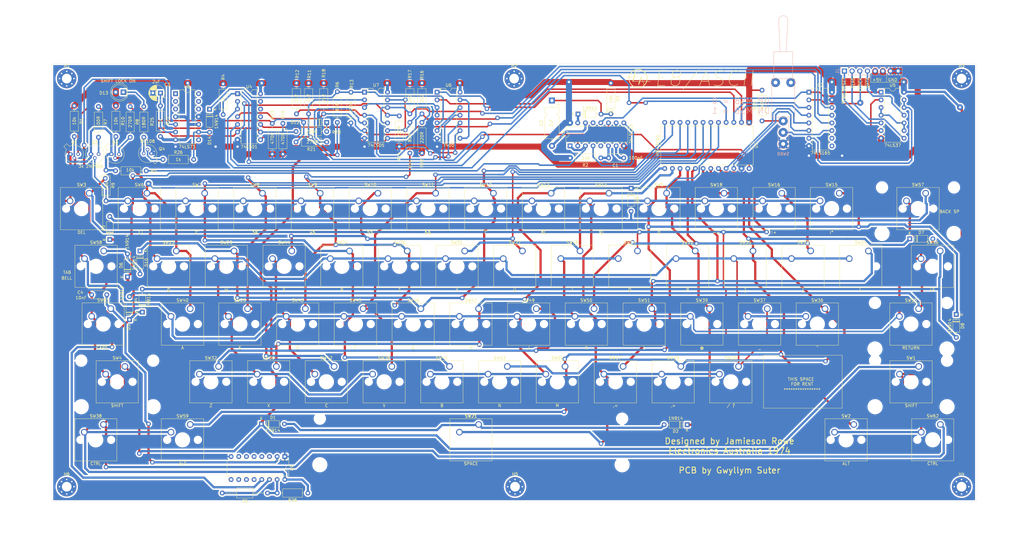
<source format=kicad_pcb>
(kicad_pcb (version 20171130) (host pcbnew "(5.1.10-1-10_14)")
  (layers (0 F.Cu signal hide) (31 B.Cu signal hide) (34 B.Paste user hide) (35 F.Paste user hide) (36 B.SilkS user) (37 F.SilkS user) (38 B.Mask user) (39 F.Mask user) (44 Edge.Cuts user))
  (net 0 "")
  (net 1 "Net-(D1-Pad2)")
  (net 2 "Net-(D1-Pad1)")
  (net 3 "Net-(D3-Pad2)")
  (net 4 "Net-(D3-Pad1)")
  (net 5 "Net-(D4-Pad2)")
  (net 6 "Net-(D5-Pad2)")
  (net 7 "Net-(D10-Pad2)")
  (net 8 +5V)
  (net 9 "Net-(U1-Pad22)")
  (net 10 "Net-(U1-Pad21)")
  (net 11 "Net-(U1-Pad4)")
  (net 12 "Net-(U1-Pad3)")
  (net 13 "Net-(U1-Pad2)")
  (net 14 "Net-(U2-Pad7)")
  (net 15 "Net-(U2-Pad10)")
  (net 16 "Net-(U2-Pad9)")
  (net 17 /ROW_C)
  (net 18 /M)
  (net 19 /P)
  (net 20 /ROW_A)
  (net 21 /A)
  (net 22 /B)
  (net 23 /C)
  (net 24 /D)
  (net 25 /E)
  (net 26 /F)
  (net 27 /G)
  (net 28 /H)
  (net 29 /I)
  (net 30 /J)
  (net 31 /K)
  (net 32 /L)
  (net 33 /N)
  (net 34 /ROW_B)
  (net 35 /Q)
  (net 36 "Net-(C2-Pad2)")
  (net 37 "Net-(C2-Pad1)")
  (net 38 "Net-(D11-Pad1)")
  (net 39 "Net-(Q2-Pad3)")
  (net 40 "Net-(Q3-Pad3)")
  (net 41 "Net-(C1-Pad1)")
  (net 42 "Net-(R4-Pad2)")
  (net 43 "Net-(R5-Pad1)")
  (net 44 GND)
  (net 45 "Net-(C1-Pad2)")
  (net 46 "Net-(U3-Pad13)")
  (net 47 "Net-(U3-Pad5)")
  (net 48 "Net-(U3-Pad4)")
  (net 49 ~DATA)
  (net 50 "Net-(U6-Pad3)")
  (net 51 "Net-(D12-Pad2)")
  (net 52 "Net-(D12-Pad1)")
  (net 53 "Net-(R14-Pad1)")
  (net 54 "Net-(R19-Pad1)")
  (net 55 "Net-(R11-Pad2)")
  (net 56 "Net-(R12-Pad2)")
  (net 57 "Net-(R15-Pad1)")
  (net 58 PC)
  (net 59 PD)
  (net 60 PB)
  (net 61 "Net-(R21-Pad1)")
  (net 62 "Net-(R22-Pad1)")
  (net 63 PA)
  (net 64 "Net-(U4-Pad5)")
  (net 65 "Net-(U6-Pad13)")
  (net 66 "Net-(U6-Pad12)")
  (net 67 ~CLOCK)
  (net 68 "Net-(U5-Pad2)")
  (net 69 ~FLAG_RESET)
  (net 70 "Net-(U5-Pad10)")
  (net 71 ~FLAG)
  (net 72 "Net-(H1-Pad1)")
  (net 73 SI)
  (net 74 CAPS_LOCK)
  (net 75 "Net-(C3-Pad1)")
  (net 76 "Net-(D14-Pad2)")
  (net 77 "Net-(D14-Pad1)")
  (net 78 "Net-(Q4-Pad3)")
  (net 79 "Net-(Q4-Pad2)")
  (net 80 "Net-(D13-Pad1)")
  (net 81 "Net-(U8-Pad8)")
  (net 82 "Net-(C5-Pad2)")
  (net 83 "Net-(C5-Pad1)")
  (net 84 CAPS_LOCK_PULSE)
  (net 85 "Net-(U9-Pad4)")
  (net 86 "Net-(U9-Pad3)")
  (module Package_DIP:DIP-16_W7.62mm (layer F.Cu) (at 144.145 160.02 270)
    (fp_text reference U9 (at 3.81 -2.33 90) (layer F.SilkS))
    (fp_text value 74LS123)
    (pad 16 thru_hole oval (at 7.62 0 270) (size 1.6 1.6) (drill 0.8) (layers *.Cu *.Mask) (net 8 +5V))
    (pad 8 thru_hole oval (at 0 17.78 270) (size 1.6 1.6) (drill 0.8) (layers *.Cu *.Mask) (net 44 GND))
    (pad 15 thru_hole oval (at 7.62 2.54 270) (size 1.6 1.6) (drill 0.8) (layers *.Cu *.Mask) (net 83 "Net-(C5-Pad1)"))
    (pad 7 thru_hole oval (at 0 15.24 270) (size 1.6 1.6) (drill 0.8) (layers *.Cu *.Mask))
    (pad 14 thru_hole oval (at 7.62 5.08 270) (size 1.6 1.6) (drill 0.8) (layers *.Cu *.Mask) (net 82 "Net-(C5-Pad2)"))
    (pad 6 thru_hole oval (at 0 12.7 270) (size 1.6 1.6) (drill 0.8) (layers *.Cu *.Mask))
    (pad 13 thru_hole oval (at 7.62 7.62 270) (size 1.6 1.6) (drill 0.8) (layers *.Cu *.Mask) (net 84 CAPS_LOCK_PULSE))
    (pad 5 thru_hole oval (at 0 10.16 270) (size 1.6 1.6) (drill 0.8) (layers *.Cu *.Mask))
    (pad 12 thru_hole oval (at 7.62 10.16 270) (size 1.6 1.6) (drill 0.8) (layers *.Cu *.Mask))
    (pad 4 thru_hole oval (at 0 7.62 270) (size 1.6 1.6) (drill 0.8) (layers *.Cu *.Mask) (net 85 "Net-(U9-Pad4)"))
    (pad 11 thru_hole oval (at 7.62 12.7 270) (size 1.6 1.6) (drill 0.8) (layers *.Cu *.Mask))
    (pad 3 thru_hole oval (at 0 5.08 270) (size 1.6 1.6) (drill 0.8) (layers *.Cu *.Mask) (net 86 "Net-(U9-Pad3)"))
    (pad 10 thru_hole oval (at 7.62 15.24 270) (size 1.6 1.6) (drill 0.8) (layers *.Cu *.Mask))
    (pad 2 thru_hole oval (at 0 2.54 270) (size 1.6 1.6) (drill 0.8) (layers *.Cu *.Mask) (net 74 CAPS_LOCK))
    (pad 9 thru_hole oval (at 7.62 17.78 270) (size 1.6 1.6) (drill 0.8) (layers *.Cu *.Mask))
    (pad 1 thru_hole rect (at 0 0 270) (size 1.6 1.6) (drill 0.8) (layers *.Cu *.Mask) (net 44 GND))
  )
  (module Resistor_THT:R_Axial_DIN0207_L6.3mm_D2.5mm_P10.16mm_Horizontal (layer F.Cu) (at 151.765 172.085 180)
    (fp_text reference R28 (at 5.08 -2.37) (layer F.SilkS))
    (fp_text value 220R)
    (pad 2 thru_hole oval (at 10.16 0 180) (size 1.6 1.6) (drill 0.8) (layers *.Cu *.Mask) (net 83 "Net-(C5-Pad1)"))
    (pad 1 thru_hole circle (at 0 0 180) (size 1.6 1.6) (drill 0.8) (layers *.Cu *.Mask) (net 8 +5V))
  )
  (module Capacitor_THT:C_Axial_L5.1mm_D3.1mm_P15.00mm_Horizontal (layer F.Cu) (at 138.43 172.085 180)
    (fp_text reference C5 (at 7.5 -2.67) (layer F.SilkS))
    (fp_text value 2uf)
    (pad 2 thru_hole oval (at 15 0 180) (size 1.6 1.6) (drill 0.8) (layers *.Cu *.Mask) (net 82 "Net-(C5-Pad2)"))
    (pad 1 thru_hole circle (at 0 0 180) (size 1.6 1.6) (drill 0.8) (layers *.Cu *.Mask) (net 83 "Net-(C5-Pad1)"))
  )
  (module Capacitor_THT:CP_Radial_D5.0mm_P2.50mm (layer F.Cu) (at 103 39.75 180)
    (fp_text reference C3 (at -2.25 2.75) (layer F.SilkS))
    (fp_text value 2uf (at 1.5 3.75) (layer F.SilkS))
    (pad 2 thru_hole circle (at 2.5 0 180) (size 1.6 1.6) (drill 0.8) (layers *.Cu *.Mask) (net 44 GND))
    (pad 1 thru_hole rect (at 0 0 180) (size 1.6 1.6) (drill 0.8) (layers *.Cu *.Mask) (net 75 "Net-(C3-Pad1)"))
  )
  (module LED_THT:LED_D5.0mm (layer F.Cu) (at 90.75 39.5 180)
    (fp_text reference D13 (at 6.5 -0.25) (layer F.SilkS))
    (fp_text value LED)
    (pad 2 thru_hole circle (at 2.54 0 180) (size 1.8 1.8) (drill 0.9) (layers *.Cu *.Mask) (net 8 +5V))
    (pad 1 thru_hole rect (at 0 0 180) (size 1.8 1.8) (drill 0.9) (layers *.Cu *.Mask) (net 80 "Net-(D13-Pad1)"))
  )
  (module Package_DIP:DIP-14_W7.62mm (layer F.Cu) (at 108 40)
    (fp_text reference U8 (at 3.81 -2.33) (layer F.SilkS))
    (fp_text value 74LS73 (at 3.81 17.57) (layer F.SilkS))
    (pad 14 thru_hole oval (at 7.62 0) (size 1.6 1.6) (drill 0.8) (layers *.Cu *.Mask))
    (pad 7 thru_hole oval (at 0 15.24) (size 1.6 1.6) (drill 0.8) (layers *.Cu *.Mask) (net 8 +5V))
    (pad 13 thru_hole oval (at 7.62 2.54) (size 1.6 1.6) (drill 0.8) (layers *.Cu *.Mask))
    (pad 6 thru_hole oval (at 0 12.7) (size 1.6 1.6) (drill 0.8) (layers *.Cu *.Mask) (net 75 "Net-(C3-Pad1)"))
    (pad 12 thru_hole oval (at 7.62 5.08) (size 1.6 1.6) (drill 0.8) (layers *.Cu *.Mask))
    (pad 5 thru_hole oval (at 0 10.16) (size 1.6 1.6) (drill 0.8) (layers *.Cu *.Mask) (net 84 CAPS_LOCK_PULSE))
    (pad 11 thru_hole oval (at 7.62 7.62) (size 1.6 1.6) (drill 0.8) (layers *.Cu *.Mask) (net 44 GND))
    (pad 4 thru_hole oval (at 0 7.62) (size 1.6 1.6) (drill 0.8) (layers *.Cu *.Mask) (net 8 +5V))
    (pad 10 thru_hole oval (at 7.62 10.16) (size 1.6 1.6) (drill 0.8) (layers *.Cu *.Mask) (net 8 +5V))
    (pad 3 thru_hole oval (at 0 5.08) (size 1.6 1.6) (drill 0.8) (layers *.Cu *.Mask))
    (pad 9 thru_hole oval (at 7.62 12.7) (size 1.6 1.6) (drill 0.8) (layers *.Cu *.Mask) (net 76 "Net-(D14-Pad2)"))
    (pad 2 thru_hole oval (at 0 2.54) (size 1.6 1.6) (drill 0.8) (layers *.Cu *.Mask))
    (pad 8 thru_hole oval (at 7.62 15.24) (size 1.6 1.6) (drill 0.8) (layers *.Cu *.Mask) (net 81 "Net-(U8-Pad8)"))
    (pad 1 thru_hole rect (at 0 0) (size 1.6 1.6) (drill 0.8) (layers *.Cu *.Mask))
  )
  (module Resistor_THT:R_Axial_DIN0207_L6.3mm_D2.5mm_P10.16mm_Horizontal (layer F.Cu) (at 103 54.16 90)
    (fp_text reference R27 (at 5.16 2.5 90) (layer F.SilkS))
    (fp_text value 1k (at 5.08 0 90) (layer F.SilkS))
    (pad 2 thru_hole oval (at 10.16 0 90) (size 1.6 1.6) (drill 0.8) (layers *.Cu *.Mask) (net 75 "Net-(C3-Pad1)"))
    (pad 1 thru_hole circle (at 0 0 90) (size 1.6 1.6) (drill 0.8) (layers *.Cu *.Mask) (net 8 +5V))
  )
  (module Resistor_THT:R_Axial_DIN0207_L6.3mm_D2.5mm_P10.16mm_Horizontal (layer F.Cu) (at 103.84 61.75)
    (fp_text reference R26 (at 5.08 -2.37) (layer F.SilkS))
    (fp_text value 1k (at 5.08 0) (layer F.SilkS))
    (pad 2 thru_hole oval (at 10.16 0) (size 1.6 1.6) (drill 0.8) (layers *.Cu *.Mask) (net 76 "Net-(D14-Pad2)"))
    (pad 1 thru_hole circle (at 0 0) (size 1.6 1.6) (drill 0.8) (layers *.Cu *.Mask) (net 79 "Net-(Q4-Pad2)"))
  )
  (module Resistor_THT:R_Axial_DIN0207_L6.3mm_D2.5mm_P10.16mm_Horizontal (layer F.Cu) (at 97.5 44.25 270)
    (fp_text reference R25 (at 5 -2.75 90) (layer F.SilkS))
    (fp_text value 180R (at 5.25 0 90) (layer F.SilkS))
    (pad 2 thru_hole oval (at 10.16 0 270) (size 1.6 1.6) (drill 0.8) (layers *.Cu *.Mask) (net 78 "Net-(Q4-Pad3)"))
    (pad 1 thru_hole circle (at 0 0 270) (size 1.6 1.6) (drill 0.8) (layers *.Cu *.Mask) (net 80 "Net-(D13-Pad1)"))
  )
  (module Package_TO_SOT_THT:TO-18-3 (layer F.Cu) (at 100 59.75 180)
    (fp_text reference Q4 (at -3.5 1.5) (layer F.SilkS))
    (fp_text value BC108 (at 1.27 4.02) (layer F.SilkS))
    (pad 3 thru_hole oval (at 2.54 0 180) (size 1.2 1.2) (drill 0.7) (layers *.Cu *.Mask) (net 78 "Net-(Q4-Pad3)"))
    (pad 2 thru_hole oval (at 1.27 1.27 180) (size 1.2 1.2) (drill 0.7) (layers *.Cu *.Mask) (net 79 "Net-(Q4-Pad2)"))
    (pad 1 thru_hole oval (at 0 0 180) (size 1.6 1.2) (drill 0.7) (layers *.Cu *.Mask) (net 44 GND))
  )
  (module Diode_THT:D_DO-35_SOD27_P7.62mm_Horizontal (layer F.Cu) (at 119.25 45.13 270)
    (fp_text reference D14 (at 10.37 0 90) (layer F.SilkS))
    (fp_text value 1N914 (at 4.12 -2.25 90) (layer F.SilkS))
    (fp_text user K (at 0 -1.8 90) (layer F.SilkS))
    (pad 2 thru_hole oval (at 7.62 0 270) (size 1.6 1.6) (drill 0.8) (layers *.Cu *.Mask) (net 76 "Net-(D14-Pad2)"))
    (pad 1 thru_hole rect (at 0 0 270) (size 1.6 1.6) (drill 0.8) (layers *.Cu *.Mask) (net 77 "Net-(D14-Pad1)"))
  )
  (module Capacitor_THT:C_Disc_D5.0mm_W2.5mm_P5.00mm (layer F.Cu) (at 80.25 106.5)
    (fp_text reference C4 (at -3.75 -0.75) (layer F.SilkS))
    (fp_text value 10nF (at -3.5 1) (layer F.SilkS))
    (pad 2 thru_hole circle (at 5 0) (size 1.6 1.6) (drill 0.8) (layers *.Cu *.Mask) (net 74 CAPS_LOCK))
    (pad 1 thru_hole circle (at 0 0) (size 1.6 1.6) (drill 0.8) (layers *.Cu *.Mask) (net 8 +5V))
  )
  (module Package_DIP:DIP-16_W7.62mm (layer F.Cu) (at 317.5 39.5)
    (fp_text reference U2 (at 3.81 -2.33) (layer F.SilkS))
    (fp_text value 74LS165 (at 3.81 20.11) (layer F.SilkS))
    (pad 16 thru_hole oval (at 7.62 0) (size 1.6 1.6) (drill 0.8) (layers *.Cu *.Mask) (net 8 +5V))
    (pad 8 thru_hole oval (at 0 17.78) (size 1.6 1.6) (drill 0.8) (layers *.Cu *.Mask) (net 44 GND))
    (pad 15 thru_hole oval (at 7.62 2.54) (size 1.6 1.6) (drill 0.8) (layers *.Cu *.Mask) (net 44 GND))
    (pad 7 thru_hole oval (at 0 15.24) (size 1.6 1.6) (drill 0.8) (layers *.Cu *.Mask) (net 14 "Net-(U2-Pad7)"))
    (pad 14 thru_hole oval (at 7.62 5.08) (size 1.6 1.6) (drill 0.8) (layers *.Cu *.Mask) (net 59 PD))
    (pad 6 thru_hole oval (at 0 12.7) (size 1.6 1.6) (drill 0.8) (layers *.Cu *.Mask) (net 9 "Net-(U1-Pad22)"))
    (pad 13 thru_hole oval (at 7.62 7.62) (size 1.6 1.6) (drill 0.8) (layers *.Cu *.Mask) (net 58 PC))
    (pad 5 thru_hole oval (at 0 10.16) (size 1.6 1.6) (drill 0.8) (layers *.Cu *.Mask) (net 10 "Net-(U1-Pad21)"))
    (pad 12 thru_hole oval (at 7.62 10.16) (size 1.6 1.6) (drill 0.8) (layers *.Cu *.Mask) (net 60 PB))
    (pad 4 thru_hole oval (at 0 7.62) (size 1.6 1.6) (drill 0.8) (layers *.Cu *.Mask) (net 13 "Net-(U1-Pad2)"))
    (pad 11 thru_hole oval (at 7.62 12.7) (size 1.6 1.6) (drill 0.8) (layers *.Cu *.Mask) (net 63 PA))
    (pad 3 thru_hole oval (at 0 5.08) (size 1.6 1.6) (drill 0.8) (layers *.Cu *.Mask) (net 12 "Net-(U1-Pad3)"))
    (pad 10 thru_hole oval (at 7.62 15.24) (size 1.6 1.6) (drill 0.8) (layers *.Cu *.Mask) (net 15 "Net-(U2-Pad10)"))
    (pad 2 thru_hole oval (at 0 2.54) (size 1.6 1.6) (drill 0.8) (layers *.Cu *.Mask) (net 67 ~CLOCK))
    (pad 9 thru_hole oval (at 7.62 17.78) (size 1.6 1.6) (drill 0.8) (layers *.Cu *.Mask) (net 16 "Net-(U2-Pad9)"))
    (pad 1 thru_hole rect (at 0 0) (size 1.6 1.6) (drill 0.8) (layers *.Cu *.Mask) (net 73 SI))
  )
  (module Button_Switch_Keyboard:SW_Cherry_MX_1.00u_PCB (layer F.Cu) (at 303.74 111.12)
    (fp_text reference SW37 (at -2.54 -2.794) (layer F.SilkS))
    (fp_text value _ (at -2.54 12.954) (layer F.SilkS))
    (pad "" np_thru_hole circle (at 2.54 5.08) (size 1.7 1.7) (drill 1.7) (layers *.Cu *.Mask))
    (pad "" np_thru_hole circle (at -7.62 5.08) (size 1.7 1.7) (drill 1.7) (layers *.Cu *.Mask))
    (pad "" np_thru_hole circle (at -2.54 5.08) (size 4 4) (drill 4) (layers *.Cu *.Mask))
    (pad 2 thru_hole circle (at -6.35 2.54) (size 2.2 2.2) (drill 1.5) (layers *.Cu *.Mask) (net 34 /ROW_B))
    (pad 1 thru_hole circle (at 0 0) (size 2.2 2.2) (drill 1.5) (layers *.Cu *.Mask) (net 35 /Q))
  )
  (module Button_Switch_Keyboard:SW_Cherry_MX_1.50u_PCB (layer F.Cu) (at 361 149.4)
    (fp_text reference SW62 (at -2.54 -2.794) (layer F.SilkS))
    (fp_text value CTRL (at -2.54 12.954) (layer F.SilkS))
    (pad "" np_thru_hole circle (at 2.54 5.08) (size 1.7 1.7) (drill 1.7) (layers *.Cu *.Mask))
    (pad "" np_thru_hole circle (at -7.62 5.08) (size 1.7 1.7) (drill 1.7) (layers *.Cu *.Mask))
    (pad "" np_thru_hole circle (at -2.54 5.08) (size 4 4) (drill 4) (layers *.Cu *.Mask))
    (pad 2 thru_hole circle (at -6.35 2.54) (size 2.2 2.2) (drill 1.5) (layers *.Cu *.Mask) (net 8 +5V))
    (pad 1 thru_hole circle (at 0 0) (size 2.2 2.2) (drill 1.5) (layers *.Cu *.Mask) (net 4 "Net-(D3-Pad1)"))
  )
  (module Button_Switch_Keyboard:SW_Cherry_MX_2.25u_PCB (layer F.Cu) (at 353.84 130.22)
    (fp_text reference SW1 (at -2.54 -2.794) (layer F.SilkS))
    (fp_text value SHIFT (at -2.54 12.954) (layer F.SilkS))
    (pad "" np_thru_hole circle (at 9.36 -1.92) (size 3.05 3.05) (drill 3.05) (layers *.Cu *.Mask))
    (pad "" np_thru_hole circle (at -14.44 -1.92) (size 3.05 3.05) (drill 3.05) (layers *.Cu *.Mask))
    (pad "" np_thru_hole circle (at -14.44 13.32) (size 4 4) (drill 4) (layers *.Cu *.Mask))
    (pad "" np_thru_hole circle (at 9.36 13.32) (size 4 4) (drill 4) (layers *.Cu *.Mask))
    (pad "" np_thru_hole circle (at 2.54 5.08) (size 1.7 1.7) (drill 1.7) (layers *.Cu *.Mask))
    (pad "" np_thru_hole circle (at -7.62 5.08) (size 1.7 1.7) (drill 1.7) (layers *.Cu *.Mask))
    (pad "" np_thru_hole circle (at -2.54 5.08) (size 4 4) (drill 4) (layers *.Cu *.Mask))
    (pad 2 thru_hole circle (at -6.35 2.54) (size 2.2 2.2) (drill 1.5) (layers *.Cu *.Mask) (net 8 +5V))
    (pad 1 thru_hole circle (at 0 0) (size 2.2 2.2) (drill 1.5) (layers *.Cu *.Mask) (net 2 "Net-(D1-Pad1)"))
  )
  (module Button_Switch_Keyboard:SW_Cherry_MX_1.75u_PCB (layer F.Cu) (at 86.6 111.1)
    (fp_text reference SW61 (at -2.54 -2.794) (layer F.SilkS))
    (fp_text value "CAPS " (at -2.54 12.954) (layer F.SilkS))
    (pad "" np_thru_hole circle (at 2.54 5.08) (size 1.7 1.7) (drill 1.7) (layers *.Cu *.Mask))
    (pad "" np_thru_hole circle (at -7.62 5.08) (size 1.7 1.7) (drill 1.7) (layers *.Cu *.Mask))
    (pad "" np_thru_hole circle (at -2.54 5.08) (size 4 4) (drill 4) (layers *.Cu *.Mask))
    (pad 2 thru_hole circle (at -6.35 2.54) (size 2.2 2.2) (drill 1.5) (layers *.Cu *.Mask) (net 8 +5V))
    (pad 1 thru_hole circle (at 0 0) (size 2.2 2.2) (drill 1.5) (layers *.Cu *.Mask) (net 74 CAPS_LOCK))
  )
  (module Button_Switch_Keyboard:SW_Cherry_MX_1.50u_PCB (layer F.Cu) (at 360.94 92.02)
    (fp_text reference SW56 (at -2.54 -2.794) (layer F.SilkS))
    (fp_text value LF (at -2.54 12.954) (layer F.SilkS))
    (pad "" np_thru_hole circle (at 2.54 5.08) (size 1.7 1.7) (drill 1.7) (layers *.Cu *.Mask))
    (pad "" np_thru_hole circle (at -7.62 5.08) (size 1.7 1.7) (drill 1.7) (layers *.Cu *.Mask))
    (pad "" np_thru_hole circle (at -2.54 5.08) (size 4 4) (drill 4) (layers *.Cu *.Mask))
    (pad 2 thru_hole circle (at -6.35 2.54) (size 2.2 2.2) (drill 1.5) (layers *.Cu *.Mask) (net 17 /ROW_C))
    (pad 1 thru_hole circle (at 0 0) (size 2.2 2.2) (drill 1.5) (layers *.Cu *.Mask) (net 5 "Net-(D4-Pad2)"))
  )
  (module Button_Switch_Keyboard:SW_Cherry_MX_1.50u_PCB (layer F.Cu) (at 84.24 92.02)
    (fp_text reference SW58 (at -2.54 -2.794) (layer F.SilkS))
    (fp_text value BELL (at -12.24 8.98) (layer F.SilkS))
    (pad "" np_thru_hole circle (at 2.54 5.08) (size 1.7 1.7) (drill 1.7) (layers *.Cu *.Mask))
    (pad "" np_thru_hole circle (at -7.62 5.08) (size 1.7 1.7) (drill 1.7) (layers *.Cu *.Mask))
    (pad "" np_thru_hole circle (at -2.54 5.08) (size 4 4) (drill 4) (layers *.Cu *.Mask))
    (pad 2 thru_hole circle (at -6.35 2.54) (size 2.2 2.2) (drill 1.5) (layers *.Cu *.Mask) (net 17 /ROW_C))
    (pad 1 thru_hole circle (at 0 0) (size 2.2 2.2) (drill 1.5) (layers *.Cu *.Mask) (net 7 "Net-(D10-Pad2)"))
  )
  (module Button_Switch_Keyboard:SW_Cherry_MX_1.50u_PCB (layer F.Cu) (at 112.84 149.42)
    (fp_text reference SW59 (at -2.54 -2.794) (layer F.SilkS))
    (fp_text value ALT (at -2.54 12.954) (layer F.SilkS))
    (pad "" np_thru_hole circle (at 2.54 5.08) (size 1.7 1.7) (drill 1.7) (layers *.Cu *.Mask))
    (pad "" np_thru_hole circle (at -7.62 5.08) (size 1.7 1.7) (drill 1.7) (layers *.Cu *.Mask))
    (pad "" np_thru_hole circle (at -2.54 5.08) (size 4 4) (drill 4) (layers *.Cu *.Mask))
    (pad 2 thru_hole circle (at -6.35 2.54) (size 2.2 2.2) (drill 1.5) (layers *.Cu *.Mask) (net 8 +5V))
    (pad 1 thru_hole circle (at 0 0) (size 2.2 2.2) (drill 1.5) (layers *.Cu *.Mask) (net 33 /N))
  )
  (module Button_Switch_Keyboard:SW_Cherry_MX_1.50u_PCB (layer F.Cu) (at 332.34 149.42)
    (fp_text reference SW2 (at -2.54 -2.794) (layer F.SilkS))
    (fp_text value ALT (at -2.54 12.954) (layer F.SilkS))
    (pad "" np_thru_hole circle (at 2.54 5.08) (size 1.7 1.7) (drill 1.7) (layers *.Cu *.Mask))
    (pad "" np_thru_hole circle (at -7.62 5.08) (size 1.7 1.7) (drill 1.7) (layers *.Cu *.Mask))
    (pad "" np_thru_hole circle (at -2.54 5.08) (size 4 4) (drill 4) (layers *.Cu *.Mask))
    (pad 2 thru_hole circle (at -6.35 2.54) (size 2.2 2.2) (drill 1.5) (layers *.Cu *.Mask) (net 8 +5V))
    (pad 1 thru_hole circle (at 0 0) (size 2.2 2.2) (drill 1.5) (layers *.Cu *.Mask) (net 33 /N))
  )
  (module Button_Switch_Keyboard:SW_Cherry_MX_1.50u_PCB (layer F.Cu) (at 84.14 149.42)
    (fp_text reference SW38 (at -2.54 -2.794) (layer F.SilkS))
    (fp_text value CTRL (at -2.54 12.954) (layer F.SilkS))
    (pad "" np_thru_hole circle (at 2.54 5.08) (size 1.7 1.7) (drill 1.7) (layers *.Cu *.Mask))
    (pad "" np_thru_hole circle (at -7.62 5.08) (size 1.7 1.7) (drill 1.7) (layers *.Cu *.Mask))
    (pad "" np_thru_hole circle (at -2.54 5.08) (size 4 4) (drill 4) (layers *.Cu *.Mask))
    (pad 2 thru_hole circle (at -6.35 2.54) (size 2.2 2.2) (drill 1.5) (layers *.Cu *.Mask) (net 8 +5V))
    (pad 1 thru_hole circle (at 0 0) (size 2.2 2.2) (drill 1.5) (layers *.Cu *.Mask) (net 4 "Net-(D3-Pad1)"))
  )
  (module Button_Switch_Keyboard:SW_Cherry_MX_2.25u_PCB (layer F.Cu) (at 353.8 111.12)
    (fp_text reference SW55 (at -2.54 -2.794) (layer F.SilkS))
    (fp_text value RETURN (at -2.54 12.954) (layer F.SilkS))
    (pad "" np_thru_hole circle (at 9.36 -1.92) (size 3.05 3.05) (drill 3.05) (layers *.Cu *.Mask))
    (pad "" np_thru_hole circle (at -14.44 -1.92) (size 3.05 3.05) (drill 3.05) (layers *.Cu *.Mask))
    (pad "" np_thru_hole circle (at -14.44 13.32) (size 4 4) (drill 4) (layers *.Cu *.Mask))
    (pad "" np_thru_hole circle (at 9.36 13.32) (size 4 4) (drill 4) (layers *.Cu *.Mask))
    (pad "" np_thru_hole circle (at 2.54 5.08) (size 1.7 1.7) (drill 1.7) (layers *.Cu *.Mask))
    (pad "" np_thru_hole circle (at -7.62 5.08) (size 1.7 1.7) (drill 1.7) (layers *.Cu *.Mask))
    (pad "" np_thru_hole circle (at -2.54 5.08) (size 4 4) (drill 4) (layers *.Cu *.Mask))
    (pad 2 thru_hole circle (at -6.35 2.54) (size 2.2 2.2) (drill 1.5) (layers *.Cu *.Mask) (net 17 /ROW_C))
    (pad 1 thru_hole circle (at 0 0) (size 2.2 2.2) (drill 1.5) (layers *.Cu *.Mask) (net 3 "Net-(D3-Pad2)"))
  )
  (module Button_Switch_Keyboard:SW_Cherry_MX_2.00u_PCB (layer F.Cu) (at 356.14 72.92)
    (fp_text reference SW57 (at -2.54 -2.794) (layer F.SilkS))
    (fp_text value "BACK SP" (at 7.86 6.08) (layer F.SilkS))
    (pad "" np_thru_hole circle (at 9.36 -1.92) (size 3.05 3.05) (drill 3.05) (layers *.Cu *.Mask))
    (pad "" np_thru_hole circle (at -14.44 -1.92) (size 3.05 3.05) (drill 3.05) (layers *.Cu *.Mask))
    (pad "" np_thru_hole circle (at -14.44 13.32) (size 4 4) (drill 4) (layers *.Cu *.Mask))
    (pad "" np_thru_hole circle (at 9.36 13.32) (size 4 4) (drill 4) (layers *.Cu *.Mask))
    (pad "" np_thru_hole circle (at 2.54 5.08) (size 1.7 1.7) (drill 1.7) (layers *.Cu *.Mask))
    (pad "" np_thru_hole circle (at -7.62 5.08) (size 1.7 1.7) (drill 1.7) (layers *.Cu *.Mask))
    (pad "" np_thru_hole circle (at -2.54 5.08) (size 4 4) (drill 4) (layers *.Cu *.Mask))
    (pad 2 thru_hole circle (at -6.35 2.54) (size 2.2 2.2) (drill 1.5) (layers *.Cu *.Mask) (net 17 /ROW_C))
    (pad 1 thru_hole circle (at 0 0) (size 2.2 2.2) (drill 1.5) (layers *.Cu *.Mask) (net 6 "Net-(D5-Pad2)"))
  )
  (module Button_Switch_Keyboard:SW_Cherry_MX_1.00u_PCB (layer F.Cu) (at 217.74 130.22)
    (fp_text reference SW53 (at -2.54 -2.794) (layer F.SilkS))
    (fp_text value N (at -2.54 12.954) (layer F.SilkS))
    (pad "" np_thru_hole circle (at 2.54 5.08) (size 1.7 1.7) (drill 1.7) (layers *.Cu *.Mask))
    (pad "" np_thru_hole circle (at -7.62 5.08) (size 1.7 1.7) (drill 1.7) (layers *.Cu *.Mask))
    (pad "" np_thru_hole circle (at -2.54 5.08) (size 4 4) (drill 4) (layers *.Cu *.Mask))
    (pad 2 thru_hole circle (at -6.35 2.54) (size 2.2 2.2) (drill 1.5) (layers *.Cu *.Mask) (net 17 /ROW_C))
    (pad 1 thru_hole circle (at 0 0) (size 2.2 2.2) (drill 1.5) (layers *.Cu *.Mask) (net 19 /P))
  )
  (module Button_Switch_Keyboard:SW_Cherry_MX_1.00u_PCB (layer F.Cu) (at 275.14 130.22)
    (fp_text reference SW19 (at -2.54 -2.794) (layer F.SilkS))
    (fp_text value .> (at -2.54 12.954) (layer F.SilkS))
    (pad "" np_thru_hole circle (at 2.54 5.08) (size 1.7 1.7) (drill 1.7) (layers *.Cu *.Mask))
    (pad "" np_thru_hole circle (at -7.62 5.08) (size 1.7 1.7) (drill 1.7) (layers *.Cu *.Mask))
    (pad "" np_thru_hole circle (at -2.54 5.08) (size 4 4) (drill 4) (layers *.Cu *.Mask))
    (pad 2 thru_hole circle (at -6.35 2.54) (size 2.2 2.2) (drill 1.5) (layers *.Cu *.Mask) (net 20 /ROW_A))
    (pad 1 thru_hole circle (at 0 0) (size 2.2 2.2) (drill 1.5) (layers *.Cu *.Mask) (net 19 /P))
  )
  (module Button_Switch_Keyboard:SW_Cherry_MX_1.00u_PCB (layer F.Cu) (at 265.54 111.12)
    (fp_text reference SW51 (at -2.54 -2.794) (layer F.SilkS))
    (fp_text value L (at -2.54 12.954) (layer F.SilkS))
    (pad "" np_thru_hole circle (at 2.54 5.08) (size 1.7 1.7) (drill 1.7) (layers *.Cu *.Mask))
    (pad "" np_thru_hole circle (at -7.62 5.08) (size 1.7 1.7) (drill 1.7) (layers *.Cu *.Mask))
    (pad "" np_thru_hole circle (at -2.54 5.08) (size 4 4) (drill 4) (layers *.Cu *.Mask))
    (pad 2 thru_hole circle (at -6.35 2.54) (size 2.2 2.2) (drill 1.5) (layers *.Cu *.Mask) (net 17 /ROW_C))
    (pad 1 thru_hole circle (at 0 0) (size 2.2 2.2) (drill 1.5) (layers *.Cu *.Mask) (net 18 /M))
  )
  (module Button_Switch_Keyboard:SW_Cherry_MX_1.00u_PCB (layer F.Cu) (at 241.8 92)
    (fp_text reference SW48 (at -2.54 -2.794) (layer F.SilkS))
    (fp_text value I (at -2.54 12.954) (layer F.SilkS))
    (pad "" np_thru_hole circle (at 2.54 5.08) (size 1.7 1.7) (drill 1.7) (layers *.Cu *.Mask))
    (pad "" np_thru_hole circle (at -7.62 5.08) (size 1.7 1.7) (drill 1.7) (layers *.Cu *.Mask))
    (pad "" np_thru_hole circle (at -2.54 5.08) (size 4 4) (drill 4) (layers *.Cu *.Mask))
    (pad 2 thru_hole circle (at -6.35 2.54) (size 2.2 2.2) (drill 1.5) (layers *.Cu *.Mask) (net 17 /ROW_C))
    (pad 1 thru_hole circle (at 0 0) (size 2.2 2.2) (drill 1.5) (layers *.Cu *.Mask) (net 30 /J))
  )
  (module Package_DIP:DIP-16_W7.62mm (layer F.Cu) (at 238.5 57.25 90)
    (fp_text reference U3 (at 3.81 -2.33 90) (layer F.SilkS))
    (fp_text value 74LS123 (at 3.81 20.11 90) (layer F.SilkS))
    (pad 16 thru_hole oval (at 7.62 0 90) (size 1.6 1.6) (drill 0.8) (layers *.Cu *.Mask) (net 8 +5V))
    (pad 8 thru_hole oval (at 0 17.78 90) (size 1.6 1.6) (drill 0.8) (layers *.Cu *.Mask) (net 44 GND))
    (pad 15 thru_hole oval (at 7.62 2.54 90) (size 1.6 1.6) (drill 0.8) (layers *.Cu *.Mask) (net 38 "Net-(D11-Pad1)"))
    (pad 7 thru_hole oval (at 0 15.24 90) (size 1.6 1.6) (drill 0.8) (layers *.Cu *.Mask) (net 45 "Net-(C1-Pad2)"))
    (pad 14 thru_hole oval (at 7.62 5.08 90) (size 1.6 1.6) (drill 0.8) (layers *.Cu *.Mask) (net 36 "Net-(C2-Pad2)"))
    (pad 6 thru_hole oval (at 0 12.7 90) (size 1.6 1.6) (drill 0.8) (layers *.Cu *.Mask) (net 41 "Net-(C1-Pad1)"))
    (pad 13 thru_hole oval (at 7.62 7.62 90) (size 1.6 1.6) (drill 0.8) (layers *.Cu *.Mask) (net 46 "Net-(U3-Pad13)"))
    (pad 5 thru_hole oval (at 0 10.16 90) (size 1.6 1.6) (drill 0.8) (layers *.Cu *.Mask) (net 47 "Net-(U3-Pad5)"))
    (pad 12 thru_hole oval (at 7.62 10.16 90) (size 1.6 1.6) (drill 0.8) (layers *.Cu *.Mask) (net 73 SI))
    (pad 4 thru_hole oval (at 0 7.62 90) (size 1.6 1.6) (drill 0.8) (layers *.Cu *.Mask) (net 48 "Net-(U3-Pad4)"))
    (pad 11 thru_hole oval (at 7.62 12.7 90) (size 1.6 1.6) (drill 0.8) (layers *.Cu *.Mask) (net 42 "Net-(R4-Pad2)"))
    (pad 3 thru_hole oval (at 0 5.08 90) (size 1.6 1.6) (drill 0.8) (layers *.Cu *.Mask) (net 43 "Net-(R5-Pad1)"))
    (pad 10 thru_hole oval (at 7.62 15.24 90) (size 1.6 1.6) (drill 0.8) (layers *.Cu *.Mask) (net 44 GND))
    (pad 2 thru_hole oval (at 0 2.54 90) (size 1.6 1.6) (drill 0.8) (layers *.Cu *.Mask) (net 42 "Net-(R4-Pad2)"))
    (pad 9 thru_hole oval (at 7.62 17.78 90) (size 1.6 1.6) (drill 0.8) (layers *.Cu *.Mask) (net 48 "Net-(U3-Pad4)"))
    (pad 1 thru_hole rect (at 0 0 90) (size 1.6 1.6) (drill 0.8) (layers *.Cu *.Mask) (net 43 "Net-(R5-Pad1)"))
  )
  (module Altronics:S1320_SPDP_Toggle_switch_PCB_right_angle (layer B.Cu) (at 309 49 180)
    (fp_text reference SW60 (at 0 -10.9) (layer B.SilkS) (effects (justify mirror)))
    (fp_text value SW_SPDT)
    (pad 5 thru_hole circle (at 2.54 12.7 180) (size 3 3) (drill 1.3) (layers *.Cu *.Mask))
    (pad 4 thru_hole circle (at -2.54 12.7 180) (size 3 3) (drill 1.3) (layers *.Cu *.Mask))
    (pad 3 thru_hole circle (at 0 0 180) (size 3 3) (drill 1.3) (layers *.Cu *.Mask) (net 57 "Net-(R15-Pad1)"))
    (pad 2 thru_hole circle (at 0 -3.81 180) (size 3 3) (drill 1.3) (layers *.Cu *.Mask) (net 63 PA))
    (pad 1 thru_hole circle (at 0 -7.62 180) (size 3 3) (drill 1.3) (layers *.Cu *.Mask) (net 44 GND))
  )
  (module Connector_PinHeader_2.54mm:PinHeader_1x08_P2.54mm_Vertical (layer B.Cu) (at 329.26 32.5 270)
    (fp_text reference J1 (at 0 2.33 270) (layer B.SilkS) (effects (justify mirror)))
    (fp_text value Conn_01x08_Male)
    (pad 8 thru_hole oval (at 0 -17.78 270) (size 1.7 1.7) (drill 1) (layers *.Cu *.Mask) (net 44 GND))
    (pad 7 thru_hole oval (at 0 -15.24 270) (size 1.7 1.7) (drill 1) (layers *.Cu *.Mask) (net 44 GND))
    (pad 6 thru_hole oval (at 0 -12.7 270) (size 1.7 1.7) (drill 1) (layers *.Cu *.Mask) (net 8 +5V))
    (pad 5 thru_hole oval (at 0 -10.16 270) (size 1.7 1.7) (drill 1) (layers *.Cu *.Mask) (net 8 +5V))
    (pad 4 thru_hole oval (at 0 -7.62 270) (size 1.7 1.7) (drill 1) (layers *.Cu *.Mask) (net 49 ~DATA))
    (pad 3 thru_hole oval (at 0 -5.08 270) (size 1.7 1.7) (drill 1) (layers *.Cu *.Mask) (net 67 ~CLOCK))
    (pad 2 thru_hole oval (at 0 -2.54 270) (size 1.7 1.7) (drill 1) (layers *.Cu *.Mask) (net 71 ~FLAG))
    (pad 1 thru_hole rect (at 0 0 270) (size 1.7 1.7) (drill 1) (layers *.Cu *.Mask) (net 69 ~FLAG_RESET))
  )
  (module MountingHole:MountingHole_3.2mm_M3_Pad_Via (layer F.Cu) (at 72 170)
    (fp_text reference H6 (at 0 -4.2) (layer F.SilkS))
    (fp_text value MountingHole_Pad)
    (pad 1 thru_hole circle (at 1.697056 -1.697056) (size 0.8 0.8) (drill 0.5) (layers *.Cu *.Mask) (net 72 "Net-(H1-Pad1)"))
    (pad 1 thru_hole circle (at 0 -2.4) (size 0.8 0.8) (drill 0.5) (layers *.Cu *.Mask) (net 72 "Net-(H1-Pad1)"))
    (pad 1 thru_hole circle (at -1.697056 -1.697056) (size 0.8 0.8) (drill 0.5) (layers *.Cu *.Mask) (net 72 "Net-(H1-Pad1)"))
    (pad 1 thru_hole circle (at -2.4 0) (size 0.8 0.8) (drill 0.5) (layers *.Cu *.Mask) (net 72 "Net-(H1-Pad1)"))
    (pad 1 thru_hole circle (at -1.697056 1.697056) (size 0.8 0.8) (drill 0.5) (layers *.Cu *.Mask) (net 72 "Net-(H1-Pad1)"))
    (pad 1 thru_hole circle (at 0 2.4) (size 0.8 0.8) (drill 0.5) (layers *.Cu *.Mask) (net 72 "Net-(H1-Pad1)"))
    (pad 1 thru_hole circle (at 1.697056 1.697056) (size 0.8 0.8) (drill 0.5) (layers *.Cu *.Mask) (net 72 "Net-(H1-Pad1)"))
    (pad 1 thru_hole circle (at 2.4 0) (size 0.8 0.8) (drill 0.5) (layers *.Cu *.Mask) (net 72 "Net-(H1-Pad1)"))
    (pad 1 thru_hole circle (at 0 0) (size 6.4 6.4) (drill 3.2) (layers *.Cu *.Mask) (net 72 "Net-(H1-Pad1)"))
  )
  (module MountingHole:MountingHole_3.2mm_M3_Pad_Via (layer F.Cu) (at 220.302944 170)
    (fp_text reference H5 (at 0 -4.2) (layer F.SilkS))
    (fp_text value MountingHole_Pad)
    (pad 1 thru_hole circle (at 1.697056 -1.697056) (size 0.8 0.8) (drill 0.5) (layers *.Cu *.Mask) (net 72 "Net-(H1-Pad1)"))
    (pad 1 thru_hole circle (at 0 -2.4) (size 0.8 0.8) (drill 0.5) (layers *.Cu *.Mask) (net 72 "Net-(H1-Pad1)"))
    (pad 1 thru_hole circle (at -1.697056 -1.697056) (size 0.8 0.8) (drill 0.5) (layers *.Cu *.Mask) (net 72 "Net-(H1-Pad1)"))
    (pad 1 thru_hole circle (at -2.4 0) (size 0.8 0.8) (drill 0.5) (layers *.Cu *.Mask) (net 72 "Net-(H1-Pad1)"))
    (pad 1 thru_hole circle (at -1.697056 1.697056) (size 0.8 0.8) (drill 0.5) (layers *.Cu *.Mask) (net 72 "Net-(H1-Pad1)"))
    (pad 1 thru_hole circle (at 0 2.4) (size 0.8 0.8) (drill 0.5) (layers *.Cu *.Mask) (net 72 "Net-(H1-Pad1)"))
    (pad 1 thru_hole circle (at 1.697056 1.697056) (size 0.8 0.8) (drill 0.5) (layers *.Cu *.Mask) (net 72 "Net-(H1-Pad1)"))
    (pad 1 thru_hole circle (at 2.4 0) (size 0.8 0.8) (drill 0.5) (layers *.Cu *.Mask) (net 72 "Net-(H1-Pad1)"))
    (pad 1 thru_hole circle (at 0 0) (size 6.4 6.4) (drill 3.2) (layers *.Cu *.Mask) (net 72 "Net-(H1-Pad1)"))
  )
  (module MountingHole:MountingHole_3.2mm_M3_Pad_Via (layer F.Cu) (at 368 170)
    (fp_text reference H4 (at 0 -4.2) (layer F.SilkS))
    (fp_text value MountingHole_Pad)
    (pad 1 thru_hole circle (at 1.697056 -1.697056) (size 0.8 0.8) (drill 0.5) (layers *.Cu *.Mask) (net 72 "Net-(H1-Pad1)"))
    (pad 1 thru_hole circle (at 0 -2.4) (size 0.8 0.8) (drill 0.5) (layers *.Cu *.Mask) (net 72 "Net-(H1-Pad1)"))
    (pad 1 thru_hole circle (at -1.697056 -1.697056) (size 0.8 0.8) (drill 0.5) (layers *.Cu *.Mask) (net 72 "Net-(H1-Pad1)"))
    (pad 1 thru_hole circle (at -2.4 0) (size 0.8 0.8) (drill 0.5) (layers *.Cu *.Mask) (net 72 "Net-(H1-Pad1)"))
    (pad 1 thru_hole circle (at -1.697056 1.697056) (size 0.8 0.8) (drill 0.5) (layers *.Cu *.Mask) (net 72 "Net-(H1-Pad1)"))
    (pad 1 thru_hole circle (at 0 2.4) (size 0.8 0.8) (drill 0.5) (layers *.Cu *.Mask) (net 72 "Net-(H1-Pad1)"))
    (pad 1 thru_hole circle (at 1.697056 1.697056) (size 0.8 0.8) (drill 0.5) (layers *.Cu *.Mask) (net 72 "Net-(H1-Pad1)"))
    (pad 1 thru_hole circle (at 2.4 0) (size 0.8 0.8) (drill 0.5) (layers *.Cu *.Mask) (net 72 "Net-(H1-Pad1)"))
    (pad 1 thru_hole circle (at 0 0) (size 6.4 6.4) (drill 3.2) (layers *.Cu *.Mask) (net 72 "Net-(H1-Pad1)"))
  )
  (module MountingHole:MountingHole_3.2mm_M3_Pad_Via (layer F.Cu) (at 368 35)
    (fp_text reference H3 (at 0 -4.2) (layer F.SilkS))
    (fp_text value MountingHole_Pad)
    (pad 1 thru_hole circle (at 1.697056 -1.697056) (size 0.8 0.8) (drill 0.5) (layers *.Cu *.Mask) (net 72 "Net-(H1-Pad1)"))
    (pad 1 thru_hole circle (at 0 -2.4) (size 0.8 0.8) (drill 0.5) (layers *.Cu *.Mask) (net 72 "Net-(H1-Pad1)"))
    (pad 1 thru_hole circle (at -1.697056 -1.697056) (size 0.8 0.8) (drill 0.5) (layers *.Cu *.Mask) (net 72 "Net-(H1-Pad1)"))
    (pad 1 thru_hole circle (at -2.4 0) (size 0.8 0.8) (drill 0.5) (layers *.Cu *.Mask) (net 72 "Net-(H1-Pad1)"))
    (pad 1 thru_hole circle (at -1.697056 1.697056) (size 0.8 0.8) (drill 0.5) (layers *.Cu *.Mask) (net 72 "Net-(H1-Pad1)"))
    (pad 1 thru_hole circle (at 0 2.4) (size 0.8 0.8) (drill 0.5) (layers *.Cu *.Mask) (net 72 "Net-(H1-Pad1)"))
    (pad 1 thru_hole circle (at 1.697056 1.697056) (size 0.8 0.8) (drill 0.5) (layers *.Cu *.Mask) (net 72 "Net-(H1-Pad1)"))
    (pad 1 thru_hole circle (at 2.4 0) (size 0.8 0.8) (drill 0.5) (layers *.Cu *.Mask) (net 72 "Net-(H1-Pad1)"))
    (pad 1 thru_hole circle (at 0 0) (size 6.4 6.4) (drill 3.2) (layers *.Cu *.Mask) (net 72 "Net-(H1-Pad1)"))
  )
  (module MountingHole:MountingHole_3.2mm_M3_Pad_Via (layer F.Cu) (at 220 35)
    (fp_text reference H2 (at 0 -4.2) (layer F.SilkS))
    (fp_text value MountingHole_Pad)
    (pad 1 thru_hole circle (at 1.697056 -1.697056) (size 0.8 0.8) (drill 0.5) (layers *.Cu *.Mask) (net 72 "Net-(H1-Pad1)"))
    (pad 1 thru_hole circle (at 0 -2.4) (size 0.8 0.8) (drill 0.5) (layers *.Cu *.Mask) (net 72 "Net-(H1-Pad1)"))
    (pad 1 thru_hole circle (at -1.697056 -1.697056) (size 0.8 0.8) (drill 0.5) (layers *.Cu *.Mask) (net 72 "Net-(H1-Pad1)"))
    (pad 1 thru_hole circle (at -2.4 0) (size 0.8 0.8) (drill 0.5) (layers *.Cu *.Mask) (net 72 "Net-(H1-Pad1)"))
    (pad 1 thru_hole circle (at -1.697056 1.697056) (size 0.8 0.8) (drill 0.5) (layers *.Cu *.Mask) (net 72 "Net-(H1-Pad1)"))
    (pad 1 thru_hole circle (at 0 2.4) (size 0.8 0.8) (drill 0.5) (layers *.Cu *.Mask) (net 72 "Net-(H1-Pad1)"))
    (pad 1 thru_hole circle (at 1.697056 1.697056) (size 0.8 0.8) (drill 0.5) (layers *.Cu *.Mask) (net 72 "Net-(H1-Pad1)"))
    (pad 1 thru_hole circle (at 2.4 0) (size 0.8 0.8) (drill 0.5) (layers *.Cu *.Mask) (net 72 "Net-(H1-Pad1)"))
    (pad 1 thru_hole circle (at 0 0) (size 6.4 6.4) (drill 3.2) (layers *.Cu *.Mask) (net 72 "Net-(H1-Pad1)"))
  )
  (module MountingHole:MountingHole_3.2mm_M3_Pad_Via (layer F.Cu) (at 72 35)
    (fp_text reference H1 (at 0 -4.2) (layer F.SilkS))
    (fp_text value MountingHole_Pad)
    (pad 1 thru_hole circle (at 1.697056 -1.697056) (size 0.8 0.8) (drill 0.5) (layers *.Cu *.Mask) (net 72 "Net-(H1-Pad1)"))
    (pad 1 thru_hole circle (at 0 -2.4) (size 0.8 0.8) (drill 0.5) (layers *.Cu *.Mask) (net 72 "Net-(H1-Pad1)"))
    (pad 1 thru_hole circle (at -1.697056 -1.697056) (size 0.8 0.8) (drill 0.5) (layers *.Cu *.Mask) (net 72 "Net-(H1-Pad1)"))
    (pad 1 thru_hole circle (at -2.4 0) (size 0.8 0.8) (drill 0.5) (layers *.Cu *.Mask) (net 72 "Net-(H1-Pad1)"))
    (pad 1 thru_hole circle (at -1.697056 1.697056) (size 0.8 0.8) (drill 0.5) (layers *.Cu *.Mask) (net 72 "Net-(H1-Pad1)"))
    (pad 1 thru_hole circle (at 0 2.4) (size 0.8 0.8) (drill 0.5) (layers *.Cu *.Mask) (net 72 "Net-(H1-Pad1)"))
    (pad 1 thru_hole circle (at 1.697056 1.697056) (size 0.8 0.8) (drill 0.5) (layers *.Cu *.Mask) (net 72 "Net-(H1-Pad1)"))
    (pad 1 thru_hole circle (at 2.4 0) (size 0.8 0.8) (drill 0.5) (layers *.Cu *.Mask) (net 72 "Net-(H1-Pad1)"))
    (pad 1 thru_hole circle (at 0 0) (size 6.4 6.4) (drill 3.2) (layers *.Cu *.Mask) (net 72 "Net-(H1-Pad1)"))
  )
  (module Package_DIP:DIP-14_W7.62mm (layer F.Cu) (at 341.38 39.5)
    (fp_text reference U5 (at 3.81 -2.33) (layer F.SilkS))
    (fp_text value 74LS37 (at 3.81 17.57) (layer F.SilkS))
    (pad 14 thru_hole oval (at 7.62 0) (size 1.6 1.6) (drill 0.8) (layers *.Cu *.Mask) (net 8 +5V))
    (pad 7 thru_hole oval (at 0 15.24) (size 1.6 1.6) (drill 0.8) (layers *.Cu *.Mask) (net 44 GND))
    (pad 13 thru_hole oval (at 7.62 2.54) (size 1.6 1.6) (drill 0.8) (layers *.Cu *.Mask) (net 14 "Net-(U2-Pad7)"))
    (pad 6 thru_hole oval (at 0 12.7) (size 1.6 1.6) (drill 0.8) (layers *.Cu *.Mask) (net 68 "Net-(U5-Pad2)"))
    (pad 12 thru_hole oval (at 7.62 5.08) (size 1.6 1.6) (drill 0.8) (layers *.Cu *.Mask) (net 14 "Net-(U2-Pad7)"))
    (pad 5 thru_hole oval (at 0 10.16) (size 1.6 1.6) (drill 0.8) (layers *.Cu *.Mask) (net 69 ~FLAG_RESET))
    (pad 11 thru_hole oval (at 7.62 7.62) (size 1.6 1.6) (drill 0.8) (layers *.Cu *.Mask) (net 49 ~DATA))
    (pad 4 thru_hole oval (at 0 7.62) (size 1.6 1.6) (drill 0.8) (layers *.Cu *.Mask) (net 70 "Net-(U5-Pad10)"))
    (pad 10 thru_hole oval (at 7.62 10.16) (size 1.6 1.6) (drill 0.8) (layers *.Cu *.Mask) (net 70 "Net-(U5-Pad10)"))
    (pad 3 thru_hole oval (at 0 5.08) (size 1.6 1.6) (drill 0.8) (layers *.Cu *.Mask) (net 70 "Net-(U5-Pad10)"))
    (pad 9 thru_hole oval (at 7.62 12.7) (size 1.6 1.6) (drill 0.8) (layers *.Cu *.Mask) (net 70 "Net-(U5-Pad10)"))
    (pad 2 thru_hole oval (at 0 2.54) (size 1.6 1.6) (drill 0.8) (layers *.Cu *.Mask) (net 68 "Net-(U5-Pad2)"))
    (pad 8 thru_hole oval (at 7.62 15.24) (size 1.6 1.6) (drill 0.8) (layers *.Cu *.Mask) (net 71 ~FLAG))
    (pad 1 thru_hole rect (at 0 0) (size 1.6 1.6) (drill 0.8) (layers *.Cu *.Mask) (net 73 SI))
  )
  (module Package_DIP:DIP-14_W7.62mm (layer F.Cu) (at 170.5 39.5)
    (fp_text reference U7 (at 3.81 -2.33) (layer F.SilkS))
    (fp_text value 74LS05 (at 3.81 17.57) (layer F.SilkS))
    (pad 14 thru_hole oval (at 7.62 0) (size 1.6 1.6) (drill 0.8) (layers *.Cu *.Mask) (net 8 +5V))
    (pad 7 thru_hole oval (at 0 15.24) (size 1.6 1.6) (drill 0.8) (layers *.Cu *.Mask) (net 44 GND))
    (pad 13 thru_hole oval (at 7.62 2.54) (size 1.6 1.6) (drill 0.8) (layers *.Cu *.Mask) (net 62 "Net-(R22-Pad1)"))
    (pad 6 thru_hole oval (at 0 12.7) (size 1.6 1.6) (drill 0.8) (layers *.Cu *.Mask) (net 60 PB))
    (pad 12 thru_hole oval (at 7.62 5.08) (size 1.6 1.6) (drill 0.8) (layers *.Cu *.Mask) (net 59 PD))
    (pad 5 thru_hole oval (at 0 10.16) (size 1.6 1.6) (drill 0.8) (layers *.Cu *.Mask) (net 61 "Net-(R21-Pad1)"))
    (pad 11 thru_hole oval (at 7.62 7.62) (size 1.6 1.6) (drill 0.8) (layers *.Cu *.Mask) (net 53 "Net-(R14-Pad1)"))
    (pad 4 thru_hole oval (at 0 7.62) (size 1.6 1.6) (drill 0.8) (layers *.Cu *.Mask) (net 56 "Net-(R12-Pad2)"))
    (pad 10 thru_hole oval (at 7.62 10.16) (size 1.6 1.6) (drill 0.8) (layers *.Cu *.Mask) (net 59 PD))
    (pad 3 thru_hole oval (at 0 5.08) (size 1.6 1.6) (drill 0.8) (layers *.Cu *.Mask) (net 50 "Net-(U6-Pad3)"))
    (pad 9 thru_hole oval (at 7.62 12.7) (size 1.6 1.6) (drill 0.8) (layers *.Cu *.Mask) (net 62 "Net-(R22-Pad1)"))
    (pad 2 thru_hole oval (at 0 2.54) (size 1.6 1.6) (drill 0.8) (layers *.Cu *.Mask) (net 55 "Net-(R11-Pad2)"))
    (pad 8 thru_hole oval (at 7.62 15.24) (size 1.6 1.6) (drill 0.8) (layers *.Cu *.Mask) (net 58 PC))
    (pad 1 thru_hole rect (at 0 0) (size 1.6 1.6) (drill 0.8) (layers *.Cu *.Mask) (net 77 "Net-(D14-Pad1)"))
  )
  (module Resistor_THT:R_Axial_DIN0207_L6.3mm_D2.5mm_P10.16mm_Horizontal (layer F.Cu) (at 185.5 49.5 270)
    (fp_text reference R24 (at 13.75 -0.25 90) (layer F.SilkS))
    (fp_text value 82R (at 5.08 0 90) (layer F.SilkS))
    (pad 2 thru_hole oval (at 10.16 0 270) (size 1.6 1.6) (drill 0.8) (layers *.Cu *.Mask) (net 4 "Net-(D3-Pad1)"))
    (pad 1 thru_hole circle (at 0 0 270) (size 1.6 1.6) (drill 0.8) (layers *.Cu *.Mask) (net 62 "Net-(R22-Pad1)"))
  )
  (module Resistor_THT:R_Axial_DIN0207_L6.3mm_D2.5mm_P10.16mm_Horizontal (layer F.Cu) (at 140 49.84 270)
    (fp_text reference R23 (at -2.84 0 90) (layer F.SilkS))
    (fp_text value 470R (at 4.91 0 90) (layer F.SilkS))
    (pad 2 thru_hole oval (at 10.16 0 270) (size 1.6 1.6) (drill 0.8) (layers *.Cu *.Mask) (net 44 GND))
    (pad 1 thru_hole circle (at 0 0 270) (size 1.6 1.6) (drill 0.8) (layers *.Cu *.Mask) (net 51 "Net-(D12-Pad2)"))
  )
  (module Resistor_THT:R_Axial_DIN0207_L6.3mm_D2.5mm_P10.16mm_Horizontal (layer F.Cu) (at 189.5 49.5 270)
    (fp_text reference R22 (at 13.5 0 90) (layer F.SilkS))
    (fp_text value 220R (at 5 0 90) (layer F.SilkS))
    (pad 2 thru_hole oval (at 10.16 0 270) (size 1.6 1.6) (drill 0.8) (layers *.Cu *.Mask) (net 44 GND))
    (pad 1 thru_hole circle (at 0 0 270) (size 1.6 1.6) (drill 0.8) (layers *.Cu *.Mask) (net 62 "Net-(R22-Pad1)"))
  )
  (module Resistor_THT:R_Axial_DIN0207_L6.3mm_D2.5mm_P10.16mm_Horizontal (layer F.Cu) (at 158 56 180)
    (fp_text reference R21 (at 5.08 -2.37) (layer F.SilkS))
    (fp_text value 270R (at 4.75 0) (layer F.SilkS))
    (pad 2 thru_hole oval (at 10.16 0 180) (size 1.6 1.6) (drill 0.8) (layers *.Cu *.Mask) (net 51 "Net-(D12-Pad2)"))
    (pad 1 thru_hole circle (at 0 0 180) (size 1.6 1.6) (drill 0.8) (layers *.Cu *.Mask) (net 61 "Net-(R21-Pad1)"))
  )
  (module Resistor_THT:R_Axial_DIN0207_L6.3mm_D2.5mm_P10.16mm_Horizontal (layer F.Cu) (at 147.84 52.5)
    (fp_text reference R20 (at 13.41 0.25) (layer F.SilkS))
    (fp_text value 220R (at 5.16 0) (layer F.SilkS))
    (pad 2 thru_hole oval (at 10.16 0) (size 1.6 1.6) (drill 0.8) (layers *.Cu *.Mask) (net 52 "Net-(D12-Pad1)"))
    (pad 1 thru_hole circle (at 0 0) (size 1.6 1.6) (drill 0.8) (layers *.Cu *.Mask) (net 54 "Net-(R19-Pad1)"))
  )
  (module Resistor_THT:R_Axial_DIN0207_L6.3mm_D2.5mm_P10.16mm_Horizontal (layer F.Cu) (at 143.5 49.84 270)
    (fp_text reference R19 (at -2.84 0 90) (layer F.SilkS))
    (fp_text value 470R (at 5.08 0 90) (layer F.SilkS))
    (pad 2 thru_hole oval (at 10.16 0 270) (size 1.6 1.6) (drill 0.8) (layers *.Cu *.Mask) (net 44 GND))
    (pad 1 thru_hole circle (at 0 0 270) (size 1.6 1.6) (drill 0.8) (layers *.Cu *.Mask) (net 54 "Net-(R19-Pad1)"))
  )
  (module Resistor_THT:R_Axial_DIN0207_L6.3mm_D2.5mm_P10.16mm_Horizontal (layer F.Cu) (at 157 36.5 270)
    (fp_text reference R18 (at -3.25 0 90) (layer F.SilkS))
    (fp_text value 2k2 (at 5 0 90) (layer F.SilkS))
    (pad 2 thru_hole oval (at 10.16 0 270) (size 1.6 1.6) (drill 0.8) (layers *.Cu *.Mask) (net 60 PB))
    (pad 1 thru_hole circle (at 0 0 270) (size 1.6 1.6) (drill 0.8) (layers *.Cu *.Mask) (net 8 +5V))
  )
  (module Resistor_THT:R_Axial_DIN0207_L6.3mm_D2.5mm_P10.16mm_Horizontal (layer F.Cu) (at 185.5 36.5 270)
    (fp_text reference R17 (at -3 0 90) (layer F.SilkS))
    (fp_text value 2k2 (at 5.08 0 90) (layer F.SilkS))
    (pad 2 thru_hole oval (at 10.16 0 270) (size 1.6 1.6) (drill 0.8) (layers *.Cu *.Mask) (net 59 PD))
    (pad 1 thru_hole circle (at 0 0 270) (size 1.6 1.6) (drill 0.8) (layers *.Cu *.Mask) (net 8 +5V))
  )
  (module Resistor_THT:R_Axial_DIN0207_L6.3mm_D2.5mm_P10.16mm_Horizontal (layer F.Cu) (at 189.5 36.5 270)
    (fp_text reference R16 (at -2.75 0 90) (layer F.SilkS))
    (fp_text value 2k2 (at 5.08 0 90) (layer F.SilkS))
    (pad 2 thru_hole oval (at 10.16 0 270) (size 1.6 1.6) (drill 0.8) (layers *.Cu *.Mask) (net 58 PC))
    (pad 1 thru_hole circle (at 0 0 270) (size 1.6 1.6) (drill 0.8) (layers *.Cu *.Mask) (net 8 +5V))
  )
  (module Resistor_THT:R_Axial_DIN0207_L6.3mm_D2.5mm_P10.16mm_Horizontal (layer F.Cu) (at 302 49 90)
    (fp_text reference R15 (at 5.08 -2.37 90) (layer F.SilkS))
    (fp_text value 2k2 (at 5.08 0 90) (layer F.SilkS))
    (pad 2 thru_hole oval (at 10.16 0 90) (size 1.6 1.6) (drill 0.8) (layers *.Cu *.Mask) (net 8 +5V))
    (pad 1 thru_hole circle (at 0 0 90) (size 1.6 1.6) (drill 0.8) (layers *.Cu *.Mask) (net 57 "Net-(R15-Pad1)"))
  )
  (module Resistor_THT:R_Axial_DIN0207_L6.3mm_D2.5mm_P10.16mm_Horizontal (layer F.Cu) (at 182 47.34 270)
    (fp_text reference R14 (at 13.41 0 90) (layer F.SilkS))
    (fp_text value 220R (at 5.16 0 90) (layer F.SilkS))
    (pad 2 thru_hole oval (at 10.16 0 270) (size 1.6 1.6) (drill 0.8) (layers *.Cu *.Mask) (net 44 GND))
    (pad 1 thru_hole circle (at 0 0 270) (size 1.6 1.6) (drill 0.8) (layers *.Cu *.Mask) (net 53 "Net-(R14-Pad1)"))
  )
  (module Resistor_THT:R_Axial_DIN0207_L6.3mm_D2.5mm_P10.16mm_Horizontal (layer F.Cu) (at 166 39.5 270)
    (fp_text reference R13 (at -2.75 -0.25 90) (layer F.SilkS))
    (fp_text value 220R (at 5 0 90) (layer F.SilkS))
    (pad 2 thru_hole oval (at 10.16 0 270) (size 1.6 1.6) (drill 0.8) (layers *.Cu *.Mask) (net 44 GND))
    (pad 1 thru_hole circle (at 0 0 270) (size 1.6 1.6) (drill 0.8) (layers *.Cu *.Mask) (net 77 "Net-(D14-Pad1)"))
  )
  (module Resistor_THT:R_Axial_DIN0207_L6.3mm_D2.5mm_P10.16mm_Horizontal (layer F.Cu) (at 148 36.5 270)
    (fp_text reference R12 (at -3 -0.25 90) (layer F.SilkS))
    (fp_text value 2k2 (at 5.08 0 90) (layer F.SilkS))
    (pad 2 thru_hole oval (at 10.16 0 270) (size 1.6 1.6) (drill 0.8) (layers *.Cu *.Mask) (net 56 "Net-(R12-Pad2)"))
    (pad 1 thru_hole circle (at 0 0 270) (size 1.6 1.6) (drill 0.8) (layers *.Cu *.Mask) (net 8 +5V))
  )
  (module Resistor_THT:R_Axial_DIN0207_L6.3mm_D2.5mm_P10.16mm_Horizontal (layer F.Cu) (at 152 36.5 270)
    (fp_text reference R11 (at -3 -0.25 90) (layer F.SilkS))
    (fp_text value 2k2 (at 5 0 90) (layer F.SilkS))
    (pad 2 thru_hole oval (at 10.16 0 270) (size 1.6 1.6) (drill 0.8) (layers *.Cu *.Mask) (net 55 "Net-(R11-Pad2)"))
    (pad 1 thru_hole circle (at 0 0 270) (size 1.6 1.6) (drill 0.8) (layers *.Cu *.Mask) (net 8 +5V))
  )
  (module Diode_THT:D_DO-35_SOD27_P7.62mm_Horizontal (layer F.Cu) (at 158 49.5 180)
    (fp_text reference D12 (at 10.5 0) (layer F.SilkS))
    (fp_text value 1N914)
    (fp_text user K (at 0 -1.8) (layer F.SilkS))
    (pad 2 thru_hole oval (at 7.62 0 180) (size 1.6 1.6) (drill 0.8) (layers *.Cu *.Mask) (net 51 "Net-(D12-Pad2)"))
    (pad 1 thru_hole rect (at 0 0 180) (size 1.6 1.6) (drill 0.8) (layers *.Cu *.Mask) (net 52 "Net-(D12-Pad1)"))
  )
  (module Package_DIP:DIP-14_W7.62mm (layer F.Cu) (at 194.5 39.5)
    (fp_text reference U6 (at 3.81 -2.33) (layer F.SilkS))
    (fp_text value 7400 (at 3.81 17.57) (layer F.SilkS))
    (pad 14 thru_hole oval (at 7.62 0) (size 1.6 1.6) (drill 0.8) (layers *.Cu *.Mask) (net 8 +5V))
    (pad 7 thru_hole oval (at 0 15.24) (size 1.6 1.6) (drill 0.8) (layers *.Cu *.Mask) (net 44 GND))
    (pad 13 thru_hole oval (at 7.62 2.54) (size 1.6 1.6) (drill 0.8) (layers *.Cu *.Mask) (net 65 "Net-(U6-Pad13)"))
    (pad 6 thru_hole oval (at 0 12.7) (size 1.6 1.6) (drill 0.8) (layers *.Cu *.Mask) (net 66 "Net-(U6-Pad12)"))
    (pad 12 thru_hole oval (at 7.62 5.08) (size 1.6 1.6) (drill 0.8) (layers *.Cu *.Mask) (net 66 "Net-(U6-Pad12)"))
    (pad 5 thru_hole oval (at 0 10.16) (size 1.6 1.6) (drill 0.8) (layers *.Cu *.Mask) (net 77 "Net-(D14-Pad1)"))
    (pad 11 thru_hole oval (at 7.62 7.62) (size 1.6 1.6) (drill 0.8) (layers *.Cu *.Mask) (net 64 "Net-(U4-Pad5)"))
    (pad 4 thru_hole oval (at 0 7.62) (size 1.6 1.6) (drill 0.8) (layers *.Cu *.Mask) (net 50 "Net-(U6-Pad3)"))
    (pad 10 thru_hole oval (at 7.62 10.16) (size 1.6 1.6) (drill 0.8) (layers *.Cu *.Mask) (net 55 "Net-(R11-Pad2)"))
    (pad 3 thru_hole oval (at 0 5.08) (size 1.6 1.6) (drill 0.8) (layers *.Cu *.Mask) (net 50 "Net-(U6-Pad3)"))
    (pad 9 thru_hole oval (at 7.62 12.7) (size 1.6 1.6) (drill 0.8) (layers *.Cu *.Mask) (net 56 "Net-(R12-Pad2)"))
    (pad 2 thru_hole oval (at 0 2.54) (size 1.6 1.6) (drill 0.8) (layers *.Cu *.Mask) (net 13 "Net-(U1-Pad2)"))
    (pad 8 thru_hole oval (at 7.62 15.24) (size 1.6 1.6) (drill 0.8) (layers *.Cu *.Mask) (net 65 "Net-(U6-Pad13)"))
    (pad 1 thru_hole rect (at 0 0) (size 1.6 1.6) (drill 0.8) (layers *.Cu *.Mask) (net 12 "Net-(U1-Pad3)"))
  )
  (module EDUC-8:EA_Symbol (layer F.Cu) (at 261 35)
    (fp_text reference REF** hide)
    (fp_text value EA_Symbol hide)
  )
  (module Capacitor_THT:CP_Axial_L10.0mm_D4.5mm_P15.00mm_Horizontal (layer F.Cu) (at 232.5 42.25 270)
    (fp_text reference C2 (at 7.5 3.5 90) (layer F.SilkS))
    (fp_text value 2uf (at 7.5 0.25 90) (layer F.SilkS))
    (pad 2 thru_hole oval (at 15 0 270) (size 2 2) (drill 1) (layers *.Cu *.Mask) (net 36 "Net-(C2-Pad2)"))
    (pad 1 thru_hole rect (at 0 0 270) (size 2 2) (drill 1) (layers *.Cu *.Mask) (net 37 "Net-(C2-Pad1)"))
  )
  (module Capacitor_THT:C_Disc_D5.0mm_W2.5mm_P5.00mm (layer F.Cu) (at 251.25 61.25)
    (fp_text reference C1 (at 2.25 2.5) (layer F.SilkS))
    (fp_text value 100pF (at 9 0) (layer F.SilkS))
    (pad 2 thru_hole circle (at 5 0) (size 1.6 1.6) (drill 0.8) (layers *.Cu *.Mask) (net 45 "Net-(C1-Pad2)"))
    (pad 1 thru_hole circle (at 0 0) (size 1.6 1.6) (drill 0.8) (layers *.Cu *.Mask) (net 41 "Net-(C1-Pad1)"))
  )
  (module Package_DIP:DIP-14_W7.62mm (layer F.Cu) (at 128.5 40)
    (fp_text reference U4 (at 3.81 -2.33) (layer F.SilkS))
    (fp_text value 74LS01 (at 3.81 17.57) (layer F.SilkS))
    (pad 14 thru_hole oval (at 7.62 0) (size 1.6 1.6) (drill 0.8) (layers *.Cu *.Mask) (net 8 +5V))
    (pad 7 thru_hole oval (at 0 15.24) (size 1.6 1.6) (drill 0.8) (layers *.Cu *.Mask) (net 44 GND))
    (pad 13 thru_hole oval (at 7.62 2.54) (size 1.6 1.6) (drill 0.8) (layers *.Cu *.Mask))
    (pad 6 thru_hole oval (at 0 12.7) (size 1.6 1.6) (drill 0.8) (layers *.Cu *.Mask) (net 53 "Net-(R14-Pad1)"))
    (pad 12 thru_hole oval (at 7.62 5.08) (size 1.6 1.6) (drill 0.8) (layers *.Cu *.Mask))
    (pad 5 thru_hole oval (at 0 10.16) (size 1.6 1.6) (drill 0.8) (layers *.Cu *.Mask) (net 64 "Net-(U4-Pad5)"))
    (pad 11 thru_hole oval (at 7.62 7.62) (size 1.6 1.6) (drill 0.8) (layers *.Cu *.Mask))
    (pad 4 thru_hole oval (at 0 7.62) (size 1.6 1.6) (drill 0.8) (layers *.Cu *.Mask) (net 60 PB))
    (pad 10 thru_hole oval (at 7.62 10.16) (size 1.6 1.6) (drill 0.8) (layers *.Cu *.Mask) (net 58 PC))
    (pad 3 thru_hole oval (at 0 5.08) (size 1.6 1.6) (drill 0.8) (layers *.Cu *.Mask) (net 11 "Net-(U1-Pad4)"))
    (pad 9 thru_hole oval (at 7.62 12.7) (size 1.6 1.6) (drill 0.8) (layers *.Cu *.Mask) (net 54 "Net-(R19-Pad1)"))
    (pad 2 thru_hole oval (at 0 2.54) (size 1.6 1.6) (drill 0.8) (layers *.Cu *.Mask) (net 11 "Net-(U1-Pad4)"))
    (pad 8 thru_hole oval (at 7.62 15.24) (size 1.6 1.6) (drill 0.8) (layers *.Cu *.Mask) (net 55 "Net-(R11-Pad2)"))
    (pad 1 thru_hole rect (at 0 0) (size 1.6 1.6) (drill 0.8) (layers *.Cu *.Mask) (net 42 "Net-(R4-Pad2)"))
  )
  (module Resistor_THT:R_Axial_DIN0207_L6.3mm_D2.5mm_P10.16mm_Horizontal (layer F.Cu) (at 88.25 44 270)
    (fp_text reference R10 (at 5.08 -2.37 90) (layer F.SilkS))
    (fp_text value 10k (at 5 0 90) (layer F.SilkS))
    (pad 2 thru_hole oval (at 10.16 0 270) (size 1.6 1.6) (drill 0.8) (layers *.Cu *.Mask) (net 34 /ROW_B))
    (pad 1 thru_hole circle (at 0 0 270) (size 1.6 1.6) (drill 0.8) (layers *.Cu *.Mask) (net 8 +5V))
  )
  (module Resistor_THT:R_Axial_DIN0207_L6.3mm_D2.5mm_P10.16mm_Horizontal (layer F.Cu) (at 85 65.3 270)
    (fp_text reference R9 (at 5.08 -2.37 90) (layer F.SilkS))
    (fp_text value 10k (at 5.2 -0.25 90) (layer F.SilkS))
    (pad 2 thru_hole oval (at 10.16 0 270) (size 1.6 1.6) (drill 0.8) (layers *.Cu *.Mask) (net 20 /ROW_A))
    (pad 1 thru_hole circle (at 0 0 270) (size 1.6 1.6) (drill 0.8) (layers *.Cu *.Mask) (net 8 +5V))
  )
  (module Resistor_THT:R_Axial_DIN0207_L6.3mm_D2.5mm_P10.16mm_Horizontal (layer F.Cu) (at 93 44.25 270)
    (fp_text reference R8 (at 5.08 -2.37 90) (layer F.SilkS))
    (fp_text value 270R (at 5.08 0 90) (layer F.SilkS))
    (pad 2 thru_hole oval (at 10.16 0 270) (size 1.6 1.6) (drill 0.8) (layers *.Cu *.Mask) (net 40 "Net-(Q3-Pad3)"))
    (pad 1 thru_hole circle (at 0 0 270) (size 1.6 1.6) (drill 0.8) (layers *.Cu *.Mask) (net 54 "Net-(R19-Pad1)"))
  )
  (module Resistor_THT:R_Axial_DIN0207_L6.3mm_D2.5mm_P10.16mm_Horizontal (layer F.Cu) (at 82.5 44.25 270)
    (fp_text reference R7 (at 5.08 -2.37 90) (layer F.SilkS))
    (fp_text value 100R (at 5.08 0 90) (layer F.SilkS))
    (pad 2 thru_hole oval (at 10.16 0 270) (size 1.6 1.6) (drill 0.8) (layers *.Cu *.Mask) (net 39 "Net-(Q2-Pad3)"))
    (pad 1 thru_hole circle (at 0 0 270) (size 1.6 1.6) (drill 0.8) (layers *.Cu *.Mask) (net 53 "Net-(R14-Pad1)"))
  )
  (module Resistor_THT:R_Axial_DIN0207_L6.3mm_D2.5mm_P10.16mm_Horizontal (layer F.Cu) (at 161.5 39.34 270)
    (fp_text reference R6 (at -2.34 0 90) (layer F.SilkS))
    (fp_text value 82R (at 5.08 0 90) (layer F.SilkS))
    (pad 2 thru_hole oval (at 10.16 0 270) (size 1.6 1.6) (drill 0.8) (layers *.Cu *.Mask) (net 2 "Net-(D1-Pad1)"))
    (pad 1 thru_hole circle (at 0 0 270) (size 1.6 1.6) (drill 0.8) (layers *.Cu *.Mask) (net 77 "Net-(D14-Pad1)"))
  )
  (module Resistor_THT:R_Axial_DIN0207_L6.3mm_D2.5mm_P10.16mm_Horizontal (layer F.Cu) (at 98.3 65.5 180)
    (fp_text reference R5 (at -2.45 0) (layer F.SilkS))
    (fp_text value 10k (at 5.3 0.25) (layer F.SilkS))
    (pad 2 thru_hole oval (at 10.16 0 180) (size 1.6 1.6) (drill 0.8) (layers *.Cu *.Mask) (net 8 +5V))
    (pad 1 thru_hole circle (at 0 0 180) (size 1.6 1.6) (drill 0.8) (layers *.Cu *.Mask) (net 43 "Net-(R5-Pad1)"))
  )
  (module Resistor_THT:R_Axial_DIN0207_L6.3mm_D2.5mm_P10.16mm_Horizontal (layer F.Cu) (at 123.75 36.75 270)
    (fp_text reference R4 (at -2.25 0 90) (layer F.SilkS))
    (fp_text value 1k (at 5.25 0 90) (layer F.SilkS))
    (pad 2 thru_hole oval (at 10.16 0 270) (size 1.6 1.6) (drill 0.8) (layers *.Cu *.Mask) (net 42 "Net-(R4-Pad2)"))
    (pad 1 thru_hole circle (at 0 0 270) (size 1.6 1.6) (drill 0.8) (layers *.Cu *.Mask) (net 8 +5V))
  )
  (module Resistor_THT:R_Axial_DIN0207_L6.3mm_D2.5mm_P10.16mm_Horizontal (layer F.Cu) (at 252 36.5 270)
    (fp_text reference R3 (at 5.08 -2.37 90) (layer F.SilkS))
    (fp_text value 15k (at 5.25 0 90) (layer F.SilkS))
    (pad 2 thru_hole oval (at 10.16 0 270) (size 1.6 1.6) (drill 0.8) (layers *.Cu *.Mask) (net 37 "Net-(C2-Pad1)"))
    (pad 1 thru_hole circle (at 0 0 270) (size 1.6 1.6) (drill 0.8) (layers *.Cu *.Mask) (net 8 +5V))
  )
  (module Resistor_THT:R_Axial_DIN0207_L6.3mm_D2.5mm_P10.16mm_Horizontal (layer F.Cu) (at 248.66 61.25 180)
    (fp_text reference R2 (at 5.08 -2.37) (layer F.SilkS))
    (fp_text value 10k (at 4.91 0) (layer F.SilkS))
    (pad 2 thru_hole oval (at 10.16 0 180) (size 1.6 1.6) (drill 0.8) (layers *.Cu *.Mask) (net 8 +5V))
    (pad 1 thru_hole circle (at 0 0 180) (size 1.6 1.6) (drill 0.8) (layers *.Cu *.Mask) (net 41 "Net-(C1-Pad1)"))
  )
  (module Resistor_THT:R_Axial_DIN0207_L6.3mm_D2.5mm_P10.16mm_Horizontal (layer F.Cu) (at 74.5 44 270)
    (fp_text reference R1 (at 5.08 -2.37 90) (layer F.SilkS))
    (fp_text value 10k (at 5 0 90) (layer F.SilkS))
    (pad 2 thru_hole oval (at 10.16 0 270) (size 1.6 1.6) (drill 0.8) (layers *.Cu *.Mask) (net 17 /ROW_C))
    (pad 1 thru_hole circle (at 0 0 270) (size 1.6 1.6) (drill 0.8) (layers *.Cu *.Mask) (net 8 +5V))
  )
  (module Package_TO_SOT_THT:TO-18-3 (layer F.Cu) (at 86.75 60)
    (fp_text reference Q3 (at 1.27 -4.02) (layer F.SilkS))
    (fp_text value 2N2906 (at -5.5 4.02) (layer F.SilkS))
    (pad 3 thru_hole oval (at 2.54 0) (size 1.2 1.2) (drill 0.7) (layers *.Cu *.Mask) (net 40 "Net-(Q3-Pad3)"))
    (pad 2 thru_hole oval (at 1.27 1.27) (size 1.2 1.2) (drill 0.7) (layers *.Cu *.Mask) (net 34 /ROW_B))
    (pad 1 thru_hole oval (at 0 0) (size 1.6 1.2) (drill 0.7) (layers *.Cu *.Mask) (net 8 +5V))
  )
  (module Package_TO_SOT_THT:TO-18-3 (layer F.Cu) (at 80 60)
    (fp_text reference Q2 (at 1.27 -4.02) (layer F.SilkS))
    (fp_text value 2N2906)
    (pad 3 thru_hole oval (at 2.54 0) (size 1.2 1.2) (drill 0.7) (layers *.Cu *.Mask) (net 39 "Net-(Q2-Pad3)"))
    (pad 2 thru_hole oval (at 1.27 1.27) (size 1.2 1.2) (drill 0.7) (layers *.Cu *.Mask) (net 20 /ROW_A))
    (pad 1 thru_hole oval (at 0 0) (size 1.6 1.2) (drill 0.7) (layers *.Cu *.Mask) (net 8 +5V))
  )
  (module Diode_THT:D_DO-35_SOD27_P7.62mm_Horizontal (layer F.Cu) (at 241.13 46.75)
    (fp_text reference D11 (at 10.62 -1) (layer F.SilkS))
    (fp_text value 1N914 (at 3.87 -2) (layer F.SilkS))
    (fp_text user K (at -1.63 0) (layer F.SilkS))
    (pad 2 thru_hole oval (at 7.62 0) (size 1.6 1.6) (drill 0.8) (layers *.Cu *.Mask) (net 37 "Net-(C2-Pad1)"))
    (pad 1 thru_hole rect (at 0 0) (size 1.6 1.6) (drill 0.8) (layers *.Cu *.Mask) (net 38 "Net-(D11-Pad1)"))
  )
  (module Button_Switch_Keyboard:SW_Cherry_MX_1.00u_PCB (layer F.Cu) (at 270.44 72.92)
    (fp_text reference SW5 (at -2.54 -2.794) (layer F.SilkS))
    (fp_text value 0 (at -2.54 12.954) (layer F.SilkS))
    (pad "" np_thru_hole circle (at 2.54 5.08) (size 1.7 1.7) (drill 1.7) (layers *.Cu *.Mask))
    (pad "" np_thru_hole circle (at -7.62 5.08) (size 1.7 1.7) (drill 1.7) (layers *.Cu *.Mask))
    (pad "" np_thru_hole circle (at -2.54 5.08) (size 4 4) (drill 4) (layers *.Cu *.Mask))
    (pad 2 thru_hole circle (at -6.35 2.54) (size 2.2 2.2) (drill 1.5) (layers *.Cu *.Mask) (net 20 /ROW_A))
    (pad 1 thru_hole circle (at 0 0) (size 2.2 2.2) (drill 1.5) (layers *.Cu *.Mask) (net 21 /A))
  )
  (module Button_Switch_Keyboard:SW_Cherry_MX_2.25u_PCB (layer F.Cu) (at 91.24 130.22)
    (fp_text reference SW4 (at -2.54 -2.794) (layer F.SilkS))
    (fp_text value SHIFT (at -2.54 12.954) (layer F.SilkS))
    (pad "" np_thru_hole circle (at 9.36 -1.92) (size 3.05 3.05) (drill 3.05) (layers *.Cu *.Mask))
    (pad "" np_thru_hole circle (at -14.44 -1.92) (size 3.05 3.05) (drill 3.05) (layers *.Cu *.Mask))
    (pad "" np_thru_hole circle (at -14.44 13.32) (size 4 4) (drill 4) (layers *.Cu *.Mask))
    (pad "" np_thru_hole circle (at 9.36 13.32) (size 4 4) (drill 4) (layers *.Cu *.Mask))
    (pad "" np_thru_hole circle (at 2.54 5.08) (size 1.7 1.7) (drill 1.7) (layers *.Cu *.Mask))
    (pad "" np_thru_hole circle (at -7.62 5.08) (size 1.7 1.7) (drill 1.7) (layers *.Cu *.Mask))
    (pad "" np_thru_hole circle (at -2.54 5.08) (size 4 4) (drill 4) (layers *.Cu *.Mask))
    (pad 2 thru_hole circle (at -6.35 2.54) (size 2.2 2.2) (drill 1.5) (layers *.Cu *.Mask) (net 8 +5V))
    (pad 1 thru_hole circle (at 0 0) (size 2.2 2.2) (drill 1.5) (layers *.Cu *.Mask) (net 2 "Net-(D1-Pad1)"))
  )
  (module Button_Switch_Keyboard:SW_Cherry_MX_1.00u_PCB (layer F.Cu) (at 131.84 111.12)
    (fp_text reference SW25 (at -2.54 -2.794) (layer F.SilkS))
    (fp_text value S (at -2.54 12.954) (layer F.SilkS))
    (pad "" np_thru_hole circle (at 2.54 5.08) (size 1.7 1.7) (drill 1.7) (layers *.Cu *.Mask))
    (pad "" np_thru_hole circle (at -7.62 5.08) (size 1.7 1.7) (drill 1.7) (layers *.Cu *.Mask))
    (pad "" np_thru_hole circle (at -2.54 5.08) (size 4 4) (drill 4) (layers *.Cu *.Mask))
    (pad 2 thru_hole circle (at -6.35 2.54) (size 2.2 2.2) (drill 1.5) (layers *.Cu *.Mask) (net 34 /ROW_B))
    (pad 1 thru_hole circle (at 0 0) (size 2.2 2.2) (drill 1.5) (layers *.Cu *.Mask) (net 24 /D))
  )
  (module Button_Switch_Keyboard:SW_Cherry_MX_1.00u_PCB (layer F.Cu) (at 299 92)
    (fp_text reference SW35 (at -2.54 -2.794) (layer F.SilkS))
    (fp_text value ] (at -2.54 12.954) (layer F.SilkS))
    (pad "" np_thru_hole circle (at 2.54 5.08) (size 1.7 1.7) (drill 1.7) (layers *.Cu *.Mask))
    (pad "" np_thru_hole circle (at -7.62 5.08) (size 1.7 1.7) (drill 1.7) (layers *.Cu *.Mask))
    (pad "" np_thru_hole circle (at -2.54 5.08) (size 4 4) (drill 4) (layers *.Cu *.Mask))
    (pad 2 thru_hole circle (at -6.35 2.54) (size 2.2 2.2) (drill 1.5) (layers *.Cu *.Mask) (net 34 /ROW_B))
    (pad 1 thru_hole circle (at 0 0) (size 2.2 2.2) (drill 1.5) (layers *.Cu *.Mask) (net 33 /N))
  )
  (module Button_Switch_Keyboard:SW_Cherry_MX_1.00u_PCB (layer F.Cu) (at 79.44 72.92)
    (fp_text reference SW3 (at -2.54 -2.794) (layer F.SilkS))
    (fp_text value DEL (at -2.54 12.954) (layer F.SilkS))
    (pad "" np_thru_hole circle (at 2.54 5.08) (size 1.7 1.7) (drill 1.7) (layers *.Cu *.Mask))
    (pad "" np_thru_hole circle (at -7.62 5.08) (size 1.7 1.7) (drill 1.7) (layers *.Cu *.Mask))
    (pad "" np_thru_hole circle (at -2.54 5.08) (size 4 4) (drill 4) (layers *.Cu *.Mask))
    (pad 2 thru_hole circle (at -6.35 2.54) (size 2.2 2.2) (drill 1.5) (layers *.Cu *.Mask) (net 8 +5V))
    (pad 1 thru_hole circle (at 0 0) (size 2.2 2.2) (drill 1.5) (layers *.Cu *.Mask) (net 35 /Q))
  )
  (module Button_Switch_Keyboard:SW_Cherry_MX_1.00u_PCB (layer F.Cu) (at 279.9 92)
    (fp_text reference SW22 (at -2.54 -2.794) (layer F.SilkS))
    (fp_text value P (at -2.54 12.954) (layer F.SilkS))
    (pad "" np_thru_hole circle (at 2.54 5.08) (size 1.7 1.7) (drill 1.7) (layers *.Cu *.Mask))
    (pad "" np_thru_hole circle (at -7.62 5.08) (size 1.7 1.7) (drill 1.7) (layers *.Cu *.Mask))
    (pad "" np_thru_hole circle (at -2.54 5.08) (size 4 4) (drill 4) (layers *.Cu *.Mask))
    (pad 2 thru_hole circle (at -6.35 2.54) (size 2.2 2.2) (drill 1.5) (layers *.Cu *.Mask) (net 34 /ROW_B))
    (pad 1 thru_hole circle (at 0 0) (size 2.2 2.2) (drill 1.5) (layers *.Cu *.Mask) (net 21 /A))
  )
  (module Button_Switch_Keyboard:SW_Cherry_MX_1.00u_PCB (layer F.Cu) (at 260.8 92)
    (fp_text reference SW54 (at -2.54 -2.794) (layer F.SilkS))
    (fp_text value O (at -2.54 12.954) (layer F.SilkS))
    (pad "" np_thru_hole circle (at 2.54 5.08) (size 1.7 1.7) (drill 1.7) (layers *.Cu *.Mask))
    (pad "" np_thru_hole circle (at -7.62 5.08) (size 1.7 1.7) (drill 1.7) (layers *.Cu *.Mask))
    (pad "" np_thru_hole circle (at -2.54 5.08) (size 4 4) (drill 4) (layers *.Cu *.Mask))
    (pad 2 thru_hole circle (at -6.35 2.54) (size 2.2 2.2) (drill 1.5) (layers *.Cu *.Mask) (net 17 /ROW_C))
    (pad 1 thru_hole circle (at 0 0) (size 2.2 2.2) (drill 1.5) (layers *.Cu *.Mask) (net 35 /Q))
  )
  (module Button_Switch_Keyboard:SW_Cherry_MX_1.00u_PCB (layer F.Cu) (at 227.34 111.12)
    (fp_text reference SW49 (at -2.54 -2.794) (layer F.SilkS))
    (fp_text value J (at -2.54 12.954) (layer F.SilkS))
    (pad "" np_thru_hole circle (at 2.54 5.08) (size 1.7 1.7) (drill 1.7) (layers *.Cu *.Mask))
    (pad "" np_thru_hole circle (at -7.62 5.08) (size 1.7 1.7) (drill 1.7) (layers *.Cu *.Mask))
    (pad "" np_thru_hole circle (at -2.54 5.08) (size 4 4) (drill 4) (layers *.Cu *.Mask))
    (pad 2 thru_hole circle (at -6.35 2.54) (size 2.2 2.2) (drill 1.5) (layers *.Cu *.Mask) (net 17 /ROW_C))
    (pad 1 thru_hole circle (at 0 0) (size 2.2 2.2) (drill 1.5) (layers *.Cu *.Mask) (net 31 /K))
  )
  (module Button_Switch_Keyboard:SW_Cherry_MX_1.00u_PCB (layer F.Cu) (at 246.44 111.12)
    (fp_text reference SW50 (at -2.54 -2.794) (layer F.SilkS))
    (fp_text value K (at -2.54 12.954) (layer F.SilkS))
    (pad "" np_thru_hole circle (at 2.54 5.08) (size 1.7 1.7) (drill 1.7) (layers *.Cu *.Mask))
    (pad "" np_thru_hole circle (at -7.62 5.08) (size 1.7 1.7) (drill 1.7) (layers *.Cu *.Mask))
    (pad "" np_thru_hole circle (at -2.54 5.08) (size 4 4) (drill 4) (layers *.Cu *.Mask))
    (pad 2 thru_hole circle (at -6.35 2.54) (size 2.2 2.2) (drill 1.5) (layers *.Cu *.Mask) (net 17 /ROW_C))
    (pad 1 thru_hole circle (at 0 0) (size 2.2 2.2) (drill 1.5) (layers *.Cu *.Mask) (net 32 /L))
  )
  (module Button_Switch_Keyboard:SW_Cherry_MX_1.00u_PCB (layer F.Cu) (at 236.84 130.22)
    (fp_text reference SW52 (at -2.54 -2.794) (layer F.SilkS))
    (fp_text value M (at -2.54 12.954) (layer F.SilkS))
    (pad "" np_thru_hole circle (at 2.54 5.08) (size 1.7 1.7) (drill 1.7) (layers *.Cu *.Mask))
    (pad "" np_thru_hole circle (at -7.62 5.08) (size 1.7 1.7) (drill 1.7) (layers *.Cu *.Mask))
    (pad "" np_thru_hole circle (at -2.54 5.08) (size 4 4) (drill 4) (layers *.Cu *.Mask))
    (pad 2 thru_hole circle (at -6.35 2.54) (size 2.2 2.2) (drill 1.5) (layers *.Cu *.Mask) (net 17 /ROW_C))
    (pad 1 thru_hole circle (at 0 0) (size 2.2 2.2) (drill 1.5) (layers *.Cu *.Mask) (net 33 /N))
  )
  (module Button_Switch_Keyboard:SW_Cherry_MX_1.00u_PCB (layer F.Cu) (at 98.54 72.92)
    (fp_text reference SW6 (at -2.54 -2.794) (layer F.SilkS))
    (fp_text value 1| (at -2.04 13.08) (layer F.SilkS))
    (pad "" np_thru_hole circle (at 2.54 5.08) (size 1.7 1.7) (drill 1.7) (layers *.Cu *.Mask))
    (pad "" np_thru_hole circle (at -7.62 5.08) (size 1.7 1.7) (drill 1.7) (layers *.Cu *.Mask))
    (pad "" np_thru_hole circle (at -2.54 5.08) (size 4 4) (drill 4) (layers *.Cu *.Mask))
    (pad 2 thru_hole circle (at -6.35 2.54) (size 2.2 2.2) (drill 1.5) (layers *.Cu *.Mask) (net 20 /ROW_A))
    (pad 1 thru_hole circle (at 0 0) (size 2.2 2.2) (drill 1.5) (layers *.Cu *.Mask) (net 22 /B))
  )
  (module Button_Switch_Keyboard:SW_Cherry_MX_1.00u_PCB (layer F.Cu) (at 117.64 72.92)
    (fp_text reference SW7 (at -2.54 -2.794) (layer F.SilkS))
    (fp_text value 2" (at -2.54 12.954) (layer F.SilkS))
    (pad "" np_thru_hole circle (at 2.54 5.08) (size 1.7 1.7) (drill 1.7) (layers *.Cu *.Mask))
    (pad "" np_thru_hole circle (at -7.62 5.08) (size 1.7 1.7) (drill 1.7) (layers *.Cu *.Mask))
    (pad "" np_thru_hole circle (at -2.54 5.08) (size 4 4) (drill 4) (layers *.Cu *.Mask))
    (pad 2 thru_hole circle (at -6.35 2.54) (size 2.2 2.2) (drill 1.5) (layers *.Cu *.Mask) (net 20 /ROW_A))
    (pad 1 thru_hole circle (at 0 0) (size 2.2 2.2) (drill 1.5) (layers *.Cu *.Mask) (net 23 /C))
  )
  (module Button_Switch_Keyboard:SW_Cherry_MX_1.00u_PCB (layer F.Cu) (at 141.34 130.22)
    (fp_text reference SW30 (at -2.54 -2.794) (layer F.SilkS))
    (fp_text value X (at -2.54 12.954) (layer F.SilkS))
    (pad "" np_thru_hole circle (at 2.54 5.08) (size 1.7 1.7) (drill 1.7) (layers *.Cu *.Mask))
    (pad "" np_thru_hole circle (at -7.62 5.08) (size 1.7 1.7) (drill 1.7) (layers *.Cu *.Mask))
    (pad "" np_thru_hole circle (at -2.54 5.08) (size 4 4) (drill 4) (layers *.Cu *.Mask))
    (pad 2 thru_hole circle (at -6.35 2.54) (size 2.2 2.2) (drill 1.5) (layers *.Cu *.Mask) (net 34 /ROW_B))
    (pad 1 thru_hole circle (at 0 0) (size 2.2 2.2) (drill 1.5) (layers *.Cu *.Mask) (net 29 /I))
  )
  (module Button_Switch_Keyboard:SW_Cherry_MX_1.00u_PCB (layer F.Cu) (at 203.64 92.02)
    (fp_text reference SW31 (at -2.54 -2.794) (layer F.SilkS))
    (fp_text value Y (at -2.54 12.954) (layer F.SilkS))
    (pad "" np_thru_hole circle (at 2.54 5.08) (size 1.7 1.7) (drill 1.7) (layers *.Cu *.Mask))
    (pad "" np_thru_hole circle (at -7.62 5.08) (size 1.7 1.7) (drill 1.7) (layers *.Cu *.Mask))
    (pad "" np_thru_hole circle (at -2.54 5.08) (size 4 4) (drill 4) (layers *.Cu *.Mask))
    (pad 2 thru_hole circle (at -6.35 2.54) (size 2.2 2.2) (drill 1.5) (layers *.Cu *.Mask) (net 34 /ROW_B))
    (pad 1 thru_hole circle (at 0 0) (size 2.2 2.2) (drill 1.5) (layers *.Cu *.Mask) (net 30 /J))
  )
  (module Button_Switch_Keyboard:SW_Cherry_MX_1.00u_PCB (layer F.Cu) (at 122.24 130.22)
    (fp_text reference SW32 (at -2.54 -2.794) (layer F.SilkS))
    (fp_text value Z (at -2.54 12.954) (layer F.SilkS))
    (pad "" np_thru_hole circle (at 2.54 5.08) (size 1.7 1.7) (drill 1.7) (layers *.Cu *.Mask))
    (pad "" np_thru_hole circle (at -7.62 5.08) (size 1.7 1.7) (drill 1.7) (layers *.Cu *.Mask))
    (pad "" np_thru_hole circle (at -2.54 5.08) (size 4 4) (drill 4) (layers *.Cu *.Mask))
    (pad 2 thru_hole circle (at -6.35 2.54) (size 2.2 2.2) (drill 1.5) (layers *.Cu *.Mask) (net 34 /ROW_B))
    (pad 1 thru_hole circle (at 0 0) (size 2.2 2.2) (drill 1.5) (layers *.Cu *.Mask) (net 31 /K))
  )
  (module Button_Switch_Keyboard:SW_Cherry_MX_1.00u_PCB (layer F.Cu) (at 318.1 92)
    (fp_text reference SW33 (at -2.54 -2.794) (layer F.SilkS))
    (fp_text value [ (at -2.54 12.954) (layer F.SilkS))
    (pad "" np_thru_hole circle (at 2.54 5.08) (size 1.7 1.7) (drill 1.7) (layers *.Cu *.Mask))
    (pad "" np_thru_hole circle (at -7.62 5.08) (size 1.7 1.7) (drill 1.7) (layers *.Cu *.Mask))
    (pad "" np_thru_hole circle (at -2.54 5.08) (size 4 4) (drill 4) (layers *.Cu *.Mask))
    (pad 2 thru_hole circle (at -6.35 2.54) (size 2.2 2.2) (drill 1.5) (layers *.Cu *.Mask) (net 34 /ROW_B))
    (pad 1 thru_hole circle (at 0 0) (size 2.2 2.2) (drill 1.5) (layers *.Cu *.Mask) (net 32 /L))
  )
  (module Button_Switch_Keyboard:SW_Cherry_MX_1.00u_PCB (layer F.Cu) (at 337.2 92.02)
    (fp_text reference SW34 (at -2.54 -2.794) (layer F.SilkS))
    (fp_text value \ (at -2.54 12.954) (layer F.SilkS))
    (pad "" np_thru_hole circle (at 2.54 5.08) (size 1.7 1.7) (drill 1.7) (layers *.Cu *.Mask))
    (pad "" np_thru_hole circle (at -7.62 5.08) (size 1.7 1.7) (drill 1.7) (layers *.Cu *.Mask))
    (pad "" np_thru_hole circle (at -2.54 5.08) (size 4 4) (drill 4) (layers *.Cu *.Mask))
    (pad 2 thru_hole circle (at -6.35 2.54) (size 2.2 2.2) (drill 1.5) (layers *.Cu *.Mask) (net 34 /ROW_B))
    (pad 1 thru_hole circle (at 0 0) (size 2.2 2.2) (drill 1.5) (layers *.Cu *.Mask) (net 18 /M))
  )
  (module Button_Switch_Keyboard:SW_Cherry_MX_1.00u_PCB (layer F.Cu) (at 322.84 111.12)
    (fp_text reference SW36 (at -2.54 -2.794) (layer F.SilkS))
    (fp_text value ^ (at -2.54 12.954) (layer F.SilkS))
    (pad "" np_thru_hole circle (at 2.54 5.08) (size 1.7 1.7) (drill 1.7) (layers *.Cu *.Mask))
    (pad "" np_thru_hole circle (at -7.62 5.08) (size 1.7 1.7) (drill 1.7) (layers *.Cu *.Mask))
    (pad "" np_thru_hole circle (at -2.54 5.08) (size 4 4) (drill 4) (layers *.Cu *.Mask))
    (pad 2 thru_hole circle (at -6.35 2.54) (size 2.2 2.2) (drill 1.5) (layers *.Cu *.Mask) (net 34 /ROW_B))
    (pad 1 thru_hole circle (at 0 0) (size 2.2 2.2) (drill 1.5) (layers *.Cu *.Mask) (net 19 /P))
  )
  (module Button_Switch_Keyboard:SW_Cherry_MX_1.00u_PCB (layer F.Cu) (at 284.64 111.12)
    (fp_text reference SW39 (at -2.54 -2.794) (layer F.SilkS))
    (fp_text value @ (at -2.54 12.954) (layer F.SilkS))
    (pad "" np_thru_hole circle (at 2.54 5.08) (size 1.7 1.7) (drill 1.7) (layers *.Cu *.Mask))
    (pad "" np_thru_hole circle (at -7.62 5.08) (size 1.7 1.7) (drill 1.7) (layers *.Cu *.Mask))
    (pad "" np_thru_hole circle (at -2.54 5.08) (size 4 4) (drill 4) (layers *.Cu *.Mask))
    (pad 2 thru_hole circle (at -6.35 2.54) (size 2.2 2.2) (drill 1.5) (layers *.Cu *.Mask) (net 17 /ROW_C))
    (pad 1 thru_hole circle (at 0 0) (size 2.2 2.2) (drill 1.5) (layers *.Cu *.Mask) (net 21 /A))
  )
  (module Button_Switch_Keyboard:SW_Cherry_MX_1.00u_PCB (layer F.Cu) (at 112.84 111.12)
    (fp_text reference SW40 (at -2.54 -2.794) (layer F.SilkS))
    (fp_text value A (at -2.54 12.954) (layer F.SilkS))
    (pad "" np_thru_hole circle (at 2.54 5.08) (size 1.7 1.7) (drill 1.7) (layers *.Cu *.Mask))
    (pad "" np_thru_hole circle (at -7.62 5.08) (size 1.7 1.7) (drill 1.7) (layers *.Cu *.Mask))
    (pad "" np_thru_hole circle (at -2.54 5.08) (size 4 4) (drill 4) (layers *.Cu *.Mask))
    (pad 2 thru_hole circle (at -6.35 2.54) (size 2.2 2.2) (drill 1.5) (layers *.Cu *.Mask) (net 17 /ROW_C))
    (pad 1 thru_hole circle (at 0 0) (size 2.2 2.2) (drill 1.5) (layers *.Cu *.Mask) (net 22 /B))
  )
  (module Button_Switch_Keyboard:SW_Cherry_MX_1.00u_PCB (layer F.Cu) (at 198.64 130.22)
    (fp_text reference SW41 (at -2.54 -2.794) (layer F.SilkS))
    (fp_text value B (at -2.54 12.954) (layer F.SilkS))
    (pad "" np_thru_hole circle (at 2.54 5.08) (size 1.7 1.7) (drill 1.7) (layers *.Cu *.Mask))
    (pad "" np_thru_hole circle (at -7.62 5.08) (size 1.7 1.7) (drill 1.7) (layers *.Cu *.Mask))
    (pad "" np_thru_hole circle (at -2.54 5.08) (size 4 4) (drill 4) (layers *.Cu *.Mask))
    (pad 2 thru_hole circle (at -6.35 2.54) (size 2.2 2.2) (drill 1.5) (layers *.Cu *.Mask) (net 17 /ROW_C))
    (pad 1 thru_hole circle (at 0 0) (size 2.2 2.2) (drill 1.5) (layers *.Cu *.Mask) (net 23 /C))
  )
  (module Button_Switch_Keyboard:SW_Cherry_MX_1.00u_PCB (layer F.Cu) (at 160.44 130.22)
    (fp_text reference SW42 (at -2.54 -2.794) (layer F.SilkS))
    (fp_text value C (at -2.54 12.954) (layer F.SilkS))
    (pad "" np_thru_hole circle (at 2.54 5.08) (size 1.7 1.7) (drill 1.7) (layers *.Cu *.Mask))
    (pad "" np_thru_hole circle (at -7.62 5.08) (size 1.7 1.7) (drill 1.7) (layers *.Cu *.Mask))
    (pad "" np_thru_hole circle (at -2.54 5.08) (size 4 4) (drill 4) (layers *.Cu *.Mask))
    (pad 2 thru_hole circle (at -6.35 2.54) (size 2.2 2.2) (drill 1.5) (layers *.Cu *.Mask) (net 17 /ROW_C))
    (pad 1 thru_hole circle (at 0 0) (size 2.2 2.2) (drill 1.5) (layers *.Cu *.Mask) (net 24 /D))
  )
  (module Button_Switch_Keyboard:SW_Cherry_MX_1.00u_PCB (layer F.Cu) (at 150.94 111.12)
    (fp_text reference SW43 (at -2.54 -2.794) (layer F.SilkS))
    (fp_text value D (at -2.54 12.954) (layer F.SilkS))
    (pad "" np_thru_hole circle (at 2.54 5.08) (size 1.7 1.7) (drill 1.7) (layers *.Cu *.Mask))
    (pad "" np_thru_hole circle (at -7.62 5.08) (size 1.7 1.7) (drill 1.7) (layers *.Cu *.Mask))
    (pad "" np_thru_hole circle (at -2.54 5.08) (size 4 4) (drill 4) (layers *.Cu *.Mask))
    (pad 2 thru_hole circle (at -6.35 2.54) (size 2.2 2.2) (drill 1.5) (layers *.Cu *.Mask) (net 17 /ROW_C))
    (pad 1 thru_hole circle (at 0 0) (size 2.2 2.2) (drill 1.5) (layers *.Cu *.Mask) (net 25 /E))
  )
  (module Button_Switch_Keyboard:SW_Cherry_MX_1.00u_PCB (layer F.Cu) (at 146.44 92.02)
    (fp_text reference SW44 (at -2.54 -2.794) (layer F.SilkS))
    (fp_text value E (at -2.54 12.954) (layer F.SilkS))
    (pad "" np_thru_hole circle (at 2.54 5.08) (size 1.7 1.7) (drill 1.7) (layers *.Cu *.Mask))
    (pad "" np_thru_hole circle (at -7.62 5.08) (size 1.7 1.7) (drill 1.7) (layers *.Cu *.Mask))
    (pad "" np_thru_hole circle (at -2.54 5.08) (size 4 4) (drill 4) (layers *.Cu *.Mask))
    (pad 2 thru_hole circle (at -6.35 2.54) (size 2.2 2.2) (drill 1.5) (layers *.Cu *.Mask) (net 17 /ROW_C))
    (pad 1 thru_hole circle (at 0 0) (size 2.2 2.2) (drill 1.5) (layers *.Cu *.Mask) (net 26 /F))
  )
  (module Button_Switch_Keyboard:SW_Cherry_MX_1.00u_PCB (layer F.Cu) (at 170.04 111.12)
    (fp_text reference SW45 (at -2.54 -2.794) (layer F.SilkS))
    (fp_text value F (at -2.54 12.954) (layer F.SilkS))
    (pad "" np_thru_hole circle (at 2.54 5.08) (size 1.7 1.7) (drill 1.7) (layers *.Cu *.Mask))
    (pad "" np_thru_hole circle (at -7.62 5.08) (size 1.7 1.7) (drill 1.7) (layers *.Cu *.Mask))
    (pad "" np_thru_hole circle (at -2.54 5.08) (size 4 4) (drill 4) (layers *.Cu *.Mask))
    (pad 2 thru_hole circle (at -6.35 2.54) (size 2.2 2.2) (drill 1.5) (layers *.Cu *.Mask) (net 17 /ROW_C))
    (pad 1 thru_hole circle (at 0 0) (size 2.2 2.2) (drill 1.5) (layers *.Cu *.Mask) (net 27 /G))
  )
  (module Button_Switch_Keyboard:SW_Cherry_MX_1.00u_PCB (layer F.Cu) (at 189.14 111.12)
    (fp_text reference SW46 (at -2.54 -2.794) (layer F.SilkS))
    (fp_text value G (at -2.54 12.954) (layer F.SilkS))
    (pad "" np_thru_hole circle (at 2.54 5.08) (size 1.7 1.7) (drill 1.7) (layers *.Cu *.Mask))
    (pad "" np_thru_hole circle (at -7.62 5.08) (size 1.7 1.7) (drill 1.7) (layers *.Cu *.Mask))
    (pad "" np_thru_hole circle (at -2.54 5.08) (size 4 4) (drill 4) (layers *.Cu *.Mask))
    (pad 2 thru_hole circle (at -6.35 2.54) (size 2.2 2.2) (drill 1.5) (layers *.Cu *.Mask) (net 17 /ROW_C))
    (pad 1 thru_hole circle (at 0 0) (size 2.2 2.2) (drill 1.5) (layers *.Cu *.Mask) (net 28 /H))
  )
  (module Button_Switch_Keyboard:SW_Cherry_MX_1.00u_PCB (layer F.Cu) (at 208.24 111.12)
    (fp_text reference SW47 (at -2.54 -2.794) (layer F.SilkS))
    (fp_text value H (at -2.54 12.954) (layer F.SilkS))
    (pad "" np_thru_hole circle (at 2.54 5.08) (size 1.7 1.7) (drill 1.7) (layers *.Cu *.Mask))
    (pad "" np_thru_hole circle (at -7.62 5.08) (size 1.7 1.7) (drill 1.7) (layers *.Cu *.Mask))
    (pad "" np_thru_hole circle (at -2.54 5.08) (size 4 4) (drill 4) (layers *.Cu *.Mask))
    (pad 2 thru_hole circle (at -6.35 2.54) (size 2.2 2.2) (drill 1.5) (layers *.Cu *.Mask) (net 17 /ROW_C))
    (pad 1 thru_hole circle (at 0 0) (size 2.2 2.2) (drill 1.5) (layers *.Cu *.Mask) (net 29 /I))
  )
  (module Button_Switch_Keyboard:SW_Cherry_MX_1.00u_PCB (layer F.Cu) (at 108.24 92.02)
    (fp_text reference SW23 (at -2.54 -2.794) (layer F.SilkS))
    (fp_text value Q (at -2.54 12.954) (layer F.SilkS))
    (pad "" np_thru_hole circle (at 2.54 5.08) (size 1.7 1.7) (drill 1.7) (layers *.Cu *.Mask))
    (pad "" np_thru_hole circle (at -7.62 5.08) (size 1.7 1.7) (drill 1.7) (layers *.Cu *.Mask))
    (pad "" np_thru_hole circle (at -2.54 5.08) (size 4 4) (drill 4) (layers *.Cu *.Mask))
    (pad 2 thru_hole circle (at -6.35 2.54) (size 2.2 2.2) (drill 1.5) (layers *.Cu *.Mask) (net 34 /ROW_B))
    (pad 1 thru_hole circle (at 0 0) (size 2.2 2.2) (drill 1.5) (layers *.Cu *.Mask) (net 22 /B))
  )
  (module Button_Switch_Keyboard:SW_Cherry_MX_1.00u_PCB (layer F.Cu) (at 165.54 92.02)
    (fp_text reference SW24 (at -2.54 -2.794) (layer F.SilkS))
    (fp_text value R (at -2.54 12.954) (layer F.SilkS))
    (pad "" np_thru_hole circle (at 2.54 5.08) (size 1.7 1.7) (drill 1.7) (layers *.Cu *.Mask))
    (pad "" np_thru_hole circle (at -7.62 5.08) (size 1.7 1.7) (drill 1.7) (layers *.Cu *.Mask))
    (pad "" np_thru_hole circle (at -2.54 5.08) (size 4 4) (drill 4) (layers *.Cu *.Mask))
    (pad 2 thru_hole circle (at -6.35 2.54) (size 2.2 2.2) (drill 1.5) (layers *.Cu *.Mask) (net 34 /ROW_B))
    (pad 1 thru_hole circle (at 0 0) (size 2.2 2.2) (drill 1.5) (layers *.Cu *.Mask) (net 23 /C))
  )
  (module Button_Switch_Keyboard:SW_Cherry_MX_1.00u_PCB (layer F.Cu) (at 184.64 92.02)
    (fp_text reference SW26 (at -2.54 -2.794) (layer F.SilkS))
    (fp_text value T (at -2.54 12.954) (layer F.SilkS))
    (pad "" np_thru_hole circle (at 2.54 5.08) (size 1.7 1.7) (drill 1.7) (layers *.Cu *.Mask))
    (pad "" np_thru_hole circle (at -7.62 5.08) (size 1.7 1.7) (drill 1.7) (layers *.Cu *.Mask))
    (pad "" np_thru_hole circle (at -2.54 5.08) (size 4 4) (drill 4) (layers *.Cu *.Mask))
    (pad 2 thru_hole circle (at -6.35 2.54) (size 2.2 2.2) (drill 1.5) (layers *.Cu *.Mask) (net 34 /ROW_B))
    (pad 1 thru_hole circle (at 0 0) (size 2.2 2.2) (drill 1.5) (layers *.Cu *.Mask) (net 25 /E))
  )
  (module Button_Switch_Keyboard:SW_Cherry_MX_1.00u_PCB (layer F.Cu) (at 222.74 92.02)
    (fp_text reference SW27 (at -2.54 -2.794) (layer F.SilkS))
    (fp_text value U (at -2.54 12.954) (layer F.SilkS))
    (pad "" np_thru_hole circle (at 2.54 5.08) (size 1.7 1.7) (drill 1.7) (layers *.Cu *.Mask))
    (pad "" np_thru_hole circle (at -7.62 5.08) (size 1.7 1.7) (drill 1.7) (layers *.Cu *.Mask))
    (pad "" np_thru_hole circle (at -2.54 5.08) (size 4 4) (drill 4) (layers *.Cu *.Mask))
    (pad 2 thru_hole circle (at -6.35 2.54) (size 2.2 2.2) (drill 1.5) (layers *.Cu *.Mask) (net 34 /ROW_B))
    (pad 1 thru_hole circle (at 0 0) (size 2.2 2.2) (drill 1.5) (layers *.Cu *.Mask) (net 26 /F))
  )
  (module Button_Switch_Keyboard:SW_Cherry_MX_1.00u_PCB (layer F.Cu) (at 179.54 130.22)
    (fp_text reference SW28 (at -2.54 -2.794) (layer F.SilkS))
    (fp_text value V (at -2.54 12.954) (layer F.SilkS))
    (pad "" np_thru_hole circle (at 2.54 5.08) (size 1.7 1.7) (drill 1.7) (layers *.Cu *.Mask))
    (pad "" np_thru_hole circle (at -7.62 5.08) (size 1.7 1.7) (drill 1.7) (layers *.Cu *.Mask))
    (pad "" np_thru_hole circle (at -2.54 5.08) (size 4 4) (drill 4) (layers *.Cu *.Mask))
    (pad 2 thru_hole circle (at -6.35 2.54) (size 2.2 2.2) (drill 1.5) (layers *.Cu *.Mask) (net 34 /ROW_B))
    (pad 1 thru_hole circle (at 0 0) (size 2.2 2.2) (drill 1.5) (layers *.Cu *.Mask) (net 27 /G))
  )
  (module Button_Switch_Keyboard:SW_Cherry_MX_1.00u_PCB (layer F.Cu) (at 127.34 92.02)
    (fp_text reference SW29 (at -2.54 -2.794) (layer F.SilkS))
    (fp_text value W (at -2.54 12.954) (layer F.SilkS))
    (pad "" np_thru_hole circle (at 2.54 5.08) (size 1.7 1.7) (drill 1.7) (layers *.Cu *.Mask))
    (pad "" np_thru_hole circle (at -7.62 5.08) (size 1.7 1.7) (drill 1.7) (layers *.Cu *.Mask))
    (pad "" np_thru_hole circle (at -2.54 5.08) (size 4 4) (drill 4) (layers *.Cu *.Mask))
    (pad 2 thru_hole circle (at -6.35 2.54) (size 2.2 2.2) (drill 1.5) (layers *.Cu *.Mask) (net 34 /ROW_B))
    (pad 1 thru_hole circle (at 0 0) (size 2.2 2.2) (drill 1.5) (layers *.Cu *.Mask) (net 28 /H))
  )
  (module Button_Switch_Keyboard:SW_Cherry_MX_1.00u_PCB (layer F.Cu) (at 136.74 72.92)
    (fp_text reference SW8 (at -2.54 -2.794) (layer F.SilkS))
    (fp_text value 3# (at -2.54 12.954) (layer F.SilkS))
    (pad "" np_thru_hole circle (at 2.54 5.08) (size 1.7 1.7) (drill 1.7) (layers *.Cu *.Mask))
    (pad "" np_thru_hole circle (at -7.62 5.08) (size 1.7 1.7) (drill 1.7) (layers *.Cu *.Mask))
    (pad "" np_thru_hole circle (at -2.54 5.08) (size 4 4) (drill 4) (layers *.Cu *.Mask))
    (pad 2 thru_hole circle (at -6.35 2.54) (size 2.2 2.2) (drill 1.5) (layers *.Cu *.Mask) (net 20 /ROW_A))
    (pad 1 thru_hole circle (at 0 0) (size 2.2 2.2) (drill 1.5) (layers *.Cu *.Mask) (net 24 /D))
  )
  (module Button_Switch_Keyboard:SW_Cherry_MX_1.00u_PCB (layer F.Cu) (at 155.84 72.92)
    (fp_text reference SW9 (at -2.54 -2.794) (layer F.SilkS))
    (fp_text value 4$ (at -2.54 12.954) (layer F.SilkS))
    (pad "" np_thru_hole circle (at 2.54 5.08) (size 1.7 1.7) (drill 1.7) (layers *.Cu *.Mask))
    (pad "" np_thru_hole circle (at -7.62 5.08) (size 1.7 1.7) (drill 1.7) (layers *.Cu *.Mask))
    (pad "" np_thru_hole circle (at -2.54 5.08) (size 4 4) (drill 4) (layers *.Cu *.Mask))
    (pad 2 thru_hole circle (at -6.35 2.54) (size 2.2 2.2) (drill 1.5) (layers *.Cu *.Mask) (net 20 /ROW_A))
    (pad 1 thru_hole circle (at 0 0) (size 2.2 2.2) (drill 1.5) (layers *.Cu *.Mask) (net 25 /E))
  )
  (module Button_Switch_Keyboard:SW_Cherry_MX_1.00u_PCB (layer F.Cu) (at 174.94 72.92)
    (fp_text reference SW10 (at -2.54 -2.794) (layer F.SilkS))
    (fp_text value 5% (at -2.54 12.954) (layer F.SilkS))
    (pad "" np_thru_hole circle (at 2.54 5.08) (size 1.7 1.7) (drill 1.7) (layers *.Cu *.Mask))
    (pad "" np_thru_hole circle (at -7.62 5.08) (size 1.7 1.7) (drill 1.7) (layers *.Cu *.Mask))
    (pad "" np_thru_hole circle (at -2.54 5.08) (size 4 4) (drill 4) (layers *.Cu *.Mask))
    (pad 2 thru_hole circle (at -6.35 2.54) (size 2.2 2.2) (drill 1.5) (layers *.Cu *.Mask) (net 20 /ROW_A))
    (pad 1 thru_hole circle (at 0 0) (size 2.2 2.2) (drill 1.5) (layers *.Cu *.Mask) (net 26 /F))
  )
  (module Button_Switch_Keyboard:SW_Cherry_MX_1.00u_PCB (layer F.Cu) (at 194.04 72.92)
    (fp_text reference SW11 (at -2.54 -2.794) (layer F.SilkS))
    (fp_text value 6& (at -2.54 12.954) (layer F.SilkS))
    (pad "" np_thru_hole circle (at 2.54 5.08) (size 1.7 1.7) (drill 1.7) (layers *.Cu *.Mask))
    (pad "" np_thru_hole circle (at -7.62 5.08) (size 1.7 1.7) (drill 1.7) (layers *.Cu *.Mask))
    (pad "" np_thru_hole circle (at -2.54 5.08) (size 4 4) (drill 4) (layers *.Cu *.Mask))
    (pad 2 thru_hole circle (at -6.35 2.54) (size 2.2 2.2) (drill 1.5) (layers *.Cu *.Mask) (net 20 /ROW_A))
    (pad 1 thru_hole circle (at 0 0) (size 2.2 2.2) (drill 1.5) (layers *.Cu *.Mask) (net 27 /G))
  )
  (module Button_Switch_Keyboard:SW_Cherry_MX_1.00u_PCB (layer F.Cu) (at 213.14 72.92)
    (fp_text reference SW12 (at -2.54 -2.794) (layer F.SilkS))
    (fp_text value 7' (at -2.54 12.954) (layer F.SilkS))
    (pad "" np_thru_hole circle (at 2.54 5.08) (size 1.7 1.7) (drill 1.7) (layers *.Cu *.Mask))
    (pad "" np_thru_hole circle (at -7.62 5.08) (size 1.7 1.7) (drill 1.7) (layers *.Cu *.Mask))
    (pad "" np_thru_hole circle (at -2.54 5.08) (size 4 4) (drill 4) (layers *.Cu *.Mask))
    (pad 2 thru_hole circle (at -6.35 2.54) (size 2.2 2.2) (drill 1.5) (layers *.Cu *.Mask) (net 20 /ROW_A))
    (pad 1 thru_hole circle (at 0 0) (size 2.2 2.2) (drill 1.5) (layers *.Cu *.Mask) (net 28 /H))
  )
  (module Button_Switch_Keyboard:SW_Cherry_MX_1.00u_PCB (layer F.Cu) (at 232.24 72.92)
    (fp_text reference SW13 (at -2.54 -2.794) (layer F.SilkS))
    (fp_text value "8(" (at -2.54 12.954) (layer F.SilkS))
    (pad "" np_thru_hole circle (at 2.54 5.08) (size 1.7 1.7) (drill 1.7) (layers *.Cu *.Mask))
    (pad "" np_thru_hole circle (at -7.62 5.08) (size 1.7 1.7) (drill 1.7) (layers *.Cu *.Mask))
    (pad "" np_thru_hole circle (at -2.54 5.08) (size 4 4) (drill 4) (layers *.Cu *.Mask))
    (pad 2 thru_hole circle (at -6.35 2.54) (size 2.2 2.2) (drill 1.5) (layers *.Cu *.Mask) (net 20 /ROW_A))
    (pad 1 thru_hole circle (at 0 0) (size 2.2 2.2) (drill 1.5) (layers *.Cu *.Mask) (net 29 /I))
  )
  (module Button_Switch_Keyboard:SW_Cherry_MX_1.00u_PCB (layer F.Cu) (at 251.34 72.92)
    (fp_text reference SW14 (at -2.54 -2.794) (layer F.SilkS))
    (fp_text value "9)" (at -2.54 12.954) (layer F.SilkS))
    (pad "" np_thru_hole circle (at 2.54 5.08) (size 1.7 1.7) (drill 1.7) (layers *.Cu *.Mask))
    (pad "" np_thru_hole circle (at -7.62 5.08) (size 1.7 1.7) (drill 1.7) (layers *.Cu *.Mask))
    (pad "" np_thru_hole circle (at -2.54 5.08) (size 4 4) (drill 4) (layers *.Cu *.Mask))
    (pad 2 thru_hole circle (at -6.35 2.54) (size 2.2 2.2) (drill 1.5) (layers *.Cu *.Mask) (net 20 /ROW_A))
    (pad 1 thru_hole circle (at 0 0) (size 2.2 2.2) (drill 1.5) (layers *.Cu *.Mask) (net 30 /J))
  )
  (module Button_Switch_Keyboard:SW_Cherry_MX_1.00u_PCB (layer F.Cu) (at 327.54 72.92)
    (fp_text reference SW15 (at -2.54 -2.794) (layer F.SilkS))
    (fp_text value :* (at -2.54 12.954) (layer F.SilkS))
    (pad "" np_thru_hole circle (at 2.54 5.08) (size 1.7 1.7) (drill 1.7) (layers *.Cu *.Mask))
    (pad "" np_thru_hole circle (at -7.62 5.08) (size 1.7 1.7) (drill 1.7) (layers *.Cu *.Mask))
    (pad "" np_thru_hole circle (at -2.54 5.08) (size 4 4) (drill 4) (layers *.Cu *.Mask))
    (pad 2 thru_hole circle (at -6.35 2.54) (size 2.2 2.2) (drill 1.5) (layers *.Cu *.Mask) (net 20 /ROW_A))
    (pad 1 thru_hole circle (at 0 0) (size 2.2 2.2) (drill 1.5) (layers *.Cu *.Mask) (net 31 /K))
  )
  (module Button_Switch_Keyboard:SW_Cherry_MX_1.00u_PCB (layer F.Cu) (at 308.54 72.92)
    (fp_text reference SW16 (at -2.54 -2.794) (layer F.SilkS))
    (fp_text value ;+ (at -2.54 12.954) (layer F.SilkS))
    (pad "" np_thru_hole circle (at 2.54 5.08) (size 1.7 1.7) (drill 1.7) (layers *.Cu *.Mask))
    (pad "" np_thru_hole circle (at -7.62 5.08) (size 1.7 1.7) (drill 1.7) (layers *.Cu *.Mask))
    (pad "" np_thru_hole circle (at -2.54 5.08) (size 4 4) (drill 4) (layers *.Cu *.Mask))
    (pad 2 thru_hole circle (at -6.35 2.54) (size 2.2 2.2) (drill 1.5) (layers *.Cu *.Mask) (net 20 /ROW_A))
    (pad 1 thru_hole circle (at 0 0) (size 2.2 2.2) (drill 1.5) (layers *.Cu *.Mask) (net 32 /L))
  )
  (module Button_Switch_Keyboard:SW_Cherry_MX_1.00u_PCB (layer F.Cu) (at 256.04 130.22)
    (fp_text reference SW17 (at -2.54 -2.794) (layer F.SilkS))
    (fp_text value ,< (at -2.54 12.954) (layer F.SilkS))
    (pad "" np_thru_hole circle (at 2.54 5.08) (size 1.7 1.7) (drill 1.7) (layers *.Cu *.Mask))
    (pad "" np_thru_hole circle (at -7.62 5.08) (size 1.7 1.7) (drill 1.7) (layers *.Cu *.Mask))
    (pad "" np_thru_hole circle (at -2.54 5.08) (size 4 4) (drill 4) (layers *.Cu *.Mask))
    (pad 2 thru_hole circle (at -6.35 2.54) (size 2.2 2.2) (drill 1.5) (layers *.Cu *.Mask) (net 20 /ROW_A))
    (pad 1 thru_hole circle (at 0 0) (size 2.2 2.2) (drill 1.5) (layers *.Cu *.Mask) (net 18 /M))
  )
  (module Button_Switch_Keyboard:SW_Cherry_MX_1.00u_PCB (layer F.Cu) (at 289.44 72.92)
    (fp_text reference SW18 (at -2.54 -2.794) (layer F.SilkS))
    (fp_text value -= (at -2.54 12.954) (layer F.SilkS))
    (pad "" np_thru_hole circle (at 2.54 5.08) (size 1.7 1.7) (drill 1.7) (layers *.Cu *.Mask))
    (pad "" np_thru_hole circle (at -7.62 5.08) (size 1.7 1.7) (drill 1.7) (layers *.Cu *.Mask))
    (pad "" np_thru_hole circle (at -2.54 5.08) (size 4 4) (drill 4) (layers *.Cu *.Mask))
    (pad 2 thru_hole circle (at -6.35 2.54) (size 2.2 2.2) (drill 1.5) (layers *.Cu *.Mask) (net 20 /ROW_A))
    (pad 1 thru_hole circle (at 0 0) (size 2.2 2.2) (drill 1.5) (layers *.Cu *.Mask) (net 33 /N))
  )
  (module Button_Switch_Keyboard:SW_Cherry_MX_1.00u_PCB (layer F.Cu) (at 294.24 130.22)
    (fp_text reference SW20 (at -2.54 -2.794) (layer F.SilkS))
    (fp_text value "/ ?" (at -2.54 12.954) (layer F.SilkS))
    (pad "" np_thru_hole circle (at 2.54 5.08) (size 1.7 1.7) (drill 1.7) (layers *.Cu *.Mask))
    (pad "" np_thru_hole circle (at -7.62 5.08) (size 1.7 1.7) (drill 1.7) (layers *.Cu *.Mask))
    (pad "" np_thru_hole circle (at -2.54 5.08) (size 4 4) (drill 4) (layers *.Cu *.Mask))
    (pad 2 thru_hole circle (at -6.35 2.54) (size 2.2 2.2) (drill 1.5) (layers *.Cu *.Mask) (net 20 /ROW_A))
    (pad 1 thru_hole circle (at 0 0) (size 2.2 2.2) (drill 1.5) (layers *.Cu *.Mask) (net 35 /Q))
  )
  (module Button_Switch_Keyboard:SW_Cherry_MX_6.25u_PCB (layer F.Cu) (at 208.26 149.42)
    (fp_text reference SW21 (at -2.54 -2.794) (layer F.SilkS))
    (fp_text value SPACE (at -2.54 12.954) (layer F.SilkS))
    (fp_text user %R (at -2.54 -2.794) (layer F.SilkS))
    (pad "" np_thru_hole circle (at 47.46 -1.92) (size 3.05 3.05) (drill 3.05) (layers *.Cu *.Mask))
    (pad "" np_thru_hole circle (at -52.54 -1.92) (size 3.05 3.05) (drill 3.05) (layers *.Cu *.Mask))
    (pad "" np_thru_hole circle (at -52.54 13.32) (size 4 4) (drill 4) (layers *.Cu *.Mask))
    (pad "" np_thru_hole circle (at 47.46 13.32) (size 4 4) (drill 4) (layers *.Cu *.Mask))
    (pad "" np_thru_hole circle (at 2.54 5.08) (size 1.7 1.7) (drill 1.7) (layers *.Cu *.Mask))
    (pad "" np_thru_hole circle (at -7.62 5.08) (size 1.7 1.7) (drill 1.7) (layers *.Cu *.Mask))
    (pad "" np_thru_hole circle (at -2.54 5.08) (size 4 4) (drill 4) (layers *.Cu *.Mask))
    (pad 2 thru_hole circle (at -6.35 2.54) (size 2.2 2.2) (drill 1.5) (layers *.Cu *.Mask) (net 20 /ROW_A))
    (pad 1 thru_hole circle (at 0 0) (size 2.2 2.2) (drill 1.5) (layers *.Cu *.Mask) (net 1 "Net-(D1-Pad2)"))
  )
  (module Package_DIP:DIP-24_W15.24mm (layer F.Cu) (at 297.75 49.5 270)
    (fp_text reference U1 (at 7.62 -2.33 90) (layer F.SilkS))
    (fp_text value HD-0165 (at 7.62 30.27 90) (layer F.SilkS))
    (pad 24 thru_hole oval (at 15.24 0 270) (size 1.6 1.6) (drill 0.8) (layers *.Cu *.Mask) (net 42 "Net-(R4-Pad2)"))
    (pad 12 thru_hole oval (at 0 27.94 270) (size 1.6 1.6) (drill 0.8) (layers *.Cu *.Mask) (net 28 /H))
    (pad 23 thru_hole oval (at 15.24 2.54 270) (size 1.6 1.6) (drill 0.8) (layers *.Cu *.Mask) (net 44 GND))
    (pad 11 thru_hole oval (at 0 25.4 270) (size 1.6 1.6) (drill 0.8) (layers *.Cu *.Mask) (net 27 /G))
    (pad 22 thru_hole oval (at 15.24 5.08 270) (size 1.6 1.6) (drill 0.8) (layers *.Cu *.Mask) (net 9 "Net-(U1-Pad22)"))
    (pad 10 thru_hole oval (at 0 22.86 270) (size 1.6 1.6) (drill 0.8) (layers *.Cu *.Mask) (net 26 /F))
    (pad 21 thru_hole oval (at 15.24 7.62 270) (size 1.6 1.6) (drill 0.8) (layers *.Cu *.Mask) (net 10 "Net-(U1-Pad21)"))
    (pad 9 thru_hole oval (at 0 20.32 270) (size 1.6 1.6) (drill 0.8) (layers *.Cu *.Mask) (net 25 /E))
    (pad 20 thru_hole oval (at 15.24 10.16 270) (size 1.6 1.6) (drill 0.8) (layers *.Cu *.Mask) (net 35 /Q))
    (pad 8 thru_hole oval (at 0 17.78 270) (size 1.6 1.6) (drill 0.8) (layers *.Cu *.Mask) (net 24 /D))
    (pad 19 thru_hole oval (at 15.24 12.7 270) (size 1.6 1.6) (drill 0.8) (layers *.Cu *.Mask) (net 19 /P))
    (pad 7 thru_hole oval (at 0 15.24 270) (size 1.6 1.6) (drill 0.8) (layers *.Cu *.Mask) (net 23 /C))
    (pad 18 thru_hole oval (at 15.24 15.24 270) (size 1.6 1.6) (drill 0.8) (layers *.Cu *.Mask) (net 33 /N))
    (pad 6 thru_hole oval (at 0 12.7 270) (size 1.6 1.6) (drill 0.8) (layers *.Cu *.Mask) (net 22 /B))
    (pad 17 thru_hole oval (at 15.24 17.78 270) (size 1.6 1.6) (drill 0.8) (layers *.Cu *.Mask) (net 18 /M))
    (pad 5 thru_hole oval (at 0 10.16 270) (size 1.6 1.6) (drill 0.8) (layers *.Cu *.Mask) (net 21 /A))
    (pad 16 thru_hole oval (at 15.24 20.32 270) (size 1.6 1.6) (drill 0.8) (layers *.Cu *.Mask) (net 32 /L))
    (pad 4 thru_hole oval (at 0 7.62 270) (size 1.6 1.6) (drill 0.8) (layers *.Cu *.Mask) (net 11 "Net-(U1-Pad4)"))
    (pad 15 thru_hole oval (at 15.24 22.86 270) (size 1.6 1.6) (drill 0.8) (layers *.Cu *.Mask) (net 31 /K))
    (pad 3 thru_hole oval (at 0 5.08 270) (size 1.6 1.6) (drill 0.8) (layers *.Cu *.Mask) (net 12 "Net-(U1-Pad3)"))
    (pad 14 thru_hole oval (at 15.24 25.4 270) (size 1.6 1.6) (drill 0.8) (layers *.Cu *.Mask) (net 30 /J))
    (pad 2 thru_hole oval (at 0 2.54 270) (size 1.6 1.6) (drill 0.8) (layers *.Cu *.Mask) (net 13 "Net-(U1-Pad2)"))
    (pad 13 thru_hole oval (at 15.24 27.94 270) (size 1.6 1.6) (drill 0.8) (layers *.Cu *.Mask) (net 29 /I))
    (pad 1 thru_hole rect (at 0 0 270) (size 1.6 1.6) (drill 0.8) (layers *.Cu *.Mask) (net 8 +5V))
  )
  (module Package_TO_SOT_THT:TO-18-3 (layer F.Cu) (at 73.23 60)
    (fp_text reference Q1 (at 1.27 -4.02) (layer F.SilkS))
    (fp_text value BC558 hide)
    (pad 3 thru_hole oval (at 2.54 0) (size 1.2 1.2) (drill 0.7) (layers *.Cu *.Mask) (net 51 "Net-(D12-Pad2)"))
    (pad 2 thru_hole oval (at 1.27 1.27) (size 1.2 1.2) (drill 0.7) (layers *.Cu *.Mask) (net 17 /ROW_C))
    (pad 1 thru_hole oval (at 0 0) (size 1.6 1.2) (drill 0.7) (layers *.Cu *.Mask) (net 8 +5V))
  )
  (module Diode_THT:D_DO-35_SOD27_P7.62mm_Horizontal (layer F.Cu) (at 96.25 92 270)
    (fp_text reference D10 (at 3.81 -2.12 90) (layer F.SilkS))
    (fp_text value 1N914 (at 4 2 90) (layer F.SilkS))
    (fp_text user K (at 0 -1.8 90) (layer F.SilkS))
    (pad 2 thru_hole oval (at 7.62 0 270) (size 1.6 1.6) (drill 0.8) (layers *.Cu *.Mask) (net 7 "Net-(D10-Pad2)"))
    (pad 1 thru_hole rect (at 0 0 270) (size 1.6 1.6) (drill 0.8) (layers *.Cu *.Mask) (net 28 /H))
  )
  (module Diode_THT:D_DO-35_SOD27_P7.62mm_Horizontal (layer F.Cu) (at 258.7 71.28 270)
    (fp_text reference D9 (at 3.81 -2.12 90) (layer F.SilkS))
    (fp_text value 1N914)
    (fp_text user K (at 0 -1.8 90) (layer F.SilkS))
    (pad 2 thru_hole oval (at 7.62 0 270) (size 1.6 1.6) (drill 0.8) (layers *.Cu *.Mask) (net 6 "Net-(D5-Pad2)"))
    (pad 1 thru_hole rect (at 0 0 270) (size 1.6 1.6) (drill 0.8) (layers *.Cu *.Mask) (net 29 /I))
  )
  (module Diode_THT:D_DO-35_SOD27_P7.62mm_Horizontal (layer F.Cu) (at 366.25 113 270)
    (fp_text reference D8 (at 3.81 -2.12 90) (layer F.SilkS))
    (fp_text value 1N914 (at 3.81 2.12 90) (layer F.SilkS))
    (fp_text user K (at 0 -1.8 90) (layer F.SilkS))
    (pad 2 thru_hole oval (at 7.62 0 270) (size 1.6 1.6) (drill 0.8) (layers *.Cu *.Mask) (net 5 "Net-(D4-Pad2)"))
    (pad 1 thru_hole rect (at 0 0 270) (size 1.6 1.6) (drill 0.8) (layers *.Cu *.Mask) (net 31 /K))
  )
  (module Diode_THT:D_DO-35_SOD27_P7.62mm_Horizontal (layer F.Cu) (at 350.88 88)
    (fp_text reference D7 (at 3.81 -2.12) (layer F.SilkS))
    (fp_text value 1N914)
    (fp_text user K (at 0 -1.8) (layer F.SilkS))
    (pad 2 thru_hole oval (at 7.62 0) (size 1.6 1.6) (drill 0.8) (layers *.Cu *.Mask) (net 3 "Net-(D3-Pad2)"))
    (pad 1 thru_hole rect (at 0 0) (size 1.6 1.6) (drill 0.8) (layers *.Cu *.Mask) (net 33 /N))
  )
  (module Diode_THT:D_DO-35_SOD27_P7.62mm_Horizontal (layer F.Cu) (at 92.1 100.6 90)
    (fp_text reference D6 (at 3.81 -2.12 90) (layer F.SilkS))
    (fp_text value 1N914 (at 11.6 -0.1 90) (layer F.SilkS))
    (fp_text user K (at 0 -1.8 90) (layer F.SilkS))
    (pad 2 thru_hole oval (at 7.62 0 90) (size 1.6 1.6) (drill 0.8) (layers *.Cu *.Mask) (net 7 "Net-(D10-Pad2)"))
    (pad 1 thru_hole rect (at 0 0 90) (size 1.6 1.6) (drill 0.8) (layers *.Cu *.Mask) (net 4 "Net-(D3-Pad1)"))
  )
  (module Diode_THT:D_DO-35_SOD27_P7.62mm_Horizontal (layer F.Cu) (at 86.25 88.25 90)
    (fp_text reference D5 (at 3.81 -2.12 90) (layer F.SilkS))
    (fp_text value 1N914)
    (fp_text user K (at 0 -1.8 90) (layer F.SilkS))
    (pad 2 thru_hole oval (at 7.62 0 90) (size 1.6 1.6) (drill 0.8) (layers *.Cu *.Mask) (net 6 "Net-(D5-Pad2)"))
    (pad 1 thru_hole rect (at 0 0 90) (size 1.6 1.6) (drill 0.8) (layers *.Cu *.Mask) (net 4 "Net-(D3-Pad1)"))
  )
  (module Diode_THT:D_DO-35_SOD27_P7.62mm_Horizontal (layer F.Cu) (at 97 112.25 90)
    (fp_text reference D4 (at 3.81 -2.12 90) (layer F.SilkS))
    (fp_text value 1N914 (at 3.81 2.12 90) (layer F.SilkS))
    (fp_text user K (at 0 -1.8 90) (layer F.SilkS))
    (pad 2 thru_hole oval (at 7.62 0 90) (size 1.6 1.6) (drill 0.8) (layers *.Cu *.Mask) (net 5 "Net-(D4-Pad2)"))
    (pad 1 thru_hole rect (at 0 0 90) (size 1.6 1.6) (drill 0.8) (layers *.Cu *.Mask) (net 4 "Net-(D3-Pad1)"))
  )
  (module Diode_THT:D_DO-35_SOD27_P7.62mm_Horizontal (layer F.Cu) (at 92.75 114.75 90)
    (fp_text reference D3 (at -2.5 -0.25 90) (layer F.SilkS))
    (fp_text value 1N914 (at 8.75 -2.5 90) (layer F.SilkS))
    (fp_text user K (at 0 2 90) (layer F.SilkS))
    (pad 2 thru_hole oval (at 7.62 0 90) (size 1.6 1.6) (drill 0.8) (layers *.Cu *.Mask) (net 3 "Net-(D3-Pad2)"))
    (pad 1 thru_hole rect (at 0 0 90) (size 1.6 1.6) (drill 0.8) (layers *.Cu *.Mask) (net 4 "Net-(D3-Pad1)"))
  )
  (module Diode_THT:D_DO-35_SOD27_P7.62mm_Horizontal (layer F.Cu) (at 277.25 149.5 180)
    (fp_text reference D2 (at 3.81 -2.12) (layer F.SilkS))
    (fp_text value 1N914 (at 3.81 2.12) (layer F.SilkS))
    (fp_text user K (at 0 -1.8) (layer F.SilkS))
    (pad 2 thru_hole oval (at 7.62 0 180) (size 1.6 1.6) (drill 0.8) (layers *.Cu *.Mask) (net 1 "Net-(D1-Pad2)"))
    (pad 1 thru_hole rect (at 0 0 180) (size 1.6 1.6) (drill 0.8) (layers *.Cu *.Mask) (net 21 /A))
  )
  (module Diode_THT:D_DO-35_SOD27_P7.62mm_Horizontal (layer F.Cu) (at 136.38 149.25)
    (fp_text reference D1 (at 3.81 -2.12) (layer F.SilkS))
    (fp_text value 1N914 (at 3.81 2.12) (layer F.SilkS))
    (fp_text user K (at 0 -1.8) (layer F.SilkS))
    (pad 2 thru_hole oval (at 7.62 0) (size 1.6 1.6) (drill 0.8) (layers *.Cu *.Mask) (net 1 "Net-(D1-Pad2)"))
    (pad 1 thru_hole rect (at 0 0) (size 1.6 1.6) (drill 0.8) (layers *.Cu *.Mask) (net 2 "Net-(D1-Pad1)"))
  )
  (gr_text **************** (at 315.25 138) (layer F.SilkS) (effects (font (size 1 1))))
  (gr_line (start 302.5 126.5) (end 303 126.5) (layer F.SilkS) (width 0.12))
  (gr_line (start 302.5 144) (end 302.5 126.5) (layer F.SilkS) (width 0.12))
  (gr_line (start 303.25 144) (end 302.5 144) (layer F.SilkS) (width 0.12))
  (gr_line (start 328.5 144) (end 303.25 144) (layer F.SilkS) (width 0.12))
  (gr_line (start 328.5 126.5) (end 328.5 144) (layer F.SilkS) (width 0.12))
  (gr_line (start 303 126.5) (end 328.5 126.5) (layer F.SilkS) (width 0.12))
  (gr_text "THIS SPACE \nFOR RENT" (at 315.25 135.25) (layer F.SilkS) (effects (font (size 1 1))))
  (gr_text "Designed by Jamieson Rowe\nElectronics Australia 1974\n\nPCB by Gwyllym Suter" (at 291.25 159.75) (layer F.SilkS) (effects (font (size 2 2) (thickness 0.3))))
  (gr_text 3x (at 76.75 64) (layer F.SilkS) (effects (font (size 1 1))))
  (gr_text "SHIFT LOCK ON" (at 89 35.8) (layer F.SilkS) (effects (font (size 1 1))))
  (gr_line (start 343.2 33.2) (end 343.2 36.2) (layer F.SilkS) (width 0.12))
  (gr_line (start 348 36.2) (end 348 33.8) (layer F.SilkS) (width 0.12))
  (gr_line (start 338 36.2) (end 348 36.2) (layer F.SilkS) (width 0.12))
  (gr_line (start 338 33.6) (end 338 36.2) (layer F.SilkS) (width 0.12))
  (gr_text GND (at 345.2 35.4) (layer F.SilkS) (effects (font (size 1 1))))
  (gr_text +5V (at 340 35.4) (layer F.SilkS) (effects (font (size 1 1))))
  (gr_text ~DATA (at 337 36.4 90) (layer F.SilkS) (effects (font (size 1 1))))
  (gr_text ~CLOCK (at 334.6 37 90) (layer F.SilkS) (effects (font (size 1 1))))
  (gr_text ~FLAG_RESET (at 329.25 39 90) (layer F.SilkS) (effects (font (size 1 1))))
  (gr_text ~FLAG (at 332.2 36.4 90) (layer F.SilkS) (effects (font (size 1 1))))
  (gr_text "UP MSB = 0\n DN MSB = 1 " (at 295 44) (layer B.SilkS) (effects (font (size 2 2)) (justify mirror)))
  (gr_line (start 67 175) (end 67 30) (layer Edge.Cuts) (width 0.05))
  (gr_line (start 373 175) (end 364 175) (layer Edge.Cuts) (width 0.05))
  (gr_line (start 373 30) (end 373 175) (layer Edge.Cuts) (width 0.05))
  (gr_line (start 364 30) (end 373 30) (layer Edge.Cuts) (width 0.05))
  (gr_text "TAB\n" (at 72.1 99.1) (layer F.SilkS) (effects (font (size 1 1))))
  (gr_text E8/ASCII (at 283 35) (layer F.SilkS) (effects (font (size 5 5) (thickness 0.15) italic)))
  (gr_line (start 364 30) (end 67 30) (layer Edge.Cuts) (width 0.05))
  (gr_line (start 67 175) (end 364 175) (layer Edge.Cuts) (width 0.05))
  (segment (start 208.26 149.42) (end 208.079999 149.600001) (width 0.75) (layer B.Cu) (net 1))
  (segment (start 144 149.25) (end 147.25 149.25) (width 0.75) (layer B.Cu) (net 1))
  (segment (start 147.25 149.25) (end 149.25 151.25) (width 0.75) (layer B.Cu) (net 1))
  (segment (start 149.25 151.25) (end 194.5 151.25) (width 0.75) (layer B.Cu) (net 1))
  (segment (start 194.5 151.25) (end 196.149999 149.600001) (width 0.75) (layer B.Cu) (net 1))
  (segment (start 208.079999 149.600001) (end 196.149999 149.600001) (width 0.75) (layer B.Cu) (net 1))
  (segment (start 268.610001 150.519999) (end 268.830001 150.299999) (width 0.75) (layer B.Cu) (net 1))
  (segment (start 208.26 149.42) (end 209.359999 150.519999) (width 0.75) (layer B.Cu) (net 1))
  (segment (start 209.359999 150.519999) (end 268.610001 150.519999) (width 0.75) (layer B.Cu) (net 1))
  (segment (start 268.830001 150.299999) (end 269.63 149.5) (width 0.75) (layer B.Cu) (net 1))
  (via (at 96 159) (size 1.5) (drill 0.8) (layers F.Cu B.Cu) (net 2))
  (segment (start 96 159) (end 96.75 158.25) (width 0.75) (layer B.Cu) (net 2))
  (segment (start 127.38 158.25) (end 136.38 149.25) (width 0.75) (layer B.Cu) (net 2))
  (segment (start 96 134.98) (end 91.24 130.22) (width 0.75) (layer F.Cu) (net 2))
  (segment (start 96 159) (end 96 134.98) (width 0.75) (layer F.Cu) (net 2))
  (segment (start 126.75 158.25) (end 127.38 158.25) (width 0.75) (layer B.Cu) (net 2))
  (segment (start 96.75 158.25) (end 126.75 158.25) (width 0.75) (layer B.Cu) (net 2))
  (via (at 161.5 60.25) (size 1.5) (drill 0.8) (layers F.Cu B.Cu) (net 2))
  (segment (start 161.5 49.5) (end 161.5 60.25) (width 0.5) (layer B.Cu) (net 2))
  (segment (start 136.2 100.8) (end 140 104.6) (width 0.75) (layer F.Cu) (net 2))
  (segment (start 136.2 90.2) (end 136.2 100.8) (width 0.75) (layer F.Cu) (net 2))
  (segment (start 150.75 60.25) (end 146.794999 64.205001) (width 0.75) (layer F.Cu) (net 2))
  (segment (start 146.794999 79.605001) (end 136.2 90.2) (width 0.75) (layer F.Cu) (net 2))
  (segment (start 146.794999 64.205001) (end 146.794999 79.605001) (width 0.75) (layer F.Cu) (net 2))
  (segment (start 161.5 60.25) (end 150.75 60.25) (width 0.75) (layer F.Cu) (net 2))
  (segment (start 139.664999 104.935001) (end 139.664999 127.535001) (width 0.75) (layer F.Cu) (net 2))
  (segment (start 140 104.6) (end 139.664999 104.935001) (width 0.75) (layer F.Cu) (net 2))
  (segment (start 139.664999 127.535001) (end 139 128.2) (width 0.75) (layer F.Cu) (net 2))
  (segment (start 139 128.2) (end 139 131) (width 0.75) (layer F.Cu) (net 2))
  (segment (start 141.375001 133.375001) (end 141.375001 143.624999) (width 0.75) (layer F.Cu) (net 2))
  (segment (start 139 131) (end 141.375001 133.375001) (width 0.75) (layer F.Cu) (net 2))
  (segment (start 136.38 148.62) (end 136.38 149.25) (width 0.75) (layer F.Cu) (net 2))
  (segment (start 141.375001 143.624999) (end 136.38 148.62) (width 0.75) (layer F.Cu) (net 2))
  (segment (start 334.099999 130.400001) (end 353.659999 130.400001) (width 0.75) (layer B.Cu) (net 2))
  (segment (start 198.755 157.48) (end 307.02 157.48) (width 0.75) (layer B.Cu) (net 2))
  (segment (start 307.02 157.48) (end 334.099999 130.400001) (width 0.75) (layer B.Cu) (net 2))
  (segment (start 136.38 149.25) (end 140.165 153.035) (width 0.75) (layer B.Cu) (net 2))
  (segment (start 194.31 153.035) (end 198.755 157.48) (width 0.75) (layer B.Cu) (net 2))
  (segment (start 353.659999 130.400001) (end 353.84 130.22) (width 0.75) (layer B.Cu) (net 2))
  (segment (start 140.165 153.035) (end 194.31 153.035) (width 0.75) (layer B.Cu) (net 2))
  (segment (start 354.899999 96.729003) (end 358.5 93.129002) (width 0.75) (layer F.Cu) (net 3))
  (segment (start 354.899999 110.020001) (end 354.899999 96.729003) (width 0.75) (layer F.Cu) (net 3))
  (segment (start 358.5 93.129002) (end 358.5 88) (width 0.75) (layer F.Cu) (net 3))
  (segment (start 353.8 111.12) (end 354.899999 110.020001) (width 0.75) (layer F.Cu) (net 3))
  (segment (start 353.8 109.05) (end 353.8 111.12) (width 0.75) (layer B.Cu) (net 3))
  (segment (start 350.755001 106.005001) (end 353.8 109.05) (width 0.75) (layer B.Cu) (net 3))
  (segment (start 93.874999 106.005001) (end 350.755001 106.005001) (width 0.75) (layer B.Cu) (net 3))
  (segment (start 92.75 107.13) (end 93.874999 106.005001) (width 0.75) (layer B.Cu) (net 3))
  (segment (start 95.25 112.25) (end 92.75 114.75) (width 0.75) (layer B.Cu) (net 4))
  (segment (start 97 112.25) (end 95.25 112.25) (width 0.75) (layer B.Cu) (net 4))
  (segment (start 91.275001 136.536001) (end 90.289989 137.521013) (width 0.75) (layer F.Cu) (net 4))
  (segment (start 90.289989 137.521013) (end 90.289989 143.270011) (width 0.75) (layer F.Cu) (net 4))
  (segment (start 89.564999 117.935001) (end 89.564999 132.353997) (width 0.75) (layer F.Cu) (net 4))
  (segment (start 92.75 114.75) (end 89.564999 117.935001) (width 0.75) (layer F.Cu) (net 4))
  (segment (start 89.564999 132.353997) (end 91.275001 134.063999) (width 0.75) (layer F.Cu) (net 4))
  (segment (start 91.275001 134.063999) (end 91.275001 136.536001) (width 0.75) (layer F.Cu) (net 4))
  (segment (start 90.289989 143.270011) (end 84.14 149.42) (width 0.75) (layer F.Cu) (net 4))
  (via (at 85 163.5) (size 1.5) (drill 0.8) (layers F.Cu B.Cu) (net 4))
  (segment (start 85 150.28) (end 84.14 149.42) (width 0.75) (layer F.Cu) (net 4))
  (segment (start 85 163.5) (end 85 150.28) (width 0.75) (layer F.Cu) (net 4))
  (segment (start 86.25 88.25) (end 91.75 88.25) (width 0.75) (layer F.Cu) (net 4))
  (segment (start 93.475001 99.224999) (end 92.1 100.6) (width 0.75) (layer F.Cu) (net 4))
  (segment (start 91.75 88.25) (end 93.475001 89.975001) (width 0.75) (layer F.Cu) (net 4))
  (segment (start 92.1 100.6) (end 92.1 101.6) (width 0.75) (layer F.Cu) (net 4))
  (segment (start 94.125001 113.374999) (end 92.75 114.75) (width 0.75) (layer F.Cu) (net 4))
  (segment (start 94.125001 103.625001) (end 94.125001 113.374999) (width 0.75) (layer F.Cu) (net 4))
  (segment (start 92.1 101.6) (end 94.125001 103.625001) (width 0.75) (layer F.Cu) (net 4))
  (via (at 93.875 67.125) (size 1.5) (drill 0.8) (layers F.Cu B.Cu) (net 4))
  (segment (start 93.424999 76.763999) (end 93.424999 90.424999) (width 0.75) (layer F.Cu) (net 4))
  (segment (start 93.875 76.313998) (end 93.424999 76.763999) (width 0.75) (layer F.Cu) (net 4))
  (segment (start 93.875 67.125) (end 93.875 76.313998) (width 0.75) (layer F.Cu) (net 4))
  (segment (start 93.475001 90.475001) (end 93.475001 99.224999) (width 0.75) (layer F.Cu) (net 4))
  (segment (start 93.424999 90.424999) (end 93.475001 90.475001) (width 0.75) (layer F.Cu) (net 4))
  (segment (start 93.475001 89.975001) (end 93.475001 90.475001) (width 0.75) (layer F.Cu) (net 4))
  (via (at 184.25 67.5) (size 1.5) (drill 0.8) (layers F.Cu B.Cu) (net 4))
  (segment (start 185.5 59.66) (end 185.5 66.75) (width 0.5) (layer F.Cu) (net 4))
  (segment (start 184.75 67.5) (end 184.25 67.5) (width 0.5) (layer F.Cu) (net 4))
  (segment (start 185.5 66.75) (end 184.75 67.5) (width 0.5) (layer F.Cu) (net 4))
  (segment (start 153 67.5) (end 184.25 67.5) (width 0.5) (layer B.Cu) (net 4))
  (segment (start 106 66.25) (end 151.75 66.25) (width 0.5) (layer B.Cu) (net 4))
  (segment (start 105.125 67.125) (end 106 66.25) (width 0.5) (layer B.Cu) (net 4))
  (segment (start 151.75 66.25) (end 153 67.5) (width 0.5) (layer B.Cu) (net 4))
  (segment (start 93.875 67.125) (end 105.125 67.125) (width 0.5) (layer B.Cu) (net 4))
  (segment (start 362.099999 150.499999) (end 361 149.4) (width 0.75) (layer B.Cu) (net 4))
  (segment (start 362.099999 158.900001) (end 362.099999 150.499999) (width 0.75) (layer B.Cu) (net 4))
  (segment (start 360.98 160.02) (end 362.099999 158.900001) (width 0.75) (layer B.Cu) (net 4))
  (segment (start 85 163.5) (end 147.65 163.5) (width 0.75) (layer B.Cu) (net 4))
  (segment (start 194.945 160.02) (end 360.98 160.02) (width 0.75) (layer B.Cu) (net 4))
  (segment (start 147.65 163.5) (end 153.035 158.115) (width 0.75) (layer B.Cu) (net 4))
  (segment (start 193.04 158.115) (end 194.945 160.02) (width 0.75) (layer B.Cu) (net 4))
  (segment (start 153.035 158.115) (end 193.04 158.115) (width 0.75) (layer B.Cu) (net 4))
  (segment (start 97 104.63) (end 346.13 104.63) (width 0.75) (layer B.Cu) (net 5))
  (segment (start 360.975001 92.055001) (end 360.94 92.02) (width 0.75) (layer B.Cu) (net 5))
  (segment (start 366.25 120.62) (end 360.63 115) (width 0.75) (layer B.Cu) (net 5))
  (segment (start 360.63 100.87) (end 360.975001 100.524999) (width 0.75) (layer B.Cu) (net 5))
  (segment (start 360.975001 100.524999) (end 360.975001 92.055001) (width 0.75) (layer B.Cu) (net 5))
  (segment (start 353.88 104.63) (end 360.63 104.63) (width 0.75) (layer B.Cu) (net 5))
  (segment (start 360.63 104.63) (end 360.63 100.87) (width 0.75) (layer B.Cu) (net 5))
  (segment (start 360.63 115) (end 360.63 104.63) (width 0.75) (layer B.Cu) (net 5))
  (segment (start 346.13 104.63) (end 353.88 104.63) (width 0.75) (layer B.Cu) (net 5))
  (segment (start 353.88 104.63) (end 354.38 104.63) (width 0.75) (layer B.Cu) (net 5))
  (segment (start 256.5 81.75) (end 256.37 81.88) (width 0.75) (layer B.Cu) (net 6))
  (segment (start 258.7 79) (end 258.7 81.88) (width 0.75) (layer B.Cu) (net 6))
  (segment (start 356.14 72.92) (end 356.14 76.14) (width 0.75) (layer B.Cu) (net 6))
  (segment (start 356.14 76.14) (end 356.5 76.5) (width 0.75) (layer B.Cu) (net 6))
  (segment (start 356.5 76.5) (end 356.5 79.5) (width 0.75) (layer B.Cu) (net 6))
  (segment (start 354.12 81.88) (end 348.38 81.88) (width 0.75) (layer B.Cu) (net 6))
  (segment (start 356.5 79.5) (end 354.12 81.88) (width 0.75) (layer B.Cu) (net 6))
  (segment (start 256.37 81.88) (end 348.38 81.88) (width 0.75) (layer B.Cu) (net 6))
  (segment (start 87.598147 81.978147) (end 87.978147 81.978147) (width 0.75) (layer B.Cu) (net 6))
  (segment (start 86.25 80.63) (end 87.598147 81.978147) (width 0.75) (layer B.Cu) (net 6))
  (segment (start 87.978147 81.978147) (end 256.37 81.88) (width 0.75) (layer B.Cu) (net 6))
  (segment (start 92.1 92.98) (end 92.1 94.35) (width 0.75) (layer B.Cu) (net 7))
  (segment (start 96.25 98.5) (end 96.25 99.62) (width 0.75) (layer B.Cu) (net 7))
  (segment (start 92.1 94.35) (end 96.25 98.5) (width 0.75) (layer B.Cu) (net 7))
  (segment (start 91.14 92.02) (end 92.1 92.98) (width 0.75) (layer B.Cu) (net 7))
  (segment (start 84.24 92.02) (end 91.14 92.02) (width 0.75) (layer B.Cu) (net 7))
  (segment (start 237.36863 49.63) (end 238.5 49.63) (width 0.75) (layer B.Cu) (net 8))
  (via (at 348.88 36.12) (size 2) (drill 0.8) (layers F.Cu B.Cu) (net 8))
  (segment (start 348.88 36.12) (end 348.88 39.38) (width 2) (layer B.Cu) (net 8))
  (via (at 325.12 36.12) (size 2) (drill 0.8) (layers F.Cu B.Cu) (net 8))
  (segment (start 325.12 39.5) (end 325.12 36.12) (width 2) (layer B.Cu) (net 8))
  (segment (start 339.42 35.82) (end 339.12 36.12) (width 2) (layer F.Cu) (net 8))
  (segment (start 339.42 32.5) (end 339.42 35.82) (width 2) (layer F.Cu) (net 8))
  (segment (start 339.12 36.12) (end 325.12 36.12) (width 2.5) (layer F.Cu) (net 8))
  (segment (start 341.96 36.04) (end 341.88 36.12) (width 2) (layer F.Cu) (net 8))
  (segment (start 341.96 32.5) (end 341.96 36.04) (width 2) (layer F.Cu) (net 8))
  (segment (start 341.88 36.12) (end 339.12 36.12) (width 2.5) (layer F.Cu) (net 8))
  (segment (start 348.88 36.12) (end 341.88 36.12) (width 2.5) (layer F.Cu) (net 8))
  (segment (start 354.65 151.94) (end 354.65 146.15) (width 0.75) (layer F.Cu) (net 8))
  (segment (start 348.589999 133.859999) (end 347.49 132.76) (width 0.75) (layer F.Cu) (net 8))
  (segment (start 348.589999 140.089999) (end 348.589999 133.859999) (width 0.75) (layer F.Cu) (net 8))
  (segment (start 354.65 146.15) (end 348.589999 140.089999) (width 0.75) (layer F.Cu) (net 8))
  (segment (start 347.525001 132.724999) (end 365.775001 132.724999) (width 0.75) (layer F.Cu) (net 8))
  (segment (start 347.49 132.76) (end 347.525001 132.724999) (width 0.75) (layer F.Cu) (net 8))
  (segment (start 365.775001 132.724999) (end 367.5 131) (width 0.75) (layer F.Cu) (net 8))
  (segment (start 368.075001 45.075001) (end 367.5 44.5) (width 0.75) (layer F.Cu) (net 8))
  (via (at 367.5 44.5) (size 2) (drill 0.8) (layers F.Cu B.Cu) (net 8))
  (segment (start 368.075001 130.424999) (end 368.075001 45.075001) (width 0.75) (layer F.Cu) (net 8))
  (segment (start 367.5 131) (end 368.075001 130.424999) (width 0.75) (layer F.Cu) (net 8))
  (segment (start 362.38 39.38) (end 348.88 39.38) (width 0.75) (layer B.Cu) (net 8))
  (segment (start 367.5 44.5) (end 362.38 39.38) (width 0.75) (layer B.Cu) (net 8))
  (segment (start 87.94 65.3) (end 88.14 65.5) (width 0.75) (layer B.Cu) (net 8))
  (segment (start 85 65.3) (end 87.94 65.3) (width 0.75) (layer B.Cu) (net 8))
  (segment (start 81.349999 114.739999) (end 81.349999 129.219999) (width 0.75) (layer F.Cu) (net 8))
  (segment (start 81.349999 129.219999) (end 84.89 132.76) (width 0.75) (layer F.Cu) (net 8))
  (segment (start 80.25 113.64) (end 81.349999 114.739999) (width 0.75) (layer F.Cu) (net 8))
  (segment (start 85.989999 143.760001) (end 77.79 151.96) (width 0.75) (layer F.Cu) (net 8))
  (segment (start 85.989999 133.859999) (end 85.989999 143.760001) (width 0.75) (layer F.Cu) (net 8))
  (segment (start 84.89 132.76) (end 85.989999 133.859999) (width 0.75) (layer F.Cu) (net 8))
  (segment (start 325.12 36.12) (end 321 32) (width 2) (layer F.Cu) (net 8))
  (segment (start 297.75 32.25) (end 298 32) (width 2) (layer F.Cu) (net 8))
  (segment (start 321 32) (end 298 32) (width 2) (layer F.Cu) (net 8))
  (segment (start 302 38.84) (end 298.84 38.84) (width 0.5) (layer F.Cu) (net 8))
  (segment (start 298.84 38.84) (end 297.75 37.75) (width 0.5) (layer F.Cu) (net 8))
  (segment (start 297.75 49.5) (end 297.75 37.75) (width 2) (layer F.Cu) (net 8))
  (segment (start 296.5 36.5) (end 297.75 35.25) (width 2) (layer F.Cu) (net 8))
  (segment (start 252 36.5) (end 296.5 36.5) (width 2) (layer F.Cu) (net 8))
  (segment (start 297.75 35.25) (end 297.75 32.25) (width 2) (layer F.Cu) (net 8))
  (segment (start 297.75 37.75) (end 297.75 35.25) (width 2) (layer F.Cu) (net 8))
  (via (at 178 36.5) (size 1.5) (drill 0.8) (layers F.Cu B.Cu) (net 8))
  (segment (start 178.12 39.5) (end 178.12 36.62) (width 1) (layer B.Cu) (net 8))
  (segment (start 202.12 39.5) (end 202.12 36.62) (width 1) (layer B.Cu) (net 8))
  (segment (start 202.12 36.62) (end 202 36.5) (width 1) (layer B.Cu) (net 8))
  (segment (start 202 36.5) (end 178 36.5) (width 2) (layer F.Cu) (net 8))
  (via (at 202 36.5) (size 1.5) (drill 0.8) (layers F.Cu B.Cu) (net 8))
  (segment (start 209 36.5) (end 202 36.5) (width 2) (layer F.Cu) (net 8))
  (segment (start 252 36.5) (end 251.62 36.12) (width 2) (layer F.Cu) (net 8))
  (segment (start 230.38 36.12) (end 226 40.5) (width 2) (layer F.Cu) (net 8))
  (segment (start 213 40.5) (end 209 36.5) (width 2) (layer F.Cu) (net 8))
  (segment (start 226 40.5) (end 213 40.5) (width 2) (layer F.Cu) (net 8))
  (segment (start 251.62 36.12) (end 238.13 36.12) (width 2) (layer F.Cu) (net 8))
  (segment (start 178 36.5) (end 148 36.5) (width 2) (layer F.Cu) (net 8))
  (segment (start 82 36.5) (end 74.5 44) (width 2) (layer F.Cu) (net 8))
  (segment (start 88.25 39.46) (end 88.21 39.5) (width 2) (layer F.Cu) (net 8))
  (segment (start 88.25 36.5) (end 88.25 39.46) (width 2) (layer F.Cu) (net 8))
  (segment (start 88.25 36.5) (end 82 36.5) (width 2) (layer F.Cu) (net 8))
  (segment (start 88.25 39.54) (end 88.21 39.5) (width 2) (layer F.Cu) (net 8))
  (segment (start 88.25 44) (end 88.25 39.54) (width 2) (layer F.Cu) (net 8))
  (segment (start 108 47.62) (end 109.87 47.62) (width 0.5) (layer B.Cu) (net 8))
  (segment (start 112 49.75) (end 112 50) (width 0.5) (layer B.Cu) (net 8))
  (segment (start 112 50) (end 112.16 50.16) (width 0.5) (layer B.Cu) (net 8))
  (segment (start 104.08 55.24) (end 103 54.16) (width 1) (layer B.Cu) (net 8))
  (segment (start 108 55.24) (end 104.08 55.24) (width 1) (layer B.Cu) (net 8))
  (segment (start 108 55.24) (end 111.26 55.24) (width 1) (layer B.Cu) (net 8))
  (segment (start 112.16 54.34) (end 112.16 51.16) (width 1) (layer B.Cu) (net 8))
  (segment (start 111.26 55.24) (end 112.16 54.34) (width 1) (layer B.Cu) (net 8))
  (segment (start 108 47.62) (end 111.12 47.62) (width 1) (layer B.Cu) (net 8))
  (segment (start 112.16 48.66) (end 112.16 50.66) (width 1) (layer B.Cu) (net 8))
  (segment (start 111.12 47.62) (end 112.16 48.66) (width 1) (layer B.Cu) (net 8))
  (segment (start 112.16 50.66) (end 112.16 51.16) (width 0.5) (layer B.Cu) (net 8))
  (segment (start 112.16 50.16) (end 112.16 50.66) (width 0.5) (layer B.Cu) (net 8))
  (segment (start 112.16 50.16) (end 115.62 50.16) (width 1) (layer B.Cu) (net 8))
  (segment (start 112.16 36.66) (end 112 36.5) (width 1) (layer B.Cu) (net 8))
  (segment (start 112.16 48.66) (end 112.16 36.66) (width 1) (layer B.Cu) (net 8))
  (via (at 112 36.5) (size 1.5) (drill 0.8) (layers F.Cu B.Cu) (net 8))
  (segment (start 112 36.5) (end 88.25 36.5) (width 2) (layer F.Cu) (net 8))
  (segment (start 106.454999 151.924999) (end 106.49 151.96) (width 0.75) (layer B.Cu) (net 8))
  (segment (start 77.825001 151.924999) (end 106.454999 151.924999) (width 0.75) (layer B.Cu) (net 8))
  (segment (start 77.79 151.96) (end 77.825001 151.924999) (width 0.75) (layer B.Cu) (net 8))
  (segment (start 326.025001 151.924999) (end 354.634999 151.924999) (width 0.75) (layer B.Cu) (net 8))
  (segment (start 354.634999 151.924999) (end 354.65 151.94) (width 0.75) (layer B.Cu) (net 8))
  (segment (start 325.99 151.96) (end 326.025001 151.924999) (width 0.75) (layer B.Cu) (net 8))
  (segment (start 74.5 44) (end 71.25 47.25) (width 0.75) (layer F.Cu) (net 8))
  (segment (start 71.25 58.02) (end 73.23 60) (width 0.75) (layer F.Cu) (net 8))
  (segment (start 71.25 47.25) (end 71.25 58.02) (width 0.75) (layer F.Cu) (net 8))
  (segment (start 73.23 75.32) (end 73.09 75.46) (width 0.75) (layer F.Cu) (net 8))
  (segment (start 73.23 60) (end 73.23 75.32) (width 0.75) (layer F.Cu) (net 8))
  (segment (start 73.23 60) (end 73 60) (width 0.75) (layer B.Cu) (net 8))
  (segment (start 73 60) (end 72.5 60.5) (width 0.75) (layer B.Cu) (net 8))
  (segment (start 72.5 60.5) (end 72.5 62.5) (width 0.75) (layer B.Cu) (net 8))
  (segment (start 72.5 62.5) (end 78.5 62.5) (width 0.75) (layer B.Cu) (net 8))
  (segment (start 80 61) (end 80 60) (width 0.75) (layer B.Cu) (net 8))
  (segment (start 78.5 62.5) (end 80 61) (width 0.75) (layer B.Cu) (net 8))
  (segment (start 80 60) (end 80 52.5) (width 0.75) (layer B.Cu) (net 8))
  (segment (start 80 52.5) (end 81 51.5) (width 0.75) (layer B.Cu) (net 8))
  (segment (start 81 51.5) (end 84.75 51.5) (width 0.75) (layer B.Cu) (net 8))
  (segment (start 86.75 53.5) (end 86.75 60) (width 0.75) (layer B.Cu) (net 8))
  (segment (start 84.75 51.5) (end 86.75 53.5) (width 0.75) (layer B.Cu) (net 8))
  (segment (start 86.75 60) (end 85.75 60) (width 0.75) (layer B.Cu) (net 8))
  (segment (start 85 60.75) (end 85 65.3) (width 0.75) (layer B.Cu) (net 8))
  (segment (start 85.75 60) (end 85 60.75) (width 0.75) (layer B.Cu) (net 8))
  (segment (start 80.25 113.64) (end 80.25 106.5) (width 0.75) (layer F.Cu) (net 8))
  (segment (start 73.09 75.46) (end 69.54 75.46) (width 0.75) (layer F.Cu) (net 8))
  (segment (start 69.54 75.46) (end 69 76) (width 0.75) (layer F.Cu) (net 8))
  (segment (start 69 95.25) (end 74.5 100.75) (width 0.75) (layer F.Cu) (net 8))
  (segment (start 69 76) (end 69 95.25) (width 0.75) (layer F.Cu) (net 8))
  (segment (start 80.25 106.5) (end 74.5 100.75) (width 0.75) (layer F.Cu) (net 8))
  (via (at 136.5 36.5) (size 1.5) (drill 0.8) (layers F.Cu B.Cu) (net 8))
  (segment (start 136.12 36.88) (end 136.5 36.5) (width 2) (layer B.Cu) (net 8))
  (segment (start 136.12 40) (end 136.12 36.88) (width 1) (layer B.Cu) (net 8))
  (segment (start 136.5 36.5) (end 112 36.5) (width 2) (layer F.Cu) (net 8))
  (segment (start 148 36.5) (end 136.5 36.5) (width 2) (layer F.Cu) (net 8))
  (segment (start 236.900002 49.63) (end 229.936001 56.594001) (width 2) (layer B.Cu) (net 8))
  (segment (start 238.5 49.63) (end 236.900002 49.63) (width 2) (layer B.Cu) (net 8))
  (segment (start 232.886002 61.25) (end 238.5 61.25) (width 2) (layer B.Cu) (net 8))
  (segment (start 229.936001 58.299999) (end 232.886002 61.25) (width 2) (layer B.Cu) (net 8))
  (segment (start 229.936001 56.594001) (end 229.936001 58.299999) (width 2) (layer B.Cu) (net 8))
  (segment (start 238.13 36.12) (end 230.38 36.12) (width 2) (layer F.Cu) (net 8))
  (via (at 238.13 36.12) (size 1.5) (drill 0.8) (layers F.Cu B.Cu) (net 8))
  (segment (start 238.13 49.26) (end 238.5 49.63) (width 2) (layer B.Cu) (net 8))
  (segment (start 238.13 36.12) (end 238.13 49.26) (width 2) (layer B.Cu) (net 8))
  (segment (start 144.145 167.64) (end 149.86 167.64) (width 0.75) (layer B.Cu) (net 8))
  (segment (start 151.765 169.545) (end 151.765 172.085) (width 0.75) (layer B.Cu) (net 8))
  (segment (start 149.86 167.64) (end 151.765 169.545) (width 0.75) (layer B.Cu) (net 8))
  (segment (start 144.145 167.64) (end 144.145 165.735) (width 0.75) (layer B.Cu) (net 8))
  (segment (start 144.145 165.735) (end 143.51 165.1) (width 0.75) (layer B.Cu) (net 8))
  (segment (start 143.51 165.1) (end 79.375 165.1) (width 0.75) (layer B.Cu) (net 8))
  (segment (start 79.375 165.1) (end 78.105 163.83) (width 0.75) (layer B.Cu) (net 8))
  (segment (start 78.105 152.275) (end 77.79 151.96) (width 0.75) (layer B.Cu) (net 8))
  (segment (start 78.105 163.83) (end 78.105 152.275) (width 0.75) (layer B.Cu) (net 8))
  (segment (start 312.7 52.2) (end 311.5 51) (width 0.5) (layer B.Cu) (net 9))
  (segment (start 306.5 49.449376) (end 292.67 63.279376) (width 0.5) (layer B.Cu) (net 9))
  (segment (start 317.5 52.2) (end 312.7 52.2) (width 0.5) (layer B.Cu) (net 9))
  (segment (start 306.5 47) (end 306.5 49.449376) (width 0.5) (layer B.Cu) (net 9))
  (segment (start 310.5 46) (end 307.5 46) (width 0.5) (layer B.Cu) (net 9))
  (segment (start 311.5 51) (end 311.5 47) (width 0.5) (layer B.Cu) (net 9))
  (segment (start 307.5 46) (end 306.5 47) (width 0.5) (layer B.Cu) (net 9))
  (segment (start 311.5 47) (end 310.5 46) (width 0.5) (layer B.Cu) (net 9))
  (segment (start 292.67 63.279376) (end 292.67 64.74) (width 0.5) (layer B.Cu) (net 9))
  (segment (start 317.5 49.66) (end 312.66 49.66) (width 0.5) (layer B.Cu) (net 10))
  (segment (start 312.66 49.66) (end 312.5 49.5) (width 0.5) (layer B.Cu) (net 10))
  (segment (start 312.5 49.5) (end 312.5 46.5) (width 0.5) (layer B.Cu) (net 10))
  (segment (start 312.5 46.5) (end 311 45) (width 0.5) (layer B.Cu) (net 10))
  (segment (start 311 45) (end 307 45) (width 0.5) (layer B.Cu) (net 10))
  (segment (start 307 45) (end 305.5 46.5) (width 0.5) (layer B.Cu) (net 10))
  (segment (start 305.5 49.37) (end 290.13 64.74) (width 0.5) (layer B.Cu) (net 10))
  (segment (start 305.5 46.5) (end 305.5 49.37) (width 0.5) (layer B.Cu) (net 10))
  (segment (start 290.13 49.5) (end 290.13 44.63) (width 0.5) (layer B.Cu) (net 11))
  (segment (start 290.13 44.63) (end 288 42.5) (width 0.5) (layer B.Cu) (net 11))
  (via (at 263.5 43) (size 1.5) (drill 0.8) (layers F.Cu B.Cu) (net 11))
  (segment (start 264 42.5) (end 263.5 43) (width 0.5) (layer B.Cu) (net 11))
  (segment (start 288 42.5) (end 264 42.5) (width 0.5) (layer B.Cu) (net 11))
  (segment (start 263.5 43) (end 258 43) (width 0.5) (layer F.Cu) (net 11))
  (via (at 258 43) (size 1.5) (drill 0.8) (layers F.Cu B.Cu) (net 11))
  (segment (start 258 37) (end 258 43) (width 0.5) (layer B.Cu) (net 11))
  (segment (start 236.5 34) (end 255 34) (width 0.5) (layer B.Cu) (net 11))
  (segment (start 255 34) (end 258 37) (width 0.5) (layer B.Cu) (net 11))
  (segment (start 206 64.5) (end 236.5 34) (width 0.5) (layer B.Cu) (net 11))
  (segment (start 127.25 64.5) (end 206 64.5) (width 0.5) (layer B.Cu) (net 11))
  (segment (start 125.25 62.5) (end 127.25 64.5) (width 0.5) (layer B.Cu) (net 11))
  (segment (start 125.25 48.33) (end 125.25 62.5) (width 0.5) (layer B.Cu) (net 11))
  (segment (start 128.5 45.08) (end 125.25 48.33) (width 0.5) (layer B.Cu) (net 11))
  (segment (start 128.5 42.54) (end 128.5 45.08) (width 0.5) (layer B.Cu) (net 11))
  (segment (start 312.5 43) (end 314.08 44.58) (width 0.5) (layer B.Cu) (net 12))
  (segment (start 296 43) (end 312.5 43) (width 0.5) (layer B.Cu) (net 12))
  (segment (start 292.67 46.33) (end 296 43) (width 0.5) (layer B.Cu) (net 12))
  (segment (start 314.08 44.58) (end 317.5 44.58) (width 0.5) (layer B.Cu) (net 12))
  (segment (start 292.67 49.5) (end 292.67 46.33) (width 0.5) (layer B.Cu) (net 12))
  (via (at 211 45) (size 1.5) (drill 0.8) (layers F.Cu B.Cu) (net 12))
  (segment (start 211 45) (end 210 44) (width 0.5) (layer B.Cu) (net 12))
  (segment (start 210 44) (end 210 42) (width 0.5) (layer B.Cu) (net 12))
  (segment (start 208.789999 40.789999) (end 198.789999 40.789999) (width 0.5) (layer B.Cu) (net 12))
  (segment (start 210 42) (end 208.789999 40.789999) (width 0.5) (layer B.Cu) (net 12))
  (segment (start 197.5 39.5) (end 194.5 39.5) (width 0.5) (layer B.Cu) (net 12))
  (segment (start 198.789999 40.789999) (end 197.5 39.5) (width 0.5) (layer B.Cu) (net 12))
  (segment (start 211.5 44.5) (end 211 45) (width 0.5) (layer F.Cu) (net 12))
  (segment (start 226.75 44.5) (end 211.5 44.5) (width 0.5) (layer F.Cu) (net 12))
  (segment (start 231.75 39.5) (end 226.75 44.5) (width 0.5) (layer F.Cu) (net 12))
  (segment (start 291.5 39.5) (end 231.75 39.5) (width 0.5) (layer F.Cu) (net 12))
  (segment (start 292.67 40.67) (end 291.5 39.5) (width 0.5) (layer F.Cu) (net 12))
  (segment (start 292.67 49.5) (end 292.67 40.67) (width 0.5) (layer F.Cu) (net 12))
  (segment (start 317.5 47.12) (end 315.12 47.12) (width 0.5) (layer B.Cu) (net 13))
  (segment (start 315.12 47.12) (end 312 44) (width 0.5) (layer B.Cu) (net 13))
  (segment (start 312 44) (end 297 44) (width 0.5) (layer B.Cu) (net 13))
  (segment (start 295.21 45.79) (end 295.21 49.5) (width 0.5) (layer B.Cu) (net 13))
  (segment (start 297 44) (end 295.21 45.79) (width 0.5) (layer B.Cu) (net 13))
  (segment (start 293 38.5) (end 295.21 40.71) (width 0.5) (layer F.Cu) (net 13))
  (segment (start 231 38.5) (end 293 38.5) (width 0.5) (layer F.Cu) (net 13))
  (segment (start 295.21 40.71) (end 295.21 49.5) (width 0.5) (layer F.Cu) (net 13))
  (segment (start 226.170001 43.329999) (end 231 38.5) (width 0.5) (layer F.Cu) (net 13))
  (segment (start 197.54 42.04) (end 198.829999 43.329999) (width 0.5) (layer F.Cu) (net 13))
  (segment (start 198.829999 43.329999) (end 226.170001 43.329999) (width 0.5) (layer F.Cu) (net 13))
  (segment (start 194.5 42.04) (end 197.54 42.04) (width 0.5) (layer F.Cu) (net 13))
  (segment (start 349 42.04) (end 349 44.58) (width 0.5) (layer B.Cu) (net 14))
  (segment (start 351.5 45.5) (end 350.58 44.58) (width 0.5) (layer B.Cu) (net 14))
  (segment (start 321.5 63) (end 350.5 63) (width 0.5) (layer B.Cu) (net 14))
  (segment (start 350.58 44.58) (end 349 44.58) (width 0.5) (layer B.Cu) (net 14))
  (segment (start 320.5 62) (end 321.5 63) (width 0.5) (layer B.Cu) (net 14))
  (segment (start 351.5 62) (end 351.5 45.5) (width 0.5) (layer B.Cu) (net 14))
  (segment (start 350.5 63) (end 351.5 62) (width 0.5) (layer B.Cu) (net 14))
  (segment (start 320.5 56) (end 320.5 62) (width 0.5) (layer B.Cu) (net 14))
  (segment (start 319.24 54.74) (end 320.5 56) (width 0.5) (layer B.Cu) (net 14))
  (segment (start 317.5 54.74) (end 319.24 54.74) (width 0.5) (layer B.Cu) (net 14))
  (segment (start 74.5 61.27) (end 74.5 54.16) (width 0.5) (layer B.Cu) (net 17))
  (segment (start 230.454999 132.724999) (end 230.49 132.76) (width 0.75) (layer B.Cu) (net 17))
  (segment (start 192.325001 132.724999) (end 230.454999 132.724999) (width 0.75) (layer B.Cu) (net 17))
  (segment (start 192.29 132.76) (end 192.325001 132.724999) (width 0.75) (layer B.Cu) (net 17))
  (segment (start 254.414999 94.504999) (end 254.45 94.54) (width 0.75) (layer B.Cu) (net 17))
  (segment (start 235.485001 94.504999) (end 254.414999 94.504999) (width 0.75) (layer B.Cu) (net 17))
  (segment (start 235.45 94.54) (end 235.485001 94.504999) (width 0.75) (layer B.Cu) (net 17))
  (segment (start 354.59 89.074998) (end 354.59 94.56) (width 0.75) (layer F.Cu) (net 17))
  (segment (start 350.889999 76.559999) (end 350.889999 85.374997) (width 0.75) (layer F.Cu) (net 17))
  (segment (start 350.889999 85.374997) (end 354.59 89.074998) (width 0.75) (layer F.Cu) (net 17))
  (segment (start 349.79 75.46) (end 350.889999 76.559999) (width 0.75) (layer F.Cu) (net 17))
  (segment (start 354.59 94.56) (end 351.44 94.56) (width 0.75) (layer F.Cu) (net 17))
  (segment (start 347.45 98.55) (end 347.45 113.66) (width 0.75) (layer F.Cu) (net 17))
  (segment (start 351.44 94.56) (end 347.45 98.55) (width 0.75) (layer F.Cu) (net 17))
  (segment (start 222.089999 124.359999) (end 230.49 132.76) (width 0.75) (layer F.Cu) (net 17))
  (segment (start 222.089999 114.759999) (end 222.089999 124.359999) (width 0.75) (layer F.Cu) (net 17))
  (segment (start 220.99 113.66) (end 222.089999 114.759999) (width 0.75) (layer F.Cu) (net 17))
  (segment (start 236.549999 110.119999) (end 240.09 113.66) (width 0.75) (layer F.Cu) (net 17))
  (segment (start 236.549999 95.639999) (end 236.549999 110.119999) (width 0.75) (layer F.Cu) (net 17))
  (segment (start 235.45 94.54) (end 236.549999 95.639999) (width 0.75) (layer F.Cu) (net 17))
  (segment (start 220.954999 113.624999) (end 220.99 113.66) (width 0.75) (layer B.Cu) (net 17))
  (segment (start 144.625001 113.624999) (end 220.954999 113.624999) (width 0.75) (layer B.Cu) (net 17))
  (segment (start 144.59 113.66) (end 144.625001 113.624999) (width 0.75) (layer B.Cu) (net 17))
  (segment (start 278.254999 113.624999) (end 278.29 113.66) (width 0.75) (layer B.Cu) (net 17))
  (segment (start 240.125001 113.624999) (end 278.254999 113.624999) (width 0.75) (layer B.Cu) (net 17))
  (segment (start 240.09 113.66) (end 240.125001 113.624999) (width 0.75) (layer B.Cu) (net 17))
  (segment (start 240.054999 113.624999) (end 240.09 113.66) (width 0.75) (layer B.Cu) (net 17))
  (segment (start 221.025001 113.624999) (end 240.054999 113.624999) (width 0.75) (layer B.Cu) (net 17))
  (segment (start 220.99 113.66) (end 221.025001 113.624999) (width 0.75) (layer B.Cu) (net 17))
  (segment (start 106.49 113.66) (end 102.5 109.67) (width 0.75) (layer B.Cu) (net 17))
  (segment (start 102.5 109.67) (end 90.92 109.67) (width 0.75) (layer B.Cu) (net 17))
  (segment (start 90.92 109.67) (end 90 108.75) (width 0.75) (layer B.Cu) (net 17))
  (segment (start 78.989999 95.659999) (end 77.89 94.56) (width 0.75) (layer B.Cu) (net 17))
  (segment (start 78.989999 103.204997) (end 78.989999 95.659999) (width 0.75) (layer B.Cu) (net 17))
  (segment (start 145.824999 124.494999) (end 154.09 132.76) (width 0.75) (layer F.Cu) (net 17))
  (segment (start 145.824999 114.894999) (end 145.824999 124.494999) (width 0.75) (layer F.Cu) (net 17))
  (segment (start 144.59 113.66) (end 145.824999 114.894999) (width 0.75) (layer F.Cu) (net 17))
  (segment (start 141.189999 95.659999) (end 141.189999 110.259999) (width 0.75) (layer F.Cu) (net 17))
  (segment (start 141.189999 110.259999) (end 144.59 113.66) (width 0.75) (layer F.Cu) (net 17))
  (segment (start 140.09 94.56) (end 141.189999 95.659999) (width 0.75) (layer F.Cu) (net 17))
  (segment (start 73.5 90.17) (end 74.54 91.21) (width 0.75) (layer F.Cu) (net 17))
  (segment (start 73.5 77.588998) (end 73.5 90.17) (width 0.75) (layer F.Cu) (net 17))
  (segment (start 76 75.088998) (end 73.5 77.588998) (width 0.75) (layer F.Cu) (net 17))
  (segment (start 76 72.5) (end 76 75.088998) (width 0.75) (layer F.Cu) (net 17))
  (segment (start 74.5 61.27) (end 74.765001 61.535001) (width 0.75) (layer F.Cu) (net 17))
  (segment (start 74.765001 61.535001) (end 74.765001 71.265001) (width 0.75) (layer F.Cu) (net 17))
  (segment (start 74.54 91.21) (end 77.89 94.56) (width 0.75) (layer F.Cu) (net 17))
  (segment (start 74.765001 71.265001) (end 76 72.5) (width 0.75) (layer F.Cu) (net 17))
  (segment (start 279.389999 114.759999) (end 279.389999 117.889999) (width 0.5) (layer B.Cu) (net 17))
  (segment (start 278.29 113.66) (end 279.389999 114.759999) (width 0.5) (layer B.Cu) (net 17))
  (segment (start 346.795998 113.66) (end 347.45 113.66) (width 0.5) (layer B.Cu) (net 17))
  (segment (start 341.805997 118.650001) (end 346.795998 113.66) (width 0.5) (layer B.Cu) (net 17))
  (segment (start 280.150001 118.650001) (end 341.805997 118.650001) (width 0.5) (layer B.Cu) (net 17))
  (segment (start 279.389999 117.889999) (end 280.150001 118.650001) (width 0.5) (layer B.Cu) (net 17))
  (segment (start 141.66 113.66) (end 144.59 113.66) (width 0.75) (layer B.Cu) (net 17))
  (segment (start 106.49 113.66) (end 107 114.17) (width 0.75) (layer B.Cu) (net 17))
  (segment (start 108 121) (end 134.32 121) (width 0.75) (layer B.Cu) (net 17))
  (segment (start 107 114.17) (end 107 120) (width 0.75) (layer B.Cu) (net 17))
  (segment (start 134.32 121) (end 141.66 113.66) (width 0.75) (layer B.Cu) (net 17))
  (segment (start 107 120) (end 108 121) (width 0.75) (layer B.Cu) (net 17))
  (segment (start 79.332501 103.547499) (end 88.942499 103.547499) (width 0.75) (layer B.Cu) (net 17))
  (segment (start 79.332501 103.547499) (end 78.989999 103.204997) (width 0.75) (layer B.Cu) (net 17))
  (segment (start 90 104.605) (end 90 108.75) (width 0.75) (layer B.Cu) (net 17))
  (segment (start 88.942499 103.547499) (end 90 104.605) (width 0.75) (layer B.Cu) (net 17))
  (via (at 287.25 102) (size 1.5) (drill 0.8) (layers F.Cu B.Cu) (net 18))
  (segment (start 287.25 87.019002) (end 287.25 102) (width 0.75) (layer F.Cu) (net 18))
  (segment (start 278.914999 78.684001) (end 287.25 87.019002) (width 0.75) (layer F.Cu) (net 18))
  (segment (start 278.914999 65.795001) (end 278.914999 78.684001) (width 0.75) (layer F.Cu) (net 18))
  (segment (start 279.97 64.74) (end 278.914999 65.795001) (width 0.75) (layer F.Cu) (net 18))
  (via (at 266 102) (size 1.5) (drill 0.8) (layers F.Cu B.Cu) (net 18))
  (segment (start 265.54 102.46) (end 266 102) (width 0.75) (layer F.Cu) (net 18))
  (segment (start 265.54 111.12) (end 265.54 102.46) (width 0.75) (layer F.Cu) (net 18))
  (segment (start 266 102) (end 287.25 102) (width 0.75) (layer B.Cu) (net 18))
  (segment (start 266.639999 119.620001) (end 256.04 130.22) (width 0.75) (layer F.Cu) (net 18))
  (segment (start 266.639999 112.219999) (end 266.639999 119.620001) (width 0.75) (layer F.Cu) (net 18))
  (segment (start 265.54 111.12) (end 266.639999 112.219999) (width 0.75) (layer F.Cu) (net 18))
  (segment (start 338.299999 93.119999) (end 338.299999 99.450001) (width 0.75) (layer B.Cu) (net 18))
  (segment (start 337.2 92.02) (end 338.299999 93.119999) (width 0.75) (layer B.Cu) (net 18))
  (segment (start 335.75 102) (end 287.25 102) (width 0.75) (layer B.Cu) (net 18))
  (segment (start 338.299999 99.450001) (end 335.75 102) (width 0.75) (layer B.Cu) (net 18))
  (segment (start 230.429002 130.22) (end 232.709002 132.5) (width 0.75) (layer B.Cu) (net 19))
  (segment (start 217.74 130.22) (end 230.429002 130.22) (width 0.75) (layer B.Cu) (net 19))
  (segment (start 232.709002 132.5) (end 241.25 132.5) (width 0.75) (layer B.Cu) (net 19))
  (segment (start 241.25 132.5) (end 245.75 128) (width 0.75) (layer B.Cu) (net 19))
  (segment (start 272.92 128) (end 275.14 130.22) (width 0.75) (layer B.Cu) (net 19))
  (segment (start 245.75 128) (end 272.92 128) (width 0.75) (layer B.Cu) (net 19))
  (segment (start 275.14 130.22) (end 277.11 128.25) (width 0.75) (layer B.Cu) (net 19))
  (via (at 323 128.5) (size 1.5) (drill 0.8) (layers F.Cu B.Cu) (net 19))
  (segment (start 322.75 128.25) (end 323 128.5) (width 0.75) (layer B.Cu) (net 19))
  (segment (start 277.11 128.25) (end 322.75 128.25) (width 0.75) (layer B.Cu) (net 19))
  (segment (start 323 128.5) (end 329.25 122.25) (width 0.75) (layer F.Cu) (net 19))
  (segment (start 329.25 117.960998) (end 322.84 111.550998) (width 0.75) (layer F.Cu) (net 19))
  (segment (start 322.84 111.550998) (end 322.84 111.12) (width 0.75) (layer F.Cu) (net 19))
  (segment (start 329.25 122.25) (end 329.25 117.960998) (width 0.75) (layer F.Cu) (net 19))
  (segment (start 322.410998 111.12) (end 322.84 111.12) (width 0.75) (layer F.Cu) (net 19))
  (segment (start 305.25 91.5) (end 305.25 93.959002) (width 0.75) (layer F.Cu) (net 19))
  (segment (start 297.75 84) (end 305.25 91.5) (width 0.75) (layer F.Cu) (net 19))
  (segment (start 305.25 93.959002) (end 322.410998 111.12) (width 0.75) (layer F.Cu) (net 19))
  (segment (start 297.75 72.25) (end 297.75 84) (width 0.75) (layer F.Cu) (net 19))
  (segment (start 295.75 70.25) (end 297.75 72.25) (width 0.75) (layer F.Cu) (net 19))
  (segment (start 285.05 64.74) (end 285.05 67.3) (width 0.75) (layer F.Cu) (net 19))
  (segment (start 288 70.25) (end 295.75 70.25) (width 0.75) (layer F.Cu) (net 19))
  (segment (start 285.05 67.3) (end 288 70.25) (width 0.75) (layer F.Cu) (net 19))
  (segment (start 301.185001 75.424999) (end 301.15 75.46) (width 0.75) (layer B.Cu) (net 20))
  (segment (start 320.654999 75.424999) (end 301.185001 75.424999) (width 0.75) (layer B.Cu) (net 20))
  (segment (start 320.69 75.46) (end 320.654999 75.424999) (width 0.75) (layer B.Cu) (net 20))
  (segment (start 262.225001 75.424999) (end 262.19 75.46) (width 0.75) (layer B.Cu) (net 20))
  (segment (start 301.114999 75.424999) (end 262.225001 75.424999) (width 0.75) (layer B.Cu) (net 20))
  (segment (start 301.15 75.46) (end 301.114999 75.424999) (width 0.75) (layer B.Cu) (net 20))
  (segment (start 262.154999 75.424999) (end 145.225001 75.424999) (width 0.75) (layer B.Cu) (net 20))
  (segment (start 145.225001 75.424999) (end 145.19 75.46) (width 0.75) (layer B.Cu) (net 20))
  (segment (start 262.19 75.46) (end 262.154999 75.424999) (width 0.75) (layer B.Cu) (net 20))
  (segment (start 145.154999 75.424999) (end 86.725001 75.424999) (width 0.75) (layer B.Cu) (net 20))
  (segment (start 145.19 75.46) (end 145.154999 75.424999) (width 0.75) (layer B.Cu) (net 20))
  (segment (start 86.69 75.46) (end 86.725001 75.424999) (width 0.75) (layer B.Cu) (net 20))
  (segment (start 85 75.46) (end 86.69 75.46) (width 0.75) (layer B.Cu) (net 20))
  (segment (start 81.27 61.27) (end 81.27 67.52) (width 0.5) (layer B.Cu) (net 20))
  (segment (start 85 71.25) (end 85 75.46) (width 0.5) (layer B.Cu) (net 20))
  (segment (start 81.27 67.52) (end 85 71.25) (width 0.5) (layer B.Cu) (net 20))
  (segment (start 287.854999 132.724999) (end 287.89 132.76) (width 0.75) (layer B.Cu) (net 20))
  (segment (start 249.725001 132.724999) (end 287.854999 132.724999) (width 0.75) (layer B.Cu) (net 20))
  (segment (start 249.69 132.76) (end 249.725001 132.724999) (width 0.75) (layer B.Cu) (net 20))
  (segment (start 246.994999 114.505001) (end 246.994999 130.064999) (width 0.75) (layer F.Cu) (net 20))
  (segment (start 247 114.5) (end 246.994999 114.505001) (width 0.75) (layer F.Cu) (net 20))
  (segment (start 242.914999 110.414999) (end 247 114.5) (width 0.75) (layer F.Cu) (net 20))
  (segment (start 245.5 77) (end 245.5 91.210002) (width 0.75) (layer F.Cu) (net 20))
  (segment (start 246.994999 130.064999) (end 249.69 132.76) (width 0.75) (layer F.Cu) (net 20))
  (segment (start 242.914999 93.795003) (end 242.914999 110.414999) (width 0.75) (layer F.Cu) (net 20))
  (segment (start 244.99 76.49) (end 245.5 77) (width 0.75) (layer F.Cu) (net 20))
  (segment (start 245.5 91.210002) (end 242.914999 93.795003) (width 0.75) (layer F.Cu) (net 20))
  (segment (start 244.99 75.46) (end 244.99 76.49) (width 0.75) (layer F.Cu) (net 20))
  (via (at 248.75 155.75) (size 1.5) (drill 0.8) (layers F.Cu B.Cu) (net 20))
  (segment (start 201.945001 151.924999) (end 244.924999 151.924999) (width 0.75) (layer B.Cu) (net 20))
  (segment (start 201.91 151.96) (end 201.945001 151.924999) (width 0.75) (layer B.Cu) (net 20))
  (segment (start 244.924999 151.924999) (end 248.75 155.75) (width 0.75) (layer B.Cu) (net 20))
  (segment (start 250.789999 133.859999) (end 249.69 132.76) (width 0.75) (layer F.Cu) (net 20))
  (segment (start 250.789999 153.710001) (end 250.789999 133.859999) (width 0.75) (layer F.Cu) (net 20))
  (segment (start 248.75 155.75) (end 250.789999 153.710001) (width 0.75) (layer F.Cu) (net 20))
  (segment (start 281.220001 66.279999) (end 279.5 68) (width 0.5) (layer B.Cu) (net 21))
  (segment (start 281.220001 64.029999) (end 281.220001 66.279999) (width 0.5) (layer B.Cu) (net 21))
  (segment (start 287.59 57.66) (end 281.220001 64.029999) (width 0.5) (layer B.Cu) (net 21))
  (segment (start 279.5 68) (end 273.46 68) (width 0.5) (layer B.Cu) (net 21))
  (segment (start 287.59 49.5) (end 287.59 57.66) (width 0.5) (layer B.Cu) (net 21))
  (segment (start 270.44 77.569002) (end 272.25 79.379002) (width 0.75) (layer F.Cu) (net 21))
  (segment (start 270.44 72.92) (end 270.44 77.569002) (width 0.75) (layer F.Cu) (net 21))
  (segment (start 272.25 84.35) (end 279.9 92) (width 0.75) (layer F.Cu) (net 21))
  (segment (start 272.25 79.379002) (end 272.25 84.35) (width 0.75) (layer F.Cu) (net 21))
  (segment (start 280.999999 107.479999) (end 284.64 111.12) (width 0.75) (layer F.Cu) (net 21))
  (segment (start 280.999999 93.099999) (end 280.999999 107.479999) (width 0.75) (layer F.Cu) (net 21))
  (segment (start 279.9 92) (end 280.999999 93.099999) (width 0.75) (layer F.Cu) (net 21))
  (segment (start 282.5 149.5) (end 277.25 149.5) (width 0.75) (layer F.Cu) (net 21))
  (segment (start 284.675001 147.324999) (end 282.5 149.5) (width 0.75) (layer F.Cu) (net 21))
  (segment (start 284.675001 111.155001) (end 284.675001 147.324999) (width 0.75) (layer F.Cu) (net 21))
  (segment (start 284.64 111.12) (end 284.675001 111.155001) (width 0.75) (layer F.Cu) (net 21))
  (segment (start 270.44 71.02) (end 273.46 68) (width 0.5) (layer B.Cu) (net 21))
  (segment (start 270.44 72.92) (end 270.44 71.02) (width 0.5) (layer B.Cu) (net 21))
  (via (at 99.05 69.75) (size 2) (drill 0.8) (layers F.Cu B.Cu) (net 22))
  (segment (start 98.54 70.26) (end 99.05 69.75) (width 0.75) (layer F.Cu) (net 22))
  (segment (start 98.54 72.92) (end 98.54 70.26) (width 0.75) (layer F.Cu) (net 22))
  (segment (start 98.54 72.92) (end 101.17 72.92) (width 0.75) (layer F.Cu) (net 22))
  (segment (start 108.24 79.99) (end 108.24 92.02) (width 0.75) (layer F.Cu) (net 22))
  (segment (start 101.17 72.92) (end 108.24 79.99) (width 0.75) (layer F.Cu) (net 22))
  (segment (start 112.875001 111.084999) (end 112.84 111.12) (width 0.75) (layer F.Cu) (net 22))
  (segment (start 112.875001 93.374999) (end 112.875001 111.084999) (width 0.75) (layer F.Cu) (net 22))
  (segment (start 111.520002 92.02) (end 112.875001 93.374999) (width 0.75) (layer F.Cu) (net 22))
  (segment (start 108.24 92.02) (end 111.520002 92.02) (width 0.75) (layer F.Cu) (net 22))
  (segment (start 261.34999 69.90001) (end 268.25 63) (width 0.5) (layer B.Cu) (net 22))
  (segment (start 285.05 58.45) (end 285.05 49.5) (width 0.5) (layer B.Cu) (net 22))
  (segment (start 161.065725 71.150067) (end 161.115782 71.10001) (width 0.5) (layer B.Cu) (net 22))
  (segment (start 99.05 69.75) (end 100.450067 71.150067) (width 0.5) (layer B.Cu) (net 22))
  (segment (start 268.25 63) (end 280.5 63) (width 0.5) (layer B.Cu) (net 22))
  (segment (start 100.450067 71.150067) (end 161.065725 71.150067) (width 0.5) (layer B.Cu) (net 22))
  (segment (start 280.5 63) (end 285.05 58.45) (width 0.5) (layer B.Cu) (net 22))
  (segment (start 227.589954 71.10001) (end 228.789954 69.90001) (width 0.5) (layer B.Cu) (net 22))
  (segment (start 161.115782 71.10001) (end 227.589954 71.10001) (width 0.5) (layer B.Cu) (net 22))
  (segment (start 228.789954 69.90001) (end 261.34999 69.90001) (width 0.5) (layer B.Cu) (net 22))
  (via (at 117.7 88.5) (size 1.5) (drill 0.8) (layers F.Cu B.Cu) (net 23))
  (segment (start 117.7 69.7) (end 117.7 88.5) (width 0.75) (layer F.Cu) (net 23))
  (via (at 117.7 69.7) (size 1.5) (drill 0.8) (layers F.Cu B.Cu) (net 23))
  (segment (start 165.54 92.02) (end 154.02 92.02) (width 0.75) (layer B.Cu) (net 23))
  (segment (start 150.5 88.5) (end 117.7 88.5) (width 0.75) (layer B.Cu) (net 23))
  (segment (start 154.02 92.02) (end 150.5 88.5) (width 0.75) (layer B.Cu) (net 23))
  (segment (start 282.51 59.74) (end 282.51 49.5) (width 0.5) (layer B.Cu) (net 23))
  (segment (start 268 62.25) (end 280 62.25) (width 0.5) (layer B.Cu) (net 23))
  (segment (start 227.6 69.7) (end 228.3 69) (width 0.5) (layer B.Cu) (net 23))
  (segment (start 196.8 69.7) (end 227.6 69.7) (width 0.5) (layer B.Cu) (net 23))
  (segment (start 228.3 69) (end 261.25 69) (width 0.5) (layer B.Cu) (net 23))
  (segment (start 118.25 70.25) (end 196.25 70.25) (width 0.5) (layer B.Cu) (net 23))
  (segment (start 261.25 69) (end 268 62.25) (width 0.5) (layer B.Cu) (net 23))
  (segment (start 196.25 70.25) (end 196.8 69.7) (width 0.5) (layer B.Cu) (net 23))
  (segment (start 280 62.25) (end 282.51 59.74) (width 0.5) (layer B.Cu) (net 23))
  (segment (start 117.7 69.7) (end 118.25 70.25) (width 0.5) (layer B.Cu) (net 23))
  (via (at 164 127.25) (size 1.5) (drill 0.8) (layers F.Cu B.Cu) (net 23))
  (segment (start 164 115.888998) (end 164 127.25) (width 0.75) (layer F.Cu) (net 23))
  (segment (start 165.54 92.02) (end 166.639999 93.119999) (width 0.75) (layer F.Cu) (net 23))
  (segment (start 166.639999 93.119999) (end 166.639999 113.248999) (width 0.75) (layer F.Cu) (net 23))
  (segment (start 166.639999 113.248999) (end 164 115.888998) (width 0.75) (layer F.Cu) (net 23))
  (segment (start 195.67 127.25) (end 164 127.25) (width 0.75) (layer B.Cu) (net 23))
  (segment (start 198.64 130.22) (end 195.67 127.25) (width 0.75) (layer B.Cu) (net 23))
  (via (at 132 67.75) (size 1.5) (drill 0.8) (layers F.Cu B.Cu) (net 24))
  (segment (start 132 68.18) (end 136.74 72.92) (width 0.75) (layer F.Cu) (net 24))
  (segment (start 132 67.75) (end 132 68.18) (width 0.75) (layer F.Cu) (net 24))
  (segment (start 131.84 111.12) (end 134.37 111.12) (width 0.75) (layer F.Cu) (net 24))
  (via (at 138 126.75) (size 1.5) (drill 0.8) (layers F.Cu B.Cu) (net 24))
  (segment (start 138 114.75) (end 138 126.75) (width 0.75) (layer F.Cu) (net 24))
  (segment (start 134.37 111.12) (end 138 114.75) (width 0.75) (layer F.Cu) (net 24))
  (segment (start 156.97 126.75) (end 160.44 130.22) (width 0.75) (layer B.Cu) (net 24))
  (segment (start 138 126.75) (end 156.97 126.75) (width 0.75) (layer B.Cu) (net 24))
  (segment (start 278.125 61.375) (end 279.97 59.53) (width 0.5) (layer B.Cu) (net 24))
  (segment (start 279.97 59.53) (end 279.97 49.5) (width 0.5) (layer B.Cu) (net 24))
  (segment (start 267.875 61.375) (end 278.125 61.375) (width 0.5) (layer B.Cu) (net 24))
  (segment (start 260.950011 68.299989) (end 267.875 61.375) (width 0.5) (layer B.Cu) (net 24))
  (segment (start 195.5 69.5) (end 196.700011 68.299989) (width 0.5) (layer B.Cu) (net 24))
  (segment (start 133.75 69.5) (end 195.5 69.5) (width 0.5) (layer B.Cu) (net 24))
  (segment (start 196.700011 68.299989) (end 260.950011 68.299989) (width 0.5) (layer B.Cu) (net 24))
  (segment (start 132 67.75) (end 133.75 69.5) (width 0.5) (layer B.Cu) (net 24))
  (segment (start 131.84 90.76) (end 131.84 95.96) (width 0.75) (layer F.Cu) (net 24))
  (segment (start 131.84 95.96) (end 131.84 111.12) (width 0.75) (layer F.Cu) (net 24))
  (segment (start 137.839999 84.760001) (end 131.84 90.76) (width 0.75) (layer F.Cu) (net 24))
  (segment (start 137.839999 74.019999) (end 137.839999 84.760001) (width 0.75) (layer F.Cu) (net 24))
  (segment (start 136.74 72.92) (end 137.839999 74.019999) (width 0.75) (layer F.Cu) (net 24))
  (via (at 180.5 110) (size 1.5) (drill 0.8) (layers F.Cu B.Cu) (net 25))
  (segment (start 180 109.5) (end 180.5 110) (width 0.75) (layer B.Cu) (net 25))
  (segment (start 180.5 110) (end 181.249999 109.250001) (width 0.75) (layer F.Cu) (net 25))
  (via (at 180.5 90) (size 1.5) (drill 0.8) (layers F.Cu B.Cu) (net 25))
  (segment (start 180.54 90.04) (end 180.5 90) (width 0.75) (layer F.Cu) (net 25))
  (via (at 161 90) (size 1.5) (drill 0.8) (layers F.Cu B.Cu) (net 25))
  (segment (start 180.5 90) (end 161 90) (width 0.75) (layer B.Cu) (net 25))
  (segment (start 155.84 72.92) (end 155.84 77.22) (width 0.75) (layer F.Cu) (net 25))
  (segment (start 161 82.729002) (end 161 90) (width 0.75) (layer F.Cu) (net 25))
  (segment (start 155.84 77.569002) (end 161 82.729002) (width 0.75) (layer F.Cu) (net 25))
  (segment (start 155.84 77.22) (end 155.84 77.569002) (width 0.75) (layer F.Cu) (net 25))
  (segment (start 182.62 90) (end 184.64 92.02) (width 0.75) (layer B.Cu) (net 25))
  (segment (start 180.5 90) (end 182.62 90) (width 0.75) (layer B.Cu) (net 25))
  (segment (start 180.5 110) (end 185.25 105.25) (width 0.75) (layer F.Cu) (net 25))
  (segment (start 185.25 92.63) (end 184.64 92.02) (width 0.75) (layer F.Cu) (net 25))
  (segment (start 185.25 105.25) (end 185.25 92.63) (width 0.75) (layer F.Cu) (net 25))
  (segment (start 161 90) (end 156.75 90) (width 0.75) (layer F.Cu) (net 25))
  (segment (start 150.94 95.81) (end 150.94 111.12) (width 0.75) (layer F.Cu) (net 25))
  (segment (start 156.75 90) (end 150.94 95.81) (width 0.75) (layer F.Cu) (net 25))
  (via (at 151.25 67.45001) (size 1.5) (drill 0.8) (layers F.Cu B.Cu) (net 25))
  (segment (start 151.25 68.33) (end 151.25 67.45001) (width 0.5) (layer F.Cu) (net 25))
  (segment (start 155.84 72.92) (end 151.25 68.33) (width 0.5) (layer F.Cu) (net 25))
  (segment (start 277.43 59.57) (end 277.43 49.5) (width 0.5) (layer B.Cu) (net 25))
  (segment (start 267.875 60.375) (end 276.625 60.375) (width 0.5) (layer B.Cu) (net 25))
  (segment (start 260.650022 67.599978) (end 267.875 60.375) (width 0.5) (layer B.Cu) (net 25))
  (segment (start 194.699956 68.75) (end 195.849978 67.599978) (width 0.5) (layer B.Cu) (net 25))
  (segment (start 276.625 60.375) (end 277.43 59.57) (width 0.5) (layer B.Cu) (net 25))
  (segment (start 152.54999 68.75) (end 194.699956 68.75) (width 0.5) (layer B.Cu) (net 25))
  (segment (start 195.849978 67.599978) (end 260.650022 67.599978) (width 0.5) (layer B.Cu) (net 25))
  (segment (start 151.25 67.45001) (end 152.54999 68.75) (width 0.5) (layer B.Cu) (net 25))
  (via (at 171.5 88) (size 1.5) (drill 0.8) (layers F.Cu B.Cu) (net 26))
  (segment (start 173.668998 72.92) (end 169.4 77.188998) (width 0.75) (layer F.Cu) (net 26))
  (segment (start 174.94 72.92) (end 173.668998 72.92) (width 0.75) (layer F.Cu) (net 26))
  (segment (start 169.4 85.9) (end 171.5 88) (width 0.75) (layer F.Cu) (net 26))
  (segment (start 169.4 77.188998) (end 169.4 85.9) (width 0.75) (layer F.Cu) (net 26))
  (via (at 219.519852 65.799969) (size 1.5) (drill 0.8) (layers F.Cu B.Cu) (net 26))
  (segment (start 260.450032 66.799968) (end 221.480511 66.799968) (width 0.5) (layer B.Cu) (net 26))
  (segment (start 221.480511 66.799968) (end 220.480512 65.799969) (width 0.5) (layer B.Cu) (net 26))
  (segment (start 273.375 59.625) (end 267.625 59.625) (width 0.5) (layer B.Cu) (net 26))
  (segment (start 274.89 58.11) (end 273.375 59.625) (width 0.5) (layer B.Cu) (net 26))
  (segment (start 220.480512 65.799969) (end 219.519852 65.799969) (width 0.5) (layer B.Cu) (net 26))
  (segment (start 267.625 59.625) (end 260.450032 66.799968) (width 0.5) (layer B.Cu) (net 26))
  (segment (start 274.89 49.5) (end 274.89 58.11) (width 0.5) (layer B.Cu) (net 26))
  (segment (start 219.519852 87.905138) (end 219.5 87.92499) (width 0.5) (layer F.Cu) (net 26))
  (segment (start 219.5 88.78) (end 219.5 87.92499) (width 0.75) (layer F.Cu) (net 26))
  (via (at 219.5 87.92499) (size 1.5) (drill 0.8) (layers F.Cu B.Cu) (net 26))
  (segment (start 222.74 92.02) (end 219.5 88.78) (width 0.75) (layer F.Cu) (net 26))
  (segment (start 219.5 88) (end 219.5 87.92499) (width 0.75) (layer F.Cu) (net 26))
  (segment (start 219.42499 88) (end 219.5 87.92499) (width 0.75) (layer B.Cu) (net 26))
  (segment (start 171.5 88) (end 219.42499 88) (width 0.75) (layer B.Cu) (net 26))
  (segment (start 219.54 88.04) (end 219.5 88) (width 0.75) (layer F.Cu) (net 26))
  (segment (start 219.519852 65.799969) (end 219.519852 87.905138) (width 0.5) (layer F.Cu) (net 26))
  (segment (start 171.5 88) (end 170.57501 87.07501) (width 0.75) (layer B.Cu) (net 26))
  (via (at 146.265016 87.07501) (size 1.5) (drill 0.8) (layers F.Cu B.Cu) (net 26))
  (segment (start 146.44 87.249994) (end 146.265016 87.07501) (width 0.75) (layer F.Cu) (net 26))
  (segment (start 146.44 92.02) (end 146.44 87.249994) (width 0.75) (layer F.Cu) (net 26))
  (segment (start 170.57501 87.07501) (end 146.265016 87.07501) (width 0.75) (layer B.Cu) (net 26))
  (segment (start 187.750998 72.92) (end 174 86.670998) (width 0.75) (layer F.Cu) (net 27))
  (segment (start 194.04 72.92) (end 187.750998 72.92) (width 0.75) (layer F.Cu) (net 27))
  (segment (start 174 107.16) (end 170.04 111.12) (width 0.75) (layer F.Cu) (net 27))
  (segment (start 174 86.670998) (end 174 107.16) (width 0.75) (layer F.Cu) (net 27))
  (segment (start 170.04 111.12) (end 172.62 111.12) (width 0.75) (layer F.Cu) (net 27))
  (segment (start 179.54 118.04) (end 179.54 130.22) (width 0.75) (layer F.Cu) (net 27))
  (segment (start 172.62 111.12) (end 179.54 118.04) (width 0.75) (layer F.Cu) (net 27))
  (segment (start 260 66) (end 221.75 66) (width 0.5) (layer B.Cu) (net 27))
  (segment (start 220.349967 64.599967) (end 218.650033 64.599967) (width 0.5) (layer B.Cu) (net 27))
  (segment (start 221.75 66) (end 220.349967 64.599967) (width 0.5) (layer B.Cu) (net 27))
  (segment (start 272.35 49.5) (end 272.35 53.65) (width 0.5) (layer B.Cu) (net 27))
  (segment (start 272.35 53.65) (end 260 66) (width 0.5) (layer B.Cu) (net 27))
  (segment (start 215.75 66.75) (end 216 66.75) (width 0.5) (layer B.Cu) (net 27))
  (segment (start 215.800034 66.800034) (end 215.75 66.75) (width 0.5) (layer B.Cu) (net 27))
  (segment (start 216.5 66.75) (end 218.25 65) (width 0.5) (layer B.Cu) (net 27))
  (segment (start 214.75 66.75) (end 216.5 66.75) (width 0.5) (layer B.Cu) (net 27))
  (segment (start 214.75 66.75) (end 215.75 66.75) (width 0.5) (layer B.Cu) (net 27))
  (segment (start 218.650033 64.599967) (end 218.25 65) (width 0.5) (layer B.Cu) (net 27))
  (segment (start 218.25 65) (end 216.449966 66.800034) (width 0.5) (layer B.Cu) (net 27))
  (segment (start 194.050034 66.75) (end 194 66.800034) (width 0.5) (layer B.Cu) (net 27))
  (segment (start 194.04 72.92) (end 194.04 66.840034) (width 0.5) (layer F.Cu) (net 27))
  (segment (start 194.04 66.840034) (end 194 66.800034) (width 0.5) (layer F.Cu) (net 27))
  (via (at 194 66.800034) (size 1.5) (drill 0.8) (layers F.Cu B.Cu) (net 27))
  (segment (start 214.75 66.75) (end 194.050034 66.75) (width 0.5) (layer B.Cu) (net 27))
  (via (at 210 65.5) (size 1.5) (drill 0.8) (layers F.Cu B.Cu) (net 28))
  (segment (start 210 69.78) (end 213.14 72.92) (width 0.75) (layer F.Cu) (net 28))
  (segment (start 210 65.5) (end 210 69.78) (width 0.75) (layer F.Cu) (net 28))
  (segment (start 220.649956 63.899956) (end 218.350044 63.899956) (width 0.5) (layer B.Cu) (net 28))
  (segment (start 259.5 65.25) (end 222 65.25) (width 0.5) (layer B.Cu) (net 28))
  (segment (start 218.350044 63.899956) (end 216.75 65.5) (width 0.5) (layer B.Cu) (net 28))
  (segment (start 269.81 54.94) (end 259.5 65.25) (width 0.5) (layer B.Cu) (net 28))
  (segment (start 222 65.25) (end 220.649956 63.899956) (width 0.5) (layer B.Cu) (net 28))
  (segment (start 216.75 65.5) (end 210 65.5) (width 0.5) (layer B.Cu) (net 28))
  (segment (start 269.81 49.5) (end 269.81 54.94) (width 0.5) (layer B.Cu) (net 28))
  (segment (start 127.34 92.02) (end 117.77 92.02) (width 0.75) (layer B.Cu) (net 28))
  (segment (start 117.77 92.02) (end 115.25 89.5) (width 0.75) (layer B.Cu) (net 28))
  (segment (start 98.75 89.5) (end 96.25 92) (width 0.75) (layer B.Cu) (net 28))
  (segment (start 115.25 89.5) (end 98.75 89.5) (width 0.75) (layer B.Cu) (net 28))
  (segment (start 128.439999 93.119999) (end 128.439999 107.439999) (width 0.75) (layer F.Cu) (net 28))
  (via (at 128.5 107.5) (size 1.5) (drill 0.8) (layers F.Cu B.Cu) (net 28))
  (segment (start 128.439999 107.439999) (end 128.5 107.5) (width 0.75) (layer F.Cu) (net 28))
  (segment (start 127.34 92.02) (end 128.439999 93.119999) (width 0.75) (layer F.Cu) (net 28))
  (segment (start 210.075001 85.575001) (end 213.6 82.050002) (width 0.75) (layer F.Cu) (net 28))
  (segment (start 213.6 75) (end 213.14 74.54) (width 0.75) (layer F.Cu) (net 28))
  (via (at 202.817507 107.567507) (size 1.5) (drill 0.8) (layers F.Cu B.Cu) (net 28))
  (segment (start 202.817507 107.567507) (end 210.075001 100.310013) (width 0.75) (layer F.Cu) (net 28))
  (segment (start 213.6 82.050002) (end 213.6 75) (width 0.75) (layer F.Cu) (net 28))
  (segment (start 213.14 74.54) (end 213.14 72.92) (width 0.75) (layer F.Cu) (net 28))
  (segment (start 210.075001 100.310013) (end 210.075001 85.575001) (width 0.75) (layer F.Cu) (net 28))
  (segment (start 185.52 107.5) (end 184.25 107.5) (width 0.75) (layer B.Cu) (net 28))
  (segment (start 189.14 111.12) (end 185.52 107.5) (width 0.75) (layer B.Cu) (net 28))
  (segment (start 128.5 107.5) (end 184.25 107.5) (width 0.75) (layer B.Cu) (net 28))
  (segment (start 189.14 111.12) (end 191.75 108.51) (width 0.75) (layer B.Cu) (net 28))
  (segment (start 191.75 108.51) (end 191.75 108.5) (width 0.75) (layer B.Cu) (net 28))
  (segment (start 192.682493 107.567507) (end 202.817507 107.567507) (width 0.75) (layer B.Cu) (net 28))
  (segment (start 191.75 108.5) (end 192.682493 107.567507) (width 0.75) (layer B.Cu) (net 28))
  (segment (start 257.29999 71.20001) (end 257.763028 71.20001) (width 0.5) (layer B.Cu) (net 29))
  (segment (start 268.16002 64.74) (end 261.70001 71.20001) (width 0.75) (layer B.Cu) (net 29))
  (segment (start 269.81 64.74) (end 268.16002 64.74) (width 0.75) (layer B.Cu) (net 29))
  (segment (start 261.70001 71.20001) (end 257.29999 71.20001) (width 0.75) (layer B.Cu) (net 29))
  (segment (start 233.95999 71.20001) (end 234.39999 71.20001) (width 0.75) (layer B.Cu) (net 29))
  (segment (start 232.24 72.92) (end 233.95999 71.20001) (width 0.75) (layer B.Cu) (net 29))
  (segment (start 257.29999 71.20001) (end 234.39999 71.20001) (width 0.75) (layer B.Cu) (net 29))
  (via (at 142 122.75) (size 1.5) (drill 0.8) (layers F.Cu B.Cu) (net 29))
  (segment (start 141.34 123.41) (end 142 122.75) (width 0.75) (layer F.Cu) (net 29))
  (segment (start 141.34 130.22) (end 141.34 123.41) (width 0.75) (layer F.Cu) (net 29))
  (via (at 208.5 123) (size 1.5) (drill 0.8) (layers F.Cu B.Cu) (net 29))
  (segment (start 208.25 122.75) (end 208.5 123) (width 0.75) (layer B.Cu) (net 29))
  (segment (start 142 122.75) (end 208.25 122.75) (width 0.75) (layer B.Cu) (net 29))
  (segment (start 208.5 111.38) (end 208.24 111.12) (width 0.75) (layer F.Cu) (net 29))
  (segment (start 208.5 123) (end 208.5 111.38) (width 0.75) (layer F.Cu) (net 29))
  (segment (start 232.24 72.92) (end 222.83 72.92) (width 0.75) (layer F.Cu) (net 29))
  (segment (start 222.83 72.92) (end 221.25 74.5) (width 0.75) (layer F.Cu) (net 29))
  (segment (start 221.25 74.5) (end 221.25 84.25) (width 0.75) (layer F.Cu) (net 29))
  (segment (start 221.25 84.25) (end 228.75 91.75) (width 0.75) (layer F.Cu) (net 29))
  (via (at 223.5 108) (size 1.5) (drill 0.8) (layers F.Cu B.Cu) (net 29))
  (segment (start 228.75 102.75) (end 223.5 108) (width 0.75) (layer F.Cu) (net 29))
  (segment (start 228.75 91.75) (end 228.75 102.75) (width 0.75) (layer F.Cu) (net 29))
  (segment (start 223.5 108) (end 210.25 108) (width 0.75) (layer B.Cu) (net 29))
  (segment (start 208.24 110.01) (end 208.24 111.12) (width 0.75) (layer B.Cu) (net 29))
  (segment (start 210.25 108) (end 208.24 110.01) (width 0.75) (layer B.Cu) (net 29))
  (segment (start 271.5 67) (end 272.35 66.15) (width 0.75) (layer B.Cu) (net 30))
  (segment (start 268.25 67) (end 271.5 67) (width 0.75) (layer B.Cu) (net 30))
  (segment (start 272.35 66.15) (end 272.35 64.74) (width 0.75) (layer B.Cu) (net 30))
  (segment (start 251.26 73) (end 251.34 72.92) (width 0.75) (layer F.Cu) (net 30))
  (segment (start 262.33 72.92) (end 268.25 67) (width 0.75) (layer B.Cu) (net 30))
  (segment (start 251.34 72.92) (end 262.33 72.92) (width 0.75) (layer B.Cu) (net 30))
  (segment (start 243.25 73) (end 251.26 73) (width 0.75) (layer F.Cu) (net 30))
  (segment (start 241.8 74.45) (end 243.25 73) (width 0.75) (layer F.Cu) (net 30))
  (segment (start 241.8 92) (end 241.8 74.45) (width 0.75) (layer F.Cu) (net 30))
  (segment (start 203.64 92.02) (end 205.98 92.02) (width 0.75) (layer B.Cu) (net 30))
  (segment (start 205.98 92.02) (end 208.75 89.25) (width 0.75) (layer B.Cu) (net 30))
  (segment (start 239.05 89.25) (end 241.8 92) (width 0.75) (layer B.Cu) (net 30))
  (segment (start 208.75 89.25) (end 239.05 89.25) (width 0.75) (layer B.Cu) (net 30))
  (via (at 264.5 84) (size 1.5) (drill 0.8) (layers F.Cu B.Cu) (net 31))
  (segment (start 264.5 84) (end 327.5 84) (width 0.75) (layer B.Cu) (net 31))
  (segment (start 327.5 73.38) (end 327.04 72.92) (width 0.75) (layer F.Cu) (net 31))
  (segment (start 122.24 130.22) (end 122.24 128.51) (width 0.75) (layer B.Cu) (net 31))
  (segment (start 122.24 128.51) (end 125.75 125) (width 0.75) (layer B.Cu) (net 31))
  (via (at 227.25 125) (size 1.5) (drill 0.8) (layers F.Cu B.Cu) (net 31))
  (segment (start 125.75 125) (end 227.25 125) (width 0.75) (layer B.Cu) (net 31))
  (segment (start 227.999999 124.250001) (end 230.999999 124.250001) (width 0.75) (layer F.Cu) (net 31))
  (segment (start 227.25 125) (end 227.999999 124.250001) (width 0.75) (layer F.Cu) (net 31))
  (segment (start 230.999999 124.250001) (end 233.5 121.75) (width 0.75) (layer F.Cu) (net 31))
  (segment (start 233.5 121.75) (end 233.5 113.5) (width 0.75) (layer F.Cu) (net 31))
  (segment (start 231.12 111.12) (end 227.34 111.12) (width 0.75) (layer F.Cu) (net 31))
  (segment (start 233.5 113.5) (end 231.12 111.12) (width 0.75) (layer F.Cu) (net 31))
  (segment (start 264.5 84) (end 264.5 88.75) (width 0.75) (layer F.Cu) (net 31))
  (segment (start 264.5 91.409002) (end 271.5 98.409002) (width 0.75) (layer F.Cu) (net 31))
  (segment (start 264.5 88.75) (end 264.5 91.409002) (width 0.75) (layer F.Cu) (net 31))
  (segment (start 271.5 123) (end 269.75 124.75) (width 0.75) (layer F.Cu) (net 31))
  (via (at 269.75 124.75) (size 1.5) (drill 0.8) (layers F.Cu B.Cu) (net 31))
  (segment (start 271.5 98.409002) (end 271.5 123) (width 0.75) (layer F.Cu) (net 31))
  (segment (start 227.5 124.75) (end 227.25 125) (width 0.75) (layer B.Cu) (net 31))
  (segment (start 269.75 124.75) (end 227.5 124.75) (width 0.75) (layer B.Cu) (net 31))
  (segment (start 357.5 84) (end 366.5 93) (width 0.75) (layer B.Cu) (net 31))
  (segment (start 350 84) (end 357.5 84) (width 0.75) (layer B.Cu) (net 31))
  (segment (start 337.75 83.25) (end 349.25 83.25) (width 0.75) (layer B.Cu) (net 31))
  (segment (start 337 84) (end 337.75 83.25) (width 0.75) (layer B.Cu) (net 31))
  (segment (start 366.5 93) (end 366.5 113.05) (width 0.75) (layer B.Cu) (net 31))
  (segment (start 349.25 83.25) (end 350 84) (width 0.75) (layer B.Cu) (net 31))
  (segment (start 274.89 67.11) (end 274.89 64.74) (width 0.75) (layer F.Cu) (net 31))
  (segment (start 267.364999 70.864999) (end 271.135001 70.864999) (width 0.75) (layer F.Cu) (net 31))
  (segment (start 266.864999 75.164003) (end 266.864999 71.364999) (width 0.75) (layer F.Cu) (net 31))
  (segment (start 271.135001 70.864999) (end 274.89 67.11) (width 0.75) (layer F.Cu) (net 31))
  (segment (start 264.5 77.529002) (end 266.864999 75.164003) (width 0.75) (layer F.Cu) (net 31))
  (segment (start 266.864999 71.364999) (end 267.364999 70.864999) (width 0.75) (layer F.Cu) (net 31))
  (segment (start 264.5 84) (end 264.5 77.529002) (width 0.75) (layer F.Cu) (net 31))
  (segment (start 327.54 72.92) (end 333.33 72.92) (width 0.75) (layer F.Cu) (net 31))
  (segment (start 334 73.59) (end 334 84) (width 0.75) (layer F.Cu) (net 31))
  (segment (start 333.33 72.92) (end 334 73.59) (width 0.75) (layer F.Cu) (net 31))
  (via (at 334 84) (size 1.5) (drill 0.8) (layers F.Cu B.Cu) (net 31))
  (segment (start 334 84) (end 337 84) (width 0.75) (layer B.Cu) (net 31))
  (segment (start 327.5 84) (end 334 84) (width 0.75) (layer B.Cu) (net 31))
  (via (at 317.04 89.54) (size 1.5) (drill 0.8) (layers F.Cu B.Cu) (net 32))
  (via (at 259.151464 89.151464) (size 1.5) (drill 0.8) (layers F.Cu B.Cu) (net 32))
  (segment (start 259.54 89.54) (end 259.151464 89.151464) (width 0.75) (layer B.Cu) (net 32))
  (segment (start 277.43 86.68) (end 280.29 89.54) (width 0.75) (layer F.Cu) (net 32))
  (segment (start 277.43 64.74) (end 277.43 86.68) (width 0.75) (layer F.Cu) (net 32))
  (segment (start 280.29 89.54) (end 259.54 89.54) (width 0.75) (layer B.Cu) (net 32))
  (segment (start 317.04 89.54) (end 280.29 89.54) (width 0.75) (layer B.Cu) (net 32))
  (via (at 280.29 89.54) (size 1.5) (drill 0.8) (layers F.Cu B.Cu) (net 32))
  (segment (start 317.04 81.42) (end 317.04 82.96) (width 0.75) (layer F.Cu) (net 32))
  (segment (start 308.54 72.92) (end 317.04 81.42) (width 0.75) (layer F.Cu) (net 32))
  (segment (start 317.04 82.46) (end 317.04 82.96) (width 0.75) (layer F.Cu) (net 32))
  (segment (start 317.04 82.96) (end 317.04 89.54) (width 0.75) (layer F.Cu) (net 32))
  (segment (start 317.04 90.94) (end 318.1 92) (width 0.75) (layer F.Cu) (net 32))
  (segment (start 317.04 89.54) (end 317.04 90.94) (width 0.75) (layer F.Cu) (net 32))
  (segment (start 246.44 111.12) (end 246.44 100.070998) (width 0.75) (layer F.Cu) (net 32))
  (segment (start 246.44 100.070998) (end 257.359534 89.151464) (width 0.75) (layer F.Cu) (net 32))
  (segment (start 257.848536 89.151464) (end 259.151464 89.151464) (width 0.75) (layer F.Cu) (net 32))
  (segment (start 257.359534 89.151464) (end 257.848536 89.151464) (width 0.75) (layer F.Cu) (net 32))
  (segment (start 282.51 67.47) (end 283.145 68.105) (width 0.75) (layer F.Cu) (net 33))
  (segment (start 282.51 64.74) (end 282.51 67.47) (width 0.75) (layer F.Cu) (net 33))
  (segment (start 283.145 68.105) (end 282.895 67.855) (width 0.75) (layer F.Cu) (net 33))
  (via (at 297.54 87.96) (size 1.5) (drill 0.8) (layers F.Cu B.Cu) (net 33))
  (segment (start 297.58 88) (end 297.54 87.96) (width 0.75) (layer B.Cu) (net 33))
  (segment (start 287.96 72.92) (end 283.52 68.48) (width 0.75) (layer F.Cu) (net 33))
  (segment (start 283.52 68.48) (end 283.145 68.105) (width 0.75) (layer F.Cu) (net 33))
  (segment (start 289.44 72.92) (end 287.96 72.92) (width 0.75) (layer F.Cu) (net 33))
  (segment (start 289.44 72.92) (end 294.62 72.92) (width 0.75) (layer F.Cu) (net 33))
  (segment (start 294.62 72.92) (end 296 74.3) (width 0.75) (layer F.Cu) (net 33))
  (segment (start 296 86.42) (end 297.54 87.96) (width 0.75) (layer F.Cu) (net 33))
  (segment (start 296 74.3) (end 296 86.42) (width 0.75) (layer F.Cu) (net 33))
  (segment (start 112.84 149.42) (end 119.08 149.42) (width 0.75) (layer B.Cu) (net 33))
  (segment (start 119.08 149.42) (end 123.25 145.25) (width 0.75) (layer B.Cu) (net 33))
  (via (at 236.5 145.25) (size 1.5) (drill 0.8) (layers F.Cu B.Cu) (net 33))
  (segment (start 123.25 145.25) (end 236.5 145.25) (width 0.75) (layer B.Cu) (net 33))
  (segment (start 237.249999 130.629999) (end 236.84 130.22) (width 0.75) (layer F.Cu) (net 33))
  (segment (start 237.249999 144.500001) (end 237.249999 130.629999) (width 0.75) (layer F.Cu) (net 33))
  (segment (start 236.5 145.25) (end 237.249999 144.500001) (width 0.75) (layer F.Cu) (net 33))
  (via (at 236.75 127.75) (size 1.5) (drill 0.8) (layers F.Cu B.Cu) (net 33))
  (segment (start 236.84 127.84) (end 236.75 127.75) (width 0.75) (layer F.Cu) (net 33))
  (segment (start 236.84 130.22) (end 236.84 127.84) (width 0.75) (layer F.Cu) (net 33))
  (via (at 308.25 126.25) (size 1.5) (drill 0.8) (layers F.Cu B.Cu) (net 33))
  (segment (start 238.25 126.25) (end 308.25 126.25) (width 0.75) (layer B.Cu) (net 33))
  (segment (start 236.75 127.75) (end 238.25 126.25) (width 0.75) (layer B.Cu) (net 33))
  (segment (start 309.25 111.75) (end 299.75 102.25) (width 0.75) (layer F.Cu) (net 33))
  (segment (start 309.25 124) (end 309.25 111.75) (width 0.75) (layer F.Cu) (net 33))
  (segment (start 299.75 95.75) (end 299 95) (width 0.75) (layer F.Cu) (net 33))
  (segment (start 299.75 102.25) (end 299.75 95.75) (width 0.75) (layer F.Cu) (net 33))
  (segment (start 308.25 125) (end 309.25 124) (width 0.75) (layer F.Cu) (net 33))
  (segment (start 299 95) (end 299 92) (width 0.75) (layer F.Cu) (net 33))
  (segment (start 308.25 126.25) (end 308.25 125) (width 0.75) (layer F.Cu) (net 33))
  (segment (start 299 89.42) (end 297.54 87.96) (width 0.75) (layer F.Cu) (net 33))
  (segment (start 299 92) (end 299 89.42) (width 0.75) (layer F.Cu) (net 33))
  (segment (start 331.42 149.42) (end 332.34 149.42) (width 0.75) (layer F.Cu) (net 33))
  (segment (start 308.25 126.25) (end 331.42 149.42) (width 0.75) (layer F.Cu) (net 33))
  (segment (start 330.25 88) (end 297.58 88) (width 0.75) (layer B.Cu) (net 33))
  (segment (start 348.88 90) (end 350.88 88) (width 0.75) (layer B.Cu) (net 33))
  (segment (start 338 90) (end 348.88 90) (width 0.75) (layer B.Cu) (net 33))
  (segment (start 336 88) (end 338 90) (width 0.75) (layer B.Cu) (net 33))
  (segment (start 330.25 88) (end 336 88) (width 0.75) (layer B.Cu) (net 33))
  (segment (start 88.02 54.39) (end 88.25 54.16) (width 0.5) (layer B.Cu) (net 34))
  (segment (start 88.02 61.27) (end 88.02 54.39) (width 0.5) (layer B.Cu) (net 34))
  (segment (start 273.585001 94.504999) (end 273.55 94.54) (width 0.75) (layer B.Cu) (net 34))
  (segment (start 330.794999 94.504999) (end 273.585001 94.504999) (width 0.75) (layer B.Cu) (net 34))
  (segment (start 330.85 94.56) (end 330.794999 94.504999) (width 0.75) (layer B.Cu) (net 34))
  (segment (start 217.489999 95.659999) (end 216.39 94.56) (width 0.75) (layer B.Cu) (net 34))
  (segment (start 273.55 94.54) (end 272.46 94.54) (width 0.75) (layer B.Cu) (net 34))
  (segment (start 272.46 94.54) (end 267 100) (width 0.75) (layer B.Cu) (net 34))
  (segment (start 217.489999 98.201001) (end 217.489999 95.659999) (width 0.75) (layer B.Cu) (net 34))
  (segment (start 267 100) (end 219.288998 100) (width 0.75) (layer B.Cu) (net 34))
  (segment (start 219.288998 100) (end 217.489999 98.201001) (width 0.75) (layer B.Cu) (net 34))
  (segment (start 216.354999 94.524999) (end 216.39 94.56) (width 0.75) (layer B.Cu) (net 34))
  (segment (start 156.975001 94.524999) (end 216.354999 94.524999) (width 0.75) (layer B.Cu) (net 34))
  (segment (start 137.25 101.25) (end 150.25 101.25) (width 0.75) (layer B.Cu) (net 34))
  (segment (start 130.524999 94.524999) (end 137.25 101.25) (width 0.75) (layer B.Cu) (net 34))
  (segment (start 121.025001 94.524999) (end 130.524999 94.524999) (width 0.75) (layer B.Cu) (net 34))
  (segment (start 150.25 101.25) (end 156.975001 94.524999) (width 0.75) (layer B.Cu) (net 34))
  (segment (start 120.99 94.56) (end 121.025001 94.524999) (width 0.75) (layer B.Cu) (net 34))
  (segment (start 122.089999 110.259999) (end 125.49 113.66) (width 0.75) (layer F.Cu) (net 34))
  (segment (start 122.089999 95.659999) (end 122.089999 110.259999) (width 0.75) (layer F.Cu) (net 34))
  (segment (start 120.99 94.56) (end 122.089999 95.659999) (width 0.75) (layer F.Cu) (net 34))
  (segment (start 126.589999 124.359999) (end 134.99 132.76) (width 0.75) (layer F.Cu) (net 34))
  (segment (start 126.589999 114.759999) (end 126.589999 124.359999) (width 0.75) (layer F.Cu) (net 34))
  (segment (start 125.49 113.66) (end 126.589999 114.759999) (width 0.75) (layer F.Cu) (net 34))
  (segment (start 115.925001 132.724999) (end 134.954999 132.724999) (width 0.75) (layer B.Cu) (net 34))
  (segment (start 134.954999 132.724999) (end 134.99 132.76) (width 0.75) (layer B.Cu) (net 34))
  (segment (start 115.89 132.76) (end 115.925001 132.724999) (width 0.75) (layer B.Cu) (net 34))
  (segment (start 135.025001 132.724999) (end 145.224999 132.724999) (width 0.75) (layer B.Cu) (net 34))
  (segment (start 134.99 132.76) (end 135.025001 132.724999) (width 0.75) (layer B.Cu) (net 34))
  (segment (start 145.224999 132.724999) (end 152 139.5) (width 0.75) (layer B.Cu) (net 34))
  (segment (start 152 139.5) (end 162.75 139.5) (width 0.75) (layer B.Cu) (net 34))
  (segment (start 169.49 132.76) (end 173.19 132.76) (width 0.75) (layer B.Cu) (net 34))
  (segment (start 162.75 139.5) (end 169.49 132.76) (width 0.75) (layer B.Cu) (net 34))
  (segment (start 101.925001 94.524999) (end 120.954999 94.524999) (width 0.75) (layer B.Cu) (net 34))
  (segment (start 120.954999 94.524999) (end 120.99 94.56) (width 0.75) (layer B.Cu) (net 34))
  (segment (start 101.89 94.56) (end 101.925001 94.524999) (width 0.75) (layer B.Cu) (net 34))
  (segment (start 88.02 61.27) (end 90.27 61.27) (width 0.75) (layer F.Cu) (net 34))
  (segment (start 96.864999 73.724001) (end 99.654999 76.514001) (width 0.75) (layer F.Cu) (net 34))
  (segment (start 96.864999 67.864999) (end 96.864999 73.724001) (width 0.75) (layer F.Cu) (net 34))
  (segment (start 99.654999 92.324999) (end 101.89 94.56) (width 0.75) (layer F.Cu) (net 34))
  (segment (start 99.654999 76.514001) (end 99.654999 92.324999) (width 0.75) (layer F.Cu) (net 34))
  (segment (start 90.27 61.27) (end 96.864999 67.864999) (width 0.75) (layer F.Cu) (net 34))
  (segment (start 293.749999 110.019999) (end 297.39 113.66) (width 0.5) (layer F.Cu) (net 34))
  (segment (start 293.749999 95.639999) (end 293.749999 110.019999) (width 0.5) (layer F.Cu) (net 34))
  (segment (start 292.65 94.54) (end 293.749999 95.639999) (width 0.5) (layer F.Cu) (net 34))
  (segment (start 297.425001 113.624999) (end 316.454999 113.624999) (width 0.75) (layer B.Cu) (net 34))
  (segment (start 316.454999 113.624999) (end 316.49 113.66) (width 0.75) (layer B.Cu) (net 34))
  (segment (start 297.39 113.66) (end 297.425001 113.624999) (width 0.75) (layer B.Cu) (net 34))
  (via (at 84.75 68) (size 1.5) (drill 0.8) (layers F.Cu B.Cu) (net 35))
  (segment (start 79.83 72.92) (end 84.75 68) (width 0.75) (layer F.Cu) (net 35))
  (segment (start 79.44 72.92) (end 79.83 72.92) (width 0.75) (layer F.Cu) (net 35))
  (segment (start 294.357601 66.115001) (end 294.55761 66.31501) (width 0.75) (layer F.Cu) (net 35))
  (segment (start 288.965001 66.115001) (end 294.357601 66.115001) (width 0.75) (layer F.Cu) (net 35))
  (segment (start 294.55761 66.31501) (end 296.06501 66.31501) (width 0.75) (layer F.Cu) (net 35))
  (segment (start 287.59 64.74) (end 288.965001 66.115001) (width 0.75) (layer F.Cu) (net 35))
  (segment (start 296.06501 66.31501) (end 299.5 69.75) (width 0.75) (layer F.Cu) (net 35))
  (segment (start 299.494999 81.744999) (end 303.5 85.75) (width 0.75) (layer F.Cu) (net 35))
  (segment (start 299.494999 69.755001) (end 299.494999 81.744999) (width 0.75) (layer F.Cu) (net 35))
  (via (at 303.5 85.75) (size 1.5) (drill 0.8) (layers F.Cu B.Cu) (net 35))
  (segment (start 299.5 69.75) (end 299.494999 69.755001) (width 0.75) (layer F.Cu) (net 35))
  (segment (start 80.554999 74.034999) (end 79.44 72.92) (width 0.75) (layer B.Cu) (net 35))
  (segment (start 80.554999 82.054999) (end 80.554999 74.034999) (width 0.75) (layer B.Cu) (net 35))
  (segment (start 84.25 85.75) (end 80.554999 82.054999) (width 0.75) (layer B.Cu) (net 35))
  (segment (start 303.650001 111.209999) (end 303.74 111.12) (width 0.5) (layer F.Cu) (net 35))
  (segment (start 303.650001 120.809999) (end 303.650001 111.209999) (width 0.5) (layer F.Cu) (net 35))
  (segment (start 294.24 130.22) (end 303.650001 120.809999) (width 0.5) (layer F.Cu) (net 35))
  (segment (start 294.24 130.22) (end 294.24 124.24) (width 0.5) (layer F.Cu) (net 35))
  (segment (start 290.079999 120.079999) (end 290.079999 105.079999) (width 0.5) (layer F.Cu) (net 35))
  (segment (start 294.24 124.24) (end 290.079999 120.079999) (width 0.5) (layer F.Cu) (net 35))
  (segment (start 290.079999 105.079999) (end 289.25 104.25) (width 0.5) (layer F.Cu) (net 35))
  (segment (start 289.25 85.75) (end 84.25 85.75) (width 0.75) (layer B.Cu) (net 35))
  (via (at 289.25 85.75) (size 1.5) (drill 0.8) (layers F.Cu B.Cu) (net 35))
  (segment (start 289.25 104.25) (end 289.25 85.75) (width 0.5) (layer F.Cu) (net 35))
  (segment (start 303.5 85.75) (end 289.25 85.75) (width 0.75) (layer B.Cu) (net 35))
  (via (at 261.5 85.75) (size 1.5) (drill 0.8) (layers F.Cu B.Cu) (net 35))
  (segment (start 260.8 86.45) (end 261.5 85.75) (width 0.5) (layer F.Cu) (net 35))
  (segment (start 260.8 92) (end 260.8 86.45) (width 0.5) (layer F.Cu) (net 35))
  (segment (start 243.58 49.63) (end 243.58 51.67) (width 0.75) (layer B.Cu) (net 36))
  (segment (start 243.58 51.67) (end 242.75 52.5) (width 0.75) (layer B.Cu) (net 36))
  (segment (start 237.25 52.5) (end 232.5 57.25) (width 0.75) (layer B.Cu) (net 36))
  (segment (start 242.75 52.5) (end 237.25 52.5) (width 0.75) (layer B.Cu) (net 36))
  (segment (start 251.91 46.75) (end 252 46.66) (width 0.5) (layer B.Cu) (net 37))
  (segment (start 248.75 46.75) (end 251.91 46.75) (width 0.5) (layer B.Cu) (net 37))
  (segment (start 232.5 42.25) (end 247.75 42.25) (width 0.5) (layer F.Cu) (net 37))
  (segment (start 248.75 43.25) (end 248.75 46.75) (width 0.5) (layer F.Cu) (net 37))
  (segment (start 247.75 42.25) (end 248.75 43.25) (width 0.5) (layer F.Cu) (net 37))
  (segment (start 241.13 49.54) (end 241.04 49.63) (width 0.75) (layer B.Cu) (net 38))
  (segment (start 241.13 46.75) (end 241.13 49.54) (width 0.75) (layer B.Cu) (net 38))
  (segment (start 82.54 54.45) (end 82.5 54.41) (width 0.5) (layer B.Cu) (net 39))
  (segment (start 82.54 60) (end 82.54 54.45) (width 0.5) (layer B.Cu) (net 39))
  (segment (start 89.29 58.12) (end 93 54.41) (width 0.5) (layer B.Cu) (net 40))
  (segment (start 89.29 60) (end 89.29 58.12) (width 0.5) (layer B.Cu) (net 40))
  (segment (start 251.2 61.2) (end 251.25 61.25) (width 0.75) (layer B.Cu) (net 41))
  (segment (start 251.2 57.25) (end 251.2 61.2) (width 0.75) (layer B.Cu) (net 41))
  (segment (start 251.25 61.25) (end 248.66 61.25) (width 0.75) (layer B.Cu) (net 41))
  (segment (start 242.5 53.5) (end 241.04 54.96) (width 0.5) (layer F.Cu) (net 42))
  (segment (start 241.04 54.96) (end 241.04 57.25) (width 0.5) (layer F.Cu) (net 42))
  (segment (start 295 58.5) (end 267 58.5) (width 0.5) (layer F.Cu) (net 42))
  (segment (start 297.75 61.25) (end 295 58.5) (width 0.5) (layer F.Cu) (net 42))
  (segment (start 267 58.5) (end 262 53.5) (width 0.5) (layer F.Cu) (net 42))
  (segment (start 297.75 64.74) (end 297.75 61.25) (width 0.5) (layer F.Cu) (net 42))
  (segment (start 251.2 53.3) (end 251 53.5) (width 0.5) (layer F.Cu) (net 42))
  (segment (start 251.2 49.63) (end 251.2 53.3) (width 0.5) (layer F.Cu) (net 42))
  (segment (start 262 53.5) (end 251 53.5) (width 0.5) (layer F.Cu) (net 42))
  (segment (start 128.5 40) (end 126.5 40) (width 0.5) (layer B.Cu) (net 42))
  (segment (start 123.75 42.75) (end 123.75 46.91) (width 0.5) (layer B.Cu) (net 42))
  (segment (start 126.5 40) (end 123.75 42.75) (width 0.5) (layer B.Cu) (net 42))
  (segment (start 128.5 40) (end 129.25 40) (width 0.5) (layer B.Cu) (net 42))
  (via (at 132.25 62.5) (size 1.5) (drill 0.8) (layers F.Cu B.Cu) (net 42))
  (segment (start 132.25 43) (end 132.25 62.5) (width 0.5) (layer B.Cu) (net 42))
  (segment (start 129.25 40) (end 132.25 43) (width 0.5) (layer B.Cu) (net 42))
  (segment (start 251 53.5) (end 243.25 53.5) (width 0.5) (layer F.Cu) (net 42))
  (segment (start 243.25 53.5) (end 242.5 53.5) (width 0.5) (layer F.Cu) (net 42))
  (via (at 209.50001 54.25) (size 1.5) (drill 0.8) (layers F.Cu B.Cu) (net 42))
  (segment (start 243.25 53.5) (end 210.250009 53.500001) (width 0.5) (layer F.Cu) (net 42))
  (segment (start 210.250009 53.500001) (end 209.50001 54.25) (width 0.5) (layer F.Cu) (net 42))
  (segment (start 201.00001 62.75) (end 209.50001 54.25) (width 0.5) (layer B.Cu) (net 42))
  (segment (start 132.5 62.75) (end 201.00001 62.75) (width 0.5) (layer B.Cu) (net 42))
  (segment (start 132.25 62.5) (end 132.5 62.75) (width 0.5) (layer B.Cu) (net 42))
  (segment (start 242.204999 58.625001) (end 239.875001 58.625001) (width 0.75) (layer B.Cu) (net 43))
  (segment (start 243.58 57.25) (end 242.204999 58.625001) (width 0.75) (layer B.Cu) (net 43))
  (segment (start 239.875001 58.625001) (end 238.5 57.25) (width 0.75) (layer B.Cu) (net 43))
  (segment (start 243.58 58.38137) (end 243.58 57.25) (width 0.5) (layer B.Cu) (net 43))
  (segment (start 238.311358 63.650012) (end 243.58 58.38137) (width 0.5) (layer B.Cu) (net 43))
  (segment (start 228.463385 63.650012) (end 238.311358 63.650012) (width 0.5) (layer B.Cu) (net 43))
  (segment (start 210.050055 63.199945) (end 228.013318 63.199945) (width 0.5) (layer B.Cu) (net 43))
  (segment (start 228.013318 63.199945) (end 228.463385 63.650012) (width 0.5) (layer B.Cu) (net 43))
  (segment (start 207.75 65.5) (end 210.050055 63.199945) (width 0.5) (layer B.Cu) (net 43))
  (segment (start 98.3 65.5) (end 207.75 65.5) (width 0.5) (layer B.Cu) (net 43))
  (segment (start 253.74 49.63) (end 253.74 52.24) (width 0.75) (layer B.Cu) (net 44))
  (segment (start 256.28 54.78) (end 256.28 57.25) (width 0.75) (layer B.Cu) (net 44))
  (segment (start 253.74 52.24) (end 256.28 54.78) (width 0.75) (layer B.Cu) (net 44))
  (segment (start 295.21 64.74) (end 295.21 61.71) (width 2) (layer F.Cu) (net 44))
  (segment (start 295.21 61.71) (end 294 60.5) (width 2) (layer F.Cu) (net 44))
  (segment (start 259.53 60.5) (end 256.28 57.25) (width 2) (layer F.Cu) (net 44))
  (segment (start 294 60.5) (end 259.53 60.5) (width 2) (layer F.Cu) (net 44))
  (segment (start 309 56.62) (end 312.62 56.62) (width 0.5) (layer B.Cu) (net 44))
  (segment (start 313.28 57.28) (end 317.5 57.28) (width 0.5) (layer B.Cu) (net 44))
  (segment (start 312.62 56.62) (end 313.28 57.28) (width 0.5) (layer B.Cu) (net 44))
  (segment (start 341.38 54.74) (end 341.38 58.62) (width 2) (layer F.Cu) (net 44))
  (via (at 317.5 60.5) (size 2) (drill 0.8) (layers F.Cu B.Cu) (net 44))
  (segment (start 341.38 58.62) (end 339.5 60.5) (width 2) (layer F.Cu) (net 44))
  (segment (start 317.5 60.5) (end 317.5 57.28) (width 2) (layer B.Cu) (net 44))
  (segment (start 317.5 60.5) (end 297.5 60.5) (width 2) (layer B.Cu) (net 44))
  (segment (start 295.21 62.79) (end 295.21 64.74) (width 2) (layer B.Cu) (net 44))
  (segment (start 297.5 60.5) (end 295.21 62.79) (width 2) (layer B.Cu) (net 44))
  (segment (start 325.12 42.04) (end 326.54 42.04) (width 2) (layer B.Cu) (net 44))
  (segment (start 326.54 42.04) (end 328.5 44) (width 2) (layer B.Cu) (net 44))
  (via (at 328.5 60.5) (size 2) (drill 0.8) (layers F.Cu B.Cu) (net 44))
  (segment (start 328.5 60.5) (end 317.5 60.5) (width 2) (layer F.Cu) (net 44))
  (segment (start 328.5 44) (end 328.5 60.5) (width 2) (layer B.Cu) (net 44))
  (segment (start 338.5 60.5) (end 350.5 60.5) (width 2) (layer F.Cu) (net 44))
  (segment (start 339.5 60.5) (end 338.5 60.5) (width 2) (layer F.Cu) (net 44))
  (segment (start 338.5 60.5) (end 328.5 60.5) (width 2) (layer F.Cu) (net 44))
  (segment (start 350.5 60.5) (end 353.5 57.5) (width 2) (layer F.Cu) (net 44))
  (segment (start 353.5 57.5) (end 353.5 34.5) (width 2) (layer F.Cu) (net 44))
  (segment (start 351.5 32.5) (end 344.5 32.5) (width 2) (layer F.Cu) (net 44))
  (segment (start 353.5 34.5) (end 351.5 32.5) (width 2) (layer F.Cu) (net 44))
  (segment (start 194.5 54.74) (end 194.5 57.5) (width 1) (layer B.Cu) (net 44))
  (via (at 170.5 57.5) (size 1.5) (drill 0.8) (layers F.Cu B.Cu) (net 44))
  (segment (start 170.5 57.5) (end 170.5 54.74) (width 1) (layer B.Cu) (net 44))
  (segment (start 194.5 57.5) (end 194.5 57.5) (width 1) (layer B.Cu) (net 44))
  (via (at 194.5 57.5) (size 1.5) (drill 0.8) (layers F.Cu B.Cu) (net 44))
  (segment (start 189.5 59.66) (end 189.5 57.5) (width 2) (layer F.Cu) (net 44))
  (segment (start 189.5 57.5) (end 170.5 57.5) (width 2) (layer F.Cu) (net 44))
  (segment (start 194.5 57.5) (end 189.5 57.5) (width 2) (layer F.Cu) (net 44))
  (via (at 128.5 57.5) (size 1.5) (drill 0.8) (layers F.Cu B.Cu) (net 44))
  (segment (start 128.5 57.5) (end 128.5 55.24) (width 2) (layer B.Cu) (net 44))
  (segment (start 131 60) (end 128.5 57.5) (width 2) (layer F.Cu) (net 44))
  (segment (start 143.5 60) (end 131 60) (width 2) (layer F.Cu) (net 44))
  (via (at 108 57.5) (size 1.5) (drill 0.8) (layers F.Cu B.Cu) (net 44))
  (segment (start 112.5 57.5) (end 108 57.5) (width 2) (layer F.Cu) (net 44))
  (segment (start 105.75 59.75) (end 108 57.5) (width 1) (layer B.Cu) (net 44))
  (segment (start 100 59.75) (end 105.75 59.75) (width 1) (layer B.Cu) (net 44))
  (segment (start 100.5 59.25) (end 100 59.75) (width 0.5) (layer B.Cu) (net 44))
  (segment (start 100.5 39.75) (end 100.5 59.25) (width 0.5) (layer B.Cu) (net 44))
  (segment (start 115.62 47.62) (end 120.62 47.62) (width 2) (layer B.Cu) (net 44))
  (segment (start 121.25 57.5) (end 112.5 57.5) (width 2) (layer F.Cu) (net 44))
  (via (at 121.25 57.5) (size 1.5) (drill 0.8) (layers F.Cu B.Cu) (net 44))
  (segment (start 121.25 48.25) (end 121.25 57.5) (width 2) (layer B.Cu) (net 44))
  (segment (start 120.62 47.62) (end 121.25 48.25) (width 2) (layer B.Cu) (net 44))
  (segment (start 128.5 57.5) (end 121.25 57.5) (width 2) (layer F.Cu) (net 44))
  (segment (start 259.53 60.5) (end 259.53 63.47) (width 2) (layer F.Cu) (net 44))
  (segment (start 259.53 63.47) (end 234.523373 63.47) (width 2) (layer F.Cu) (net 44))
  (segment (start 234.523373 63.47) (end 228.553373 57.5) (width 2) (layer F.Cu) (net 44))
  (segment (start 201 57.5) (end 194.5 57.5) (width 2) (layer F.Cu) (net 44))
  (segment (start 201 57.5) (end 206.25 57.5) (width 2) (layer F.Cu) (net 44))
  (segment (start 206.25 57.5) (end 205.5 57.5) (width 2) (layer F.Cu) (net 44))
  (segment (start 228.553373 57.5) (end 206.25 57.5) (width 2) (layer F.Cu) (net 44))
  (segment (start 166 49.66) (end 166 52.25) (width 0.5) (layer B.Cu) (net 44))
  (segment (start 168.49 54.74) (end 170.5 54.74) (width 0.5) (layer B.Cu) (net 44))
  (segment (start 166 52.25) (end 168.49 54.74) (width 0.5) (layer B.Cu) (net 44))
  (segment (start 145.499999 58.000001) (end 143.5 60) (width 2) (layer F.Cu) (net 44))
  (segment (start 159.363995 58.000001) (end 145.499999 58.000001) (width 2) (layer F.Cu) (net 44))
  (segment (start 159.813998 57.549998) (end 159.363995 58.000001) (width 2) (layer F.Cu) (net 44))
  (segment (start 170.450002 57.549998) (end 159.813998 57.549998) (width 2) (layer F.Cu) (net 44))
  (segment (start 170.5 57.5) (end 170.450002 57.549998) (width 2) (layer F.Cu) (net 44))
  (segment (start 256.25 61.25) (end 255 61.25) (width 0.75) (layer B.Cu) (net 45))
  (segment (start 253.74 59.99) (end 253.74 57.25) (width 0.75) (layer B.Cu) (net 45))
  (segment (start 255 61.25) (end 253.74 59.99) (width 0.75) (layer B.Cu) (net 45))
  (segment (start 259.450002 52.800002) (end 256.28 49.63) (width 0.5) (layer B.Cu) (net 48))
  (segment (start 248.973998 63.75) (end 258.466004 63.75) (width 0.5) (layer B.Cu) (net 48))
  (segment (start 259.450002 62.766002) (end 259.450002 52.800002) (width 0.5) (layer B.Cu) (net 48))
  (segment (start 246.12 60.896002) (end 248.973998 63.75) (width 0.5) (layer B.Cu) (net 48))
  (segment (start 258.466004 63.75) (end 259.450002 62.766002) (width 0.5) (layer B.Cu) (net 48))
  (segment (start 246.12 57.25) (end 246.12 60.896002) (width 0.5) (layer B.Cu) (net 48))
  (segment (start 349 47.12) (end 345 43.12) (width 0.5) (layer B.Cu) (net 49))
  (segment (start 336.88 32.5) (end 336.88 38.88) (width 0.5) (layer B.Cu) (net 49))
  (segment (start 344.289999 40.789999) (end 345 41.5) (width 0.5) (layer B.Cu) (net 49))
  (segment (start 338.789999 40.789999) (end 344.289999 40.789999) (width 0.5) (layer B.Cu) (net 49))
  (segment (start 336.88 38.88) (end 338.789999 40.789999) (width 0.5) (layer B.Cu) (net 49))
  (segment (start 345 43.12) (end 345 41.5) (width 0.5) (layer B.Cu) (net 49))
  (segment (start 194.5 44.58) (end 194.5 47.12) (width 0.5) (layer B.Cu) (net 50))
  (segment (start 171.750001 43.329999) (end 193.249999 43.329999) (width 0.5) (layer B.Cu) (net 50))
  (segment (start 170.5 44.58) (end 171.750001 43.329999) (width 0.5) (layer B.Cu) (net 50))
  (segment (start 193.249999 43.329999) (end 194.5 44.58) (width 0.5) (layer B.Cu) (net 50))
  (segment (start 140 49.84) (end 141.34 48.5) (width 0.5) (layer B.Cu) (net 51))
  (segment (start 149.38 48.5) (end 150.38 49.5) (width 0.5) (layer B.Cu) (net 51))
  (segment (start 141.34 48.5) (end 149.38 48.5) (width 0.5) (layer B.Cu) (net 51))
  (segment (start 150.38 53.46) (end 147.84 56) (width 0.5) (layer B.Cu) (net 51))
  (segment (start 150.38 49.5) (end 150.38 53.46) (width 0.5) (layer B.Cu) (net 51))
  (segment (start 100.309997 48.909999) (end 95 43.600002) (width 0.5) (layer F.Cu) (net 51))
  (segment (start 139.069999 48.909999) (end 100.309997 48.909999) (width 0.5) (layer F.Cu) (net 51))
  (segment (start 140 49.84) (end 139.069999 48.909999) (width 0.5) (layer F.Cu) (net 51))
  (segment (start 95 43.600002) (end 95 43.5) (width 0.5) (layer F.Cu) (net 51))
  (segment (start 94.499999 42.999999) (end 91.500001 42.999999) (width 0.5) (layer F.Cu) (net 51))
  (segment (start 95 43.5) (end 94.499999 42.999999) (width 0.5) (layer F.Cu) (net 51))
  (segment (start 87.649387 45.45001) (end 87.199377 45) (width 0.5) (layer F.Cu) (net 51))
  (segment (start 89.04999 45.45001) (end 87.649387 45.45001) (width 0.5) (layer F.Cu) (net 51))
  (segment (start 91.500001 42.999999) (end 89.04999 45.45001) (width 0.5) (layer F.Cu) (net 51))
  (segment (start 87.199377 45) (end 86 45) (width 0.5) (layer F.Cu) (net 51))
  (segment (start 86 45) (end 83.25 42.25) (width 0.5) (layer F.Cu) (net 51))
  (segment (start 83.25 42.25) (end 81.25 42.25) (width 0.5) (layer F.Cu) (net 51))
  (segment (start 75.77 47.73) (end 75.77 60) (width 0.5) (layer F.Cu) (net 51))
  (segment (start 81.25 42.25) (end 75.77 47.73) (width 0.5) (layer F.Cu) (net 51))
  (segment (start 158 49.5) (end 158 52.5) (width 0.5) (layer B.Cu) (net 52))
  (segment (start 181.88 47.12) (end 182 47) (width 0.5) (layer B.Cu) (net 53))
  (segment (start 178.12 47.12) (end 181.88 47.12) (width 0.5) (layer B.Cu) (net 53))
  (segment (start 84.450012 46.200012) (end 92.450012 46.200012) (width 0.5) (layer F.Cu) (net 53))
  (segment (start 82.5 44.25) (end 84.450012 46.200012) (width 0.5) (layer F.Cu) (net 53))
  (segment (start 92.450012 46.200012) (end 99 52.75) (width 0.5) (layer F.Cu) (net 53))
  (segment (start 99 52.75) (end 105.75 52.75) (width 0.5) (layer F.Cu) (net 53))
  (segment (start 118.649999 54.000001) (end 127.199999 54.000001) (width 0.5) (layer F.Cu) (net 53))
  (segment (start 118.639997 53.989999) (end 118.649999 54.000001) (width 0.5) (layer F.Cu) (net 53))
  (segment (start 106.989999 53.989999) (end 118.639997 53.989999) (width 0.5) (layer F.Cu) (net 53))
  (segment (start 127.199999 54.000001) (end 128.5 52.7) (width 0.5) (layer F.Cu) (net 53))
  (segment (start 105.75 52.75) (end 106.989999 53.989999) (width 0.5) (layer F.Cu) (net 53))
  (segment (start 130.75 50.45) (end 130.75 43.25) (width 0.5) (layer B.Cu) (net 53))
  (via (at 130.75 43.25) (size 1.5) (drill 0.8) (layers F.Cu B.Cu) (net 53))
  (segment (start 128.5 52.7) (end 130.75 50.45) (width 0.5) (layer B.Cu) (net 53))
  (segment (start 174.329999 43.329999) (end 178.12 47.12) (width 0.5) (layer F.Cu) (net 53))
  (segment (start 169.899999 43.329999) (end 174.329999 43.329999) (width 0.5) (layer F.Cu) (net 53))
  (segment (start 169.439997 43.790001) (end 169.899999 43.329999) (width 0.5) (layer F.Cu) (net 53))
  (segment (start 131.290001 43.790001) (end 169.439997 43.790001) (width 0.5) (layer F.Cu) (net 53))
  (segment (start 130.75 43.25) (end 131.290001 43.790001) (width 0.5) (layer F.Cu) (net 53))
  (segment (start 147.64 52.7) (end 147.84 52.5) (width 0.5) (layer B.Cu) (net 54))
  (segment (start 143.5 49.84) (end 143.5 52.5) (width 0.5) (layer B.Cu) (net 54))
  (segment (start 143.3 52.7) (end 147.64 52.7) (width 0.5) (layer B.Cu) (net 54))
  (segment (start 143.5 52.5) (end 143.3 52.7) (width 0.5) (layer B.Cu) (net 54))
  (segment (start 136.12 52.7) (end 143.3 52.7) (width 0.5) (layer B.Cu) (net 54))
  (segment (start 100.160001 51.410001) (end 134.830001 51.410001) (width 0.5) (layer F.Cu) (net 54))
  (segment (start 134.830001 51.410001) (end 136.12 52.7) (width 0.5) (layer F.Cu) (net 54))
  (segment (start 93 44.25) (end 100.160001 51.410001) (width 0.5) (layer F.Cu) (net 54))
  (segment (start 170.5 42.04) (end 153.96 42.04) (width 0.5) (layer B.Cu) (net 55))
  (segment (start 152 44) (end 152 46.66) (width 0.5) (layer B.Cu) (net 55))
  (segment (start 153.96 42.04) (end 152 44) (width 0.5) (layer B.Cu) (net 55))
  (via (at 152.687 54.313) (size 1.5) (drill 0.8) (layers F.Cu B.Cu) (net 55))
  (segment (start 137.047 54.313) (end 152.687 54.313) (width 0.5) (layer F.Cu) (net 55))
  (segment (start 136.12 55.24) (end 137.047 54.313) (width 0.5) (layer F.Cu) (net 55))
  (via (at 194 60.999998) (size 1.5) (drill 0.8) (layers F.Cu B.Cu) (net 55))
  (segment (start 152 46.66) (end 152 53.626) (width 0.5) (layer B.Cu) (net 55))
  (segment (start 152 53.626) (end 160.123997 61.749997) (width 0.5) (layer B.Cu) (net 55))
  (segment (start 160.123997 61.749997) (end 193.250001 61.749997) (width 0.5) (layer B.Cu) (net 55))
  (segment (start 193.250001 61.749997) (end 194 60.999998) (width 0.5) (layer B.Cu) (net 55))
  (segment (start 202.12 49.66) (end 198.25 53.53) (width 0.5) (layer B.Cu) (net 55))
  (via (at 198.25 60.75) (size 1.5) (drill 0.8) (layers F.Cu B.Cu) (net 55))
  (segment (start 198.25 53.53) (end 198.25 60.75) (width 0.5) (layer B.Cu) (net 55))
  (segment (start 194 60.999998) (end 198.000002 60.999998) (width 0.5) (layer F.Cu) (net 55))
  (segment (start 198.000002 60.999998) (end 198.25 60.75) (width 0.5) (layer F.Cu) (net 55))
  (segment (start 170.5 47.12) (end 169.12 47.12) (width 0.5) (layer F.Cu) (net 56))
  (segment (start 149.250001 45.409999) (end 148 46.66) (width 0.5) (layer F.Cu) (net 56))
  (segment (start 167.409999 45.409999) (end 149.250001 45.409999) (width 0.5) (layer F.Cu) (net 56))
  (segment (start 169.12 47.12) (end 167.409999 45.409999) (width 0.5) (layer F.Cu) (net 56))
  (segment (start 170.5 47.12) (end 173.12 47.12) (width 0.5) (layer B.Cu) (net 56))
  (segment (start 173.12 47.12) (end 174.5 48.5) (width 0.5) (layer B.Cu) (net 56))
  (segment (start 174.5 48.5) (end 174.5 59) (width 0.5) (layer B.Cu) (net 56))
  (segment (start 174.5 59) (end 174.5 59.75) (width 0.5) (layer B.Cu) (net 56))
  (segment (start 174.5 59.75) (end 175.5 60.75) (width 0.5) (layer B.Cu) (net 56))
  (segment (start 175.5 60.75) (end 181.75 60.75) (width 0.5) (layer B.Cu) (net 56))
  (segment (start 181.75 60.75) (end 185 57.5) (width 0.5) (layer B.Cu) (net 56))
  (via (at 192.25 59.75) (size 1.5) (drill 0.8) (layers F.Cu B.Cu) (net 56))
  (segment (start 190 57.5) (end 192.25 59.75) (width 0.5) (layer B.Cu) (net 56))
  (segment (start 185 57.5) (end 190 57.5) (width 0.5) (layer B.Cu) (net 56))
  (via (at 200.5 59.5) (size 1.5) (drill 0.8) (layers F.Cu B.Cu) (net 56))
  (segment (start 192.5 59.5) (end 200.5 59.5) (width 0.5) (layer F.Cu) (net 56))
  (segment (start 192.25 59.75) (end 192.5 59.5) (width 0.5) (layer F.Cu) (net 56))
  (segment (start 200.5 53.82) (end 202.12 52.2) (width 0.5) (layer B.Cu) (net 56))
  (segment (start 200.5 59.5) (end 200.5 53.82) (width 0.5) (layer B.Cu) (net 56))
  (segment (start 302 49) (end 309 49) (width 0.5) (layer F.Cu) (net 57))
  (segment (start 325.12 47.12) (end 321.12 47.12) (width 0.5) (layer B.Cu) (net 58))
  (segment (start 321.12 47.12) (end 320.5 46.5) (width 0.5) (layer B.Cu) (net 58))
  (segment (start 320.5 46.5) (end 320.5 35) (width 0.5) (layer B.Cu) (net 58))
  (segment (start 320.5 35) (end 320.5 33) (width 0.5) (layer B.Cu) (net 58))
  (segment (start 320.5 33) (end 319.5 32) (width 0.5) (layer B.Cu) (net 58))
  (segment (start 319.5 32) (end 315.5 32) (width 0.5) (layer B.Cu) (net 58))
  (segment (start 315.5 32) (end 289.5 32) (width 0.5) (layer B.Cu) (net 58))
  (segment (start 178.12 54.74) (end 184.26 54.74) (width 0.5) (layer B.Cu) (net 58))
  (segment (start 184.26 54.74) (end 187.5 51.5) (width 0.5) (layer B.Cu) (net 58))
  (segment (start 187.5 48.66) (end 189.5 46.66) (width 0.5) (layer B.Cu) (net 58))
  (segment (start 187.5 51.5) (end 187.5 48.66) (width 0.5) (layer B.Cu) (net 58))
  (segment (start 289.5 32) (end 235.5 32) (width 0.5) (layer B.Cu) (net 58))
  (via (at 214.5 48) (size 1.5) (drill 0.8) (layers F.Cu B.Cu) (net 58))
  (segment (start 219.5 48) (end 214.5 48) (width 0.5) (layer B.Cu) (net 58))
  (segment (start 235.5 32) (end 219.5 48) (width 0.5) (layer B.Cu) (net 58))
  (segment (start 191.210001 48.370001) (end 189.5 46.66) (width 0.5) (layer F.Cu) (net 58))
  (segment (start 214.129999 48.370001) (end 191.210001 48.370001) (width 0.5) (layer F.Cu) (net 58))
  (segment (start 214.5 48) (end 214.129999 48.370001) (width 0.5) (layer F.Cu) (net 58))
  (segment (start 169.899999 55.990001) (end 176.869999 55.990001) (width 0.5) (layer F.Cu) (net 58))
  (segment (start 176.869999 55.990001) (end 178.12 54.74) (width 0.5) (layer F.Cu) (net 58))
  (segment (start 164.999999 51.090001) (end 169.899999 55.990001) (width 0.5) (layer F.Cu) (net 58))
  (segment (start 137.050001 51.090001) (end 164.999999 51.090001) (width 0.5) (layer F.Cu) (net 58))
  (segment (start 136.12 50.16) (end 137.050001 51.090001) (width 0.5) (layer F.Cu) (net 58))
  (segment (start 321.58 43.24) (end 322.92 44.58) (width 0.5) (layer B.Cu) (net 59))
  (segment (start 321.58 43.08) (end 321.58 43.24) (width 0.5) (layer B.Cu) (net 59))
  (segment (start 325.12 44.58) (end 322.92 44.58) (width 0.5) (layer B.Cu) (net 59))
  (segment (start 321.58 43.08) (end 321.58 35.08) (width 0.5) (layer B.Cu) (net 59))
  (segment (start 321.58 35.08) (end 321.58 32.58) (width 0.5) (layer B.Cu) (net 59))
  (segment (start 321.58 32.58) (end 320 31) (width 0.5) (layer B.Cu) (net 59))
  (segment (start 320 31) (end 289.5 31) (width 0.5) (layer B.Cu) (net 59))
  (segment (start 178.12 44.58) (end 176.42 44.58) (width 0.5) (layer B.Cu) (net 59))
  (segment (start 176.42 44.58) (end 176 45) (width 0.5) (layer B.Cu) (net 59))
  (segment (start 176 45) (end 176 49) (width 0.5) (layer B.Cu) (net 59))
  (segment (start 176.66 49.66) (end 178.12 49.66) (width 0.5) (layer B.Cu) (net 59))
  (segment (start 176 49) (end 176.66 49.66) (width 0.5) (layer B.Cu) (net 59))
  (segment (start 183.42 44.58) (end 185.5 46.66) (width 0.5) (layer B.Cu) (net 59))
  (segment (start 178.12 44.58) (end 183.42 44.58) (width 0.5) (layer B.Cu) (net 59))
  (segment (start 289.5 31) (end 235 31) (width 0.5) (layer B.Cu) (net 59))
  (via (at 209.5 46.5) (size 1.5) (drill 0.8) (layers F.Cu B.Cu) (net 59))
  (segment (start 219.5 46.5) (end 209.5 46.5) (width 0.5) (layer B.Cu) (net 59))
  (segment (start 235 31) (end 219.5 46.5) (width 0.5) (layer B.Cu) (net 59))
  (segment (start 208.869999 45.869999) (end 191.869999 45.869999) (width 0.5) (layer F.Cu) (net 59))
  (segment (start 209.5 46.5) (end 208.869999 45.869999) (width 0.5) (layer F.Cu) (net 59))
  (segment (start 191.869999 45.869999) (end 191 45) (width 0.5) (layer F.Cu) (net 59))
  (segment (start 187.16 45) (end 185.5 46.66) (width 0.5) (layer F.Cu) (net 59))
  (segment (start 191 45) (end 187.16 45) (width 0.5) (layer F.Cu) (net 59))
  (segment (start 325.12 49.66) (end 321.66 49.66) (width 0.5) (layer B.Cu) (net 60))
  (segment (start 321.66 49.66) (end 319.5 47.5) (width 0.5) (layer B.Cu) (net 60))
  (segment (start 319.5 47.5) (end 319.5 37.5) (width 0.5) (layer B.Cu) (net 60))
  (segment (start 319.5 37.5) (end 319.5 34) (width 0.5) (layer B.Cu) (net 60))
  (segment (start 319.5 34) (end 318.5 33) (width 0.5) (layer B.Cu) (net 60))
  (segment (start 318.5 33) (end 315.5 33) (width 0.5) (layer B.Cu) (net 60))
  (segment (start 315.5 33) (end 289.5 33) (width 0.5) (layer B.Cu) (net 60))
  (segment (start 289.5 33) (end 236 33) (width 0.5) (layer B.Cu) (net 60))
  (via (at 212 50) (size 1.5) (drill 0.8) (layers F.Cu B.Cu) (net 60))
  (segment (start 219 50) (end 212 50) (width 0.5) (layer B.Cu) (net 60))
  (segment (start 236 33) (end 219 50) (width 0.5) (layer B.Cu) (net 60))
  (segment (start 211.089999 50.910001) (end 188.089999 50.910001) (width 0.5) (layer F.Cu) (net 60))
  (segment (start 212 50) (end 211.089999 50.910001) (width 0.5) (layer F.Cu) (net 60))
  (segment (start 171.789999 53.489999) (end 170.5 52.2) (width 0.5) (layer F.Cu) (net 60))
  (segment (start 185.510001 53.489999) (end 171.789999 53.489999) (width 0.5) (layer F.Cu) (net 60))
  (segment (start 188.089999 50.910001) (end 185.510001 53.489999) (width 0.5) (layer F.Cu) (net 60))
  (segment (start 169.2 52.2) (end 170.5 52.2) (width 0.5) (layer B.Cu) (net 60))
  (segment (start 167.5 50.5) (end 169.2 52.2) (width 0.5) (layer B.Cu) (net 60))
  (segment (start 167.5 49) (end 167.5 50.5) (width 0.5) (layer B.Cu) (net 60))
  (segment (start 165.16 46.66) (end 167.5 49) (width 0.5) (layer B.Cu) (net 60))
  (segment (start 157 46.66) (end 165.16 46.66) (width 0.5) (layer B.Cu) (net 60))
  (segment (start 157 46.66) (end 155.41 48.25) (width 0.5) (layer F.Cu) (net 60))
  (segment (start 155.41 48.25) (end 140.25 48.25) (width 0.5) (layer F.Cu) (net 60))
  (segment (start 129.750001 46.369999) (end 128.5 47.62) (width 0.5) (layer F.Cu) (net 60))
  (segment (start 138.369999 46.369999) (end 129.750001 46.369999) (width 0.5) (layer F.Cu) (net 60))
  (segment (start 140.25 48.25) (end 138.369999 46.369999) (width 0.5) (layer F.Cu) (net 60))
  (segment (start 155.5 56) (end 158 56) (width 0.5) (layer B.Cu) (net 61))
  (segment (start 155 45) (end 154 46) (width 0.5) (layer B.Cu) (net 61))
  (segment (start 168.5 48) (end 165.5 45) (width 0.5) (layer B.Cu) (net 61))
  (segment (start 154 46) (end 154 54.5) (width 0.5) (layer B.Cu) (net 61))
  (segment (start 168.5 49) (end 168.5 48) (width 0.5) (layer B.Cu) (net 61))
  (segment (start 165.5 45) (end 155 45) (width 0.5) (layer B.Cu) (net 61))
  (segment (start 154 54.5) (end 155.5 56) (width 0.5) (layer B.Cu) (net 61))
  (segment (start 169.16 49.66) (end 168.5 49) (width 0.5) (layer B.Cu) (net 61))
  (segment (start 170.5 49.66) (end 169.16 49.66) (width 0.5) (layer B.Cu) (net 61))
  (via (at 184 42) (size 1.5) (drill 0.8) (layers F.Cu B.Cu) (net 62))
  (segment (start 183.96 42.04) (end 184 42) (width 0.5) (layer B.Cu) (net 62))
  (segment (start 178.12 42.04) (end 183.96 42.04) (width 0.5) (layer B.Cu) (net 62))
  (via (at 184 52) (size 1.5) (drill 0.8) (layers F.Cu B.Cu) (net 62))
  (segment (start 184 42) (end 184 52) (width 0.5) (layer F.Cu) (net 62))
  (segment (start 178.32 52) (end 178.12 52.2) (width 0.5) (layer B.Cu) (net 62))
  (segment (start 184 52) (end 178.32 52) (width 0.5) (layer B.Cu) (net 62))
  (segment (start 187.5 47.5) (end 185.5 49.5) (width 0.5) (layer B.Cu) (net 62))
  (segment (start 191.5 44.5) (end 188 44.5) (width 0.5) (layer B.Cu) (net 62))
  (segment (start 188 44.5) (end 187.5 45) (width 0.5) (layer B.Cu) (net 62))
  (segment (start 187.5 45) (end 187.5 47.5) (width 0.5) (layer B.Cu) (net 62))
  (segment (start 192 45) (end 191.5 44.5) (width 0.5) (layer B.Cu) (net 62))
  (segment (start 192 47) (end 192 45) (width 0.5) (layer B.Cu) (net 62))
  (segment (start 189.5 49.5) (end 192 47) (width 0.5) (layer B.Cu) (net 62))
  (segment (start 185.5 50.5) (end 184 52) (width 0.5) (layer B.Cu) (net 62))
  (segment (start 185.5 49.5) (end 185.5 50.5) (width 0.5) (layer B.Cu) (net 62))
  (segment (start 309 52.81) (end 311.81 52.81) (width 0.5) (layer B.Cu) (net 63))
  (segment (start 312.489999 53.489999) (end 320.989999 53.489999) (width 0.5) (layer B.Cu) (net 63))
  (segment (start 311.81 52.81) (end 312.489999 53.489999) (width 0.5) (layer B.Cu) (net 63))
  (segment (start 322.279998 52.2) (end 325.12 52.2) (width 0.5) (layer B.Cu) (net 63))
  (segment (start 320.989999 53.489999) (end 322.279998 52.2) (width 0.5) (layer B.Cu) (net 63))
  (segment (start 126.25 52.41) (end 128.5 50.16) (width 0.5) (layer B.Cu) (net 64))
  (segment (start 126.25 61.5) (end 126.25 52.41) (width 0.5) (layer B.Cu) (net 64))
  (segment (start 128.500001 63.750001) (end 126.25 61.5) (width 0.5) (layer B.Cu) (net 64))
  (segment (start 211.5 55) (end 202.749999 63.750001) (width 0.5) (layer B.Cu) (net 64))
  (segment (start 209.25 52.75) (end 210.25 52.75) (width 0.5) (layer B.Cu) (net 64))
  (segment (start 202.749999 63.750001) (end 128.500001 63.750001) (width 0.5) (layer B.Cu) (net 64))
  (segment (start 197 50.5) (end 197 58.276004) (width 0.5) (layer B.Cu) (net 64))
  (segment (start 200 62) (end 209.25 52.75) (width 0.5) (layer B.Cu) (net 64))
  (segment (start 200.38 47.12) (end 197 50.5) (width 0.5) (layer B.Cu) (net 64))
  (segment (start 197.25 62) (end 200 62) (width 0.5) (layer B.Cu) (net 64))
  (segment (start 197 58.276004) (end 196.5 58.776004) (width 0.5) (layer B.Cu) (net 64))
  (segment (start 210.25 52.75) (end 211.5 54) (width 0.5) (layer B.Cu) (net 64))
  (segment (start 196.5 61.25) (end 197.25 62) (width 0.5) (layer B.Cu) (net 64))
  (segment (start 196.5 58.776004) (end 196.5 61.25) (width 0.5) (layer B.Cu) (net 64))
  (segment (start 211.5 54) (end 211.5 55) (width 0.5) (layer B.Cu) (net 64))
  (segment (start 202.12 47.12) (end 200.38 47.12) (width 0.5) (layer B.Cu) (net 64))
  (segment (start 202.12 42.04) (end 204.04 42.04) (width 0.5) (layer B.Cu) (net 65))
  (segment (start 204.04 42.04) (end 205 43) (width 0.5) (layer B.Cu) (net 65))
  (segment (start 205 43) (end 205 54) (width 0.5) (layer B.Cu) (net 65))
  (segment (start 204.26 54.74) (end 202.12 54.74) (width 0.5) (layer B.Cu) (net 65))
  (segment (start 205 54) (end 204.26 54.74) (width 0.5) (layer B.Cu) (net 65))
  (segment (start 194.5 52.2) (end 194.5 52.010036) (width 0.5) (layer B.Cu) (net 66))
  (segment (start 201.930036 44.58) (end 202.12 44.58) (width 0.5) (layer B.Cu) (net 66))
  (segment (start 194.5 52.010036) (end 201.930036 44.58) (width 0.5) (layer B.Cu) (net 66))
  (segment (start 317.5 42.04) (end 321.54 42.04) (width 0.5) (layer F.Cu) (net 67))
  (via (at 334.5 43) (size 2) (drill 0.8) (layers F.Cu B.Cu) (net 67))
  (segment (start 334.209999 43.290001) (end 334.5 43) (width 0.5) (layer F.Cu) (net 67))
  (segment (start 322.790001 43.290001) (end 334.209999 43.290001) (width 0.5) (layer F.Cu) (net 67))
  (segment (start 321.54 42.04) (end 322.790001 43.290001) (width 0.5) (layer F.Cu) (net 67))
  (segment (start 334.5 32.66) (end 334.34 32.5) (width 0.5) (layer B.Cu) (net 67))
  (segment (start 334.5 43) (end 334.5 32.66) (width 0.5) (layer B.Cu) (net 67))
  (segment (start 339.7 52.2) (end 341.38 52.2) (width 0.5) (layer F.Cu) (net 68))
  (segment (start 338 50.5) (end 339.7 52.2) (width 0.5) (layer F.Cu) (net 68))
  (segment (start 338 43.5) (end 338 50.5) (width 0.5) (layer F.Cu) (net 68))
  (segment (start 339.46 42.04) (end 338 43.5) (width 0.5) (layer F.Cu) (net 68))
  (segment (start 341.38 42.04) (end 339.46 42.04) (width 0.5) (layer F.Cu) (net 68))
  (segment (start 329.26 32.5) (end 329.26 42.26) (width 0.5) (layer B.Cu) (net 69))
  (segment (start 336.66 49.66) (end 341.38 49.66) (width 0.5) (layer B.Cu) (net 69))
  (segment (start 329.26 42.26) (end 336.66 49.66) (width 0.5) (layer B.Cu) (net 69))
  (segment (start 341.38 44.58) (end 341.38 47.12) (width 0.5) (layer B.Cu) (net 70))
  (segment (start 341.38 47.12) (end 344.12 47.12) (width 0.5) (layer B.Cu) (net 70))
  (segment (start 346.66 49.66) (end 349 49.66) (width 0.5) (layer B.Cu) (net 70))
  (segment (start 344.12 47.12) (end 346.66 49.66) (width 0.5) (layer B.Cu) (net 70))
  (segment (start 349 49.66) (end 349 52.2) (width 0.5) (layer B.Cu) (net 70))
  (segment (start 331.8 32.5) (end 331.8 42.8) (width 0.5) (layer B.Cu) (net 71))
  (segment (start 337.409999 48.409999) (end 342.409999 48.409999) (width 0.5) (layer B.Cu) (net 71))
  (segment (start 331.8 42.8) (end 337.409999 48.409999) (width 0.5) (layer B.Cu) (net 71))
  (segment (start 348.74 54.74) (end 349 54.74) (width 0.5) (layer B.Cu) (net 71))
  (segment (start 342.409999 48.409999) (end 348.74 54.74) (width 0.5) (layer B.Cu) (net 71))
  (segment (start 341.38 39.5) (end 328 39.5) (width 0.5) (layer F.Cu) (net 73))
  (segment (start 326.710001 40.789999) (end 322.289999 40.789999) (width 0.5) (layer F.Cu) (net 73))
  (segment (start 328 39.5) (end 326.710001 40.789999) (width 0.5) (layer F.Cu) (net 73))
  (segment (start 321 39.5) (end 317.5 39.5) (width 0.5) (layer F.Cu) (net 73))
  (segment (start 322.289999 40.789999) (end 321 39.5) (width 0.5) (layer F.Cu) (net 73))
  (segment (start 262.5 41.5) (end 313 41.5) (width 0.5) (layer B.Cu) (net 73))
  (segment (start 313 41.5) (end 315 39.5) (width 0.5) (layer B.Cu) (net 73))
  (segment (start 315 39.5) (end 317.5 39.5) (width 0.5) (layer B.Cu) (net 73))
  (segment (start 256 48) (end 262.5 41.5) (width 0.5) (layer B.Cu) (net 73))
  (segment (start 250.29 48) (end 256 48) (width 0.5) (layer B.Cu) (net 73))
  (segment (start 248.66 49.63) (end 250.29 48) (width 0.5) (layer B.Cu) (net 73))
  (segment (start 85.09 106.34) (end 85.25 106.5) (width 0.5) (layer F.Cu) (net 74))
  (segment (start 85.25 109.75) (end 86.6 111.1) (width 0.75) (layer B.Cu) (net 74))
  (segment (start 85.25 106.5) (end 85.25 109.75) (width 0.75) (layer B.Cu) (net 74))
  (segment (start 86.6 111.1) (end 91.44 115.94) (width 0.75) (layer B.Cu) (net 74))
  (segment (start 91.44 115.94) (end 91.44 125.73) (width 0.75) (layer B.Cu) (net 74))
  (segment (start 98.024999 132.314999) (end 98.024999 148.189999) (width 0.75) (layer B.Cu) (net 74))
  (via (at 99.06 149.225) (size 1.5) (drill 0.8) (layers F.Cu B.Cu) (net 74))
  (segment (start 98.024999 148.189999) (end 99.06 149.225) (width 0.75) (layer B.Cu) (net 74))
  (segment (start 91.44 125.73) (end 98.024999 132.314999) (width 0.75) (layer B.Cu) (net 74))
  (via (at 100.33 161.925) (size 1.5) (drill 0.8) (layers F.Cu B.Cu) (net 74))
  (segment (start 99.06 160.655) (end 100.33 161.925) (width 0.75) (layer F.Cu) (net 74))
  (segment (start 99.06 149.225) (end 99.06 160.655) (width 0.75) (layer F.Cu) (net 74))
  (segment (start 100.33 161.925) (end 140.97 161.925) (width 0.75) (layer B.Cu) (net 74))
  (segment (start 141.605 161.29) (end 141.605 160.02) (width 0.75) (layer B.Cu) (net 74))
  (segment (start 140.97 161.925) (end 141.605 161.29) (width 0.75) (layer B.Cu) (net 74))
  (segment (start 103 39.75) (end 103 44) (width 0.5) (layer B.Cu) (net 75))
  (segment (start 103 44) (end 103 51) (width 0.5) (layer B.Cu) (net 75))
  (segment (start 104.7 52.7) (end 108 52.7) (width 0.5) (layer B.Cu) (net 75))
  (segment (start 103 51) (end 104.7 52.7) (width 0.5) (layer B.Cu) (net 75))
  (segment (start 115.67 52.75) (end 115.62 52.7) (width 0.5) (layer B.Cu) (net 76))
  (segment (start 119.25 52.75) (end 115.67 52.75) (width 0.5) (layer B.Cu) (net 76))
  (segment (start 115.62 52.7) (end 114.3 52.7) (width 0.5) (layer B.Cu) (net 76))
  (segment (start 114 53) (end 114 61.75) (width 0.5) (layer B.Cu) (net 76))
  (segment (start 114.3 52.7) (end 114 53) (width 0.5) (layer B.Cu) (net 76))
  (segment (start 174 39.5) (end 170.5 39.5) (width 0.5) (layer B.Cu) (net 77))
  (segment (start 175.289999 40.789999) (end 174 39.5) (width 0.5) (layer B.Cu) (net 77))
  (segment (start 195.789999 40.789999) (end 175.289999 40.789999) (width 0.5) (layer B.Cu) (net 77))
  (segment (start 195.34 49.66) (end 196.5 48.5) (width 0.5) (layer B.Cu) (net 77))
  (segment (start 196.5 41.5) (end 195.789999 40.789999) (width 0.5) (layer B.Cu) (net 77))
  (segment (start 196.5 48.5) (end 196.5 41.5) (width 0.5) (layer B.Cu) (net 77))
  (segment (start 194.5 49.66) (end 195.34 49.66) (width 0.5) (layer B.Cu) (net 77))
  (segment (start 161.5 39.5) (end 166 39.5) (width 0.5) (layer B.Cu) (net 77))
  (segment (start 166 39.5) (end 170.5 39.5) (width 0.5) (layer B.Cu) (net 77))
  (segment (start 130.5 38.5) (end 125.88 38.5) (width 0.5) (layer B.Cu) (net 77))
  (segment (start 133.250001 41.250001) (end 130.5 38.5) (width 0.5) (layer B.Cu) (net 77))
  (segment (start 125.88 38.5) (end 119.25 45.13) (width 0.5) (layer B.Cu) (net 77))
  (segment (start 159.749999 41.250001) (end 133.250001 41.250001) (width 0.5) (layer B.Cu) (net 77))
  (segment (start 161.5 39.5) (end 159.749999 41.250001) (width 0.5) (layer B.Cu) (net 77))
  (segment (start 97.5 59.71) (end 97.46 59.75) (width 0.5) (layer B.Cu) (net 78))
  (segment (start 97.5 54.41) (end 97.5 59.71) (width 0.5) (layer B.Cu) (net 78))
  (segment (start 98.73 58.48) (end 98.73 60.48) (width 0.5) (layer B.Cu) (net 79))
  (segment (start 100 61.75) (end 103.84 61.75) (width 0.5) (layer B.Cu) (net 79))
  (segment (start 98.73 60.48) (end 100 61.75) (width 0.5) (layer B.Cu) (net 79))
  (segment (start 90.75 39.5) (end 94.75 39.5) (width 0.5) (layer B.Cu) (net 80))
  (segment (start 97.5 42.25) (end 97.5 44.25) (width 0.5) (layer B.Cu) (net 80))
  (segment (start 94.75 39.5) (end 97.5 42.25) (width 0.5) (layer B.Cu) (net 80))
  (segment (start 134.62 172.085) (end 139.065 167.64) (width 0.75) (layer B.Cu) (net 82))
  (segment (start 123.43 172.085) (end 134.62 172.085) (width 0.75) (layer B.Cu) (net 82))
  (segment (start 141.605 167.64) (end 141.605 172.085) (width 0.75) (layer B.Cu) (net 83))
  (segment (start 138.43 172.085) (end 141.605 172.085) (width 0.75) (layer B.Cu) (net 83))
  (segment (start 108 50.16) (end 105.91 50.16) (width 0.5) (layer B.Cu) (net 84))
  (segment (start 105.91 50.16) (end 105.5 49.75) (width 0.5) (layer B.Cu) (net 84))
  (segment (start 105.5 49.75) (end 105.5 36.5) (width 0.5) (layer B.Cu) (net 84))
  (segment (start 105.5 36.5) (end 104.25 35.25) (width 0.5) (layer B.Cu) (net 84))
  (segment (start 104.25 35.25) (end 80.5 35.25) (width 0.5) (layer B.Cu) (net 84))
  (segment (start 80.5 35.25) (end 77.75 38) (width 0.5) (layer B.Cu) (net 84))
  (via (at 77.75 57) (size 1.5) (drill 0.8) (layers F.Cu B.Cu) (net 84))
  (segment (start 77.75 38) (end 77.75 57) (width 0.5) (layer B.Cu) (net 84))
  (segment (start 77.75 57) (end 77.75 73.5) (width 0.5) (layer F.Cu) (net 84))
  (segment (start 77.75 73.5) (end 79.5 75.25) (width 0.5) (layer F.Cu) (net 84))
  (segment (start 79.5 75.25) (end 79.5 90.25) (width 0.5) (layer F.Cu) (net 84))
  (via (at 86.995 123.825) (size 1.5) (drill 0.8) (layers F.Cu B.Cu) (net 84))
  (segment (start 83.185 105.41) (end 85.09 103.505) (width 0.75) (layer F.Cu) (net 84))
  (segment (start 83.185 110.164002) (end 83.185 105.41) (width 0.75) (layer F.Cu) (net 84))
  (segment (start 86.995 113.974002) (end 83.185 110.164002) (width 0.75) (layer F.Cu) (net 84))
  (segment (start 86.995 123.825) (end 86.995 113.974002) (width 0.75) (layer F.Cu) (net 84))
  (segment (start 79.475001 75.434003) (end 79.475001 90.704999) (width 0.75) (layer F.Cu) (net 84))
  (segment (start 77.75 73.709002) (end 79.475001 75.434003) (width 0.75) (layer F.Cu) (net 84))
  (segment (start 77.75 57) (end 77.75 73.709002) (width 0.75) (layer F.Cu) (net 84))
  (segment (start 85.09 96.319998) (end 85.09 96.52) (width 0.75) (layer F.Cu) (net 84))
  (segment (start 79.475001 90.704999) (end 85.09 96.319998) (width 0.75) (layer F.Cu) (net 84))
  (segment (start 85.09 103.505) (end 85.09 96.52) (width 0.75) (layer F.Cu) (net 84))
  (segment (start 75.565 123.825) (end 86.995 123.825) (width 0.75) (layer B.Cu) (net 84))
  (segment (start 117.475 167.005) (end 77.47 167.005) (width 0.75) (layer B.Cu) (net 84))
  (segment (start 120.65 170.18) (end 117.475 167.005) (width 0.75) (layer B.Cu) (net 84))
  (segment (start 77.47 167.005) (end 73.66 163.195) (width 0.75) (layer B.Cu) (net 84))
  (segment (start 73.66 125.73) (end 75.565 123.825) (width 0.75) (layer B.Cu) (net 84))
  (segment (start 73.66 163.195) (end 73.66 125.73) (width 0.75) (layer B.Cu) (net 84))
  (segment (start 133.985 170.18) (end 120.65 170.18) (width 0.75) (layer B.Cu) (net 84))
  (segment (start 136.525 167.64) (end 133.985 170.18) (width 0.75) (layer B.Cu) (net 84))
  (zone (net 44) (net_name GND) (layer B.Cu) (connect_pads (clearance 0.508)) (min_thickness 0.254) (fill yes (arc_segments 32) (thermal_gap 0.508) (thermal_bridge_width 0.508))
    (polygon (pts (xy 373 175) (xy 67 175) (xy 67 30) (xy 373 30)))
  )
)
</source>
